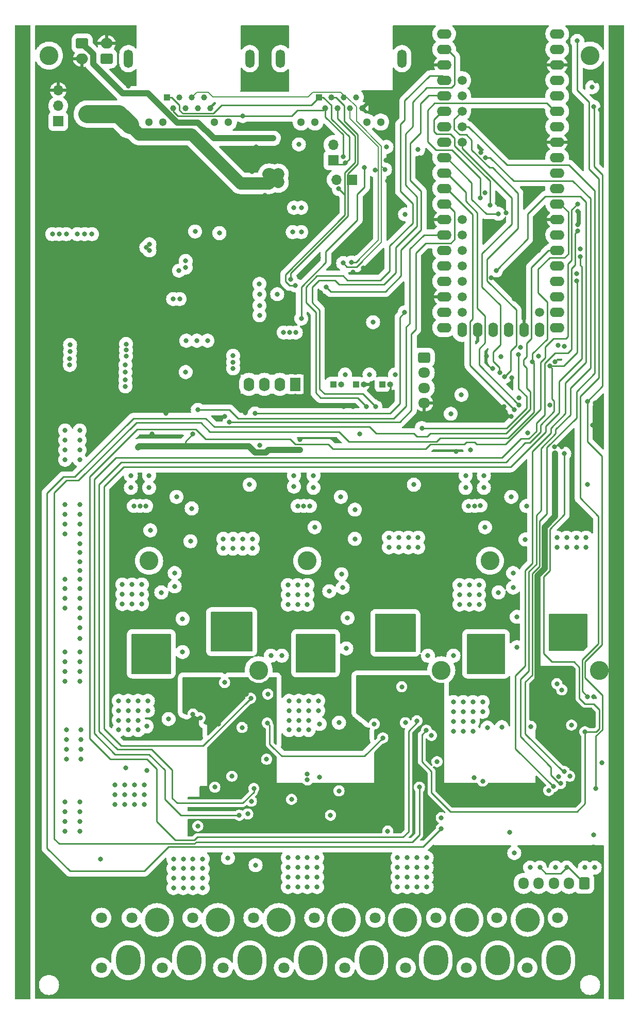
<source format=gbl>
G04 #@! TF.GenerationSoftware,KiCad,Pcbnew,7.0.2-6a45011f42~172~ubuntu20.04.1*
G04 #@! TF.CreationDate,2023-06-13T08:43:17+02:00*
G04 #@! TF.ProjectId,inverter,696e7665-7274-4657-922e-6b696361645f,rev?*
G04 #@! TF.SameCoordinates,Original*
G04 #@! TF.FileFunction,Copper,L6,Bot*
G04 #@! TF.FilePolarity,Positive*
%FSLAX46Y46*%
G04 Gerber Fmt 4.6, Leading zero omitted, Abs format (unit mm)*
G04 Created by KiCad (PCBNEW 7.0.2-6a45011f42~172~ubuntu20.04.1) date 2023-06-13 08:43:17*
%MOMM*%
%LPD*%
G01*
G04 APERTURE LIST*
G04 Aperture macros list*
%AMRoundRect*
0 Rectangle with rounded corners*
0 $1 Rounding radius*
0 $2 $3 $4 $5 $6 $7 $8 $9 X,Y pos of 4 corners*
0 Add a 4 corners polygon primitive as box body*
4,1,4,$2,$3,$4,$5,$6,$7,$8,$9,$2,$3,0*
0 Add four circle primitives for the rounded corners*
1,1,$1+$1,$2,$3*
1,1,$1+$1,$4,$5*
1,1,$1+$1,$6,$7*
1,1,$1+$1,$8,$9*
0 Add four rect primitives between the rounded corners*
20,1,$1+$1,$2,$3,$4,$5,0*
20,1,$1+$1,$4,$5,$6,$7,0*
20,1,$1+$1,$6,$7,$8,$9,0*
20,1,$1+$1,$8,$9,$2,$3,0*%
G04 Aperture macros list end*
G04 #@! TA.AperFunction,ComponentPad*
%ADD10RoundRect,0.250000X-0.750000X0.600000X-0.750000X-0.600000X0.750000X-0.600000X0.750000X0.600000X0*%
G04 #@! TD*
G04 #@! TA.AperFunction,ComponentPad*
%ADD11O,2.000000X1.700000*%
G04 #@! TD*
G04 #@! TA.AperFunction,ComponentPad*
%ADD12C,3.100000*%
G04 #@! TD*
G04 #@! TA.AperFunction,ComponentPad*
%ADD13C,1.803400*%
G04 #@! TD*
G04 #@! TA.AperFunction,ComponentPad*
%ADD14O,4.000000X5.000000*%
G04 #@! TD*
G04 #@! TA.AperFunction,ComponentPad*
%ADD15O,4.000000X4.000000*%
G04 #@! TD*
G04 #@! TA.AperFunction,ComponentPad*
%ADD16RoundRect,0.250000X0.600000X0.725000X-0.600000X0.725000X-0.600000X-0.725000X0.600000X-0.725000X0*%
G04 #@! TD*
G04 #@! TA.AperFunction,ComponentPad*
%ADD17O,1.700000X1.950000*%
G04 #@! TD*
G04 #@! TA.AperFunction,ComponentPad*
%ADD18R,1.000000X1.000000*%
G04 #@! TD*
G04 #@! TA.AperFunction,ComponentPad*
%ADD19C,1.000000*%
G04 #@! TD*
G04 #@! TA.AperFunction,ComponentPad*
%ADD20C,1.300000*%
G04 #@! TD*
G04 #@! TA.AperFunction,ComponentPad*
%ADD21O,1.500000X3.000000*%
G04 #@! TD*
G04 #@! TA.AperFunction,ComponentPad*
%ADD22O,2.400000X1.600000*%
G04 #@! TD*
G04 #@! TA.AperFunction,CastellatedPad*
%ADD23C,1.500000*%
G04 #@! TD*
G04 #@! TA.AperFunction,ComponentPad*
%ADD24O,1.600000X2.400000*%
G04 #@! TD*
G04 #@! TA.AperFunction,ComponentPad*
%ADD25R,1.700000X1.700000*%
G04 #@! TD*
G04 #@! TA.AperFunction,ComponentPad*
%ADD26O,1.700000X1.700000*%
G04 #@! TD*
G04 #@! TA.AperFunction,ComponentPad*
%ADD27RoundRect,0.250000X0.750000X-0.600000X0.750000X0.600000X-0.750000X0.600000X-0.750000X-0.600000X0*%
G04 #@! TD*
G04 #@! TA.AperFunction,ComponentPad*
%ADD28R,1.750000X2.250000*%
G04 #@! TD*
G04 #@! TA.AperFunction,ComponentPad*
%ADD29O,1.750000X2.250000*%
G04 #@! TD*
G04 #@! TA.AperFunction,ComponentPad*
%ADD30C,0.800000*%
G04 #@! TD*
G04 #@! TA.AperFunction,CastellatedPad*
%ADD31R,2.500000X160.000000*%
G04 #@! TD*
G04 #@! TA.AperFunction,ComponentPad*
%ADD32RoundRect,0.250000X-0.725000X0.600000X-0.725000X-0.600000X0.725000X-0.600000X0.725000X0.600000X0*%
G04 #@! TD*
G04 #@! TA.AperFunction,ComponentPad*
%ADD33O,1.950000X1.700000*%
G04 #@! TD*
G04 #@! TA.AperFunction,ComponentPad*
%ADD34O,1.000000X1.000000*%
G04 #@! TD*
G04 #@! TA.AperFunction,ViaPad*
%ADD35C,0.800000*%
G04 #@! TD*
G04 #@! TA.AperFunction,Conductor*
%ADD36C,0.250000*%
G04 #@! TD*
G04 #@! TA.AperFunction,Conductor*
%ADD37C,0.200000*%
G04 #@! TD*
G04 #@! TA.AperFunction,Conductor*
%ADD38C,2.000000*%
G04 #@! TD*
G04 #@! TA.AperFunction,Conductor*
%ADD39C,3.000000*%
G04 #@! TD*
G04 #@! TA.AperFunction,Conductor*
%ADD40C,1.000000*%
G04 #@! TD*
G04 APERTURE END LIST*
D10*
G04 #@! TO.P,J401,1,Pin_1*
G04 #@! TO.N,Net-(J401-Pin_1)*
X53000000Y-25000000D03*
D11*
G04 #@! TO.P,J401,2,Pin_2*
G04 #@! TO.N,DGND*
X53000000Y-27500000D03*
G04 #@! TD*
D12*
G04 #@! TO.P,H107,1,1*
G04 #@! TO.N,Earth_Protective*
X47550000Y-27000000D03*
G04 #@! TD*
D13*
G04 #@! TO.P,J101,1,Pin_1*
G04 #@! TO.N,/High_side/V_{IHighIN}*
X56150000Y-176850000D03*
X56150000Y-168650001D03*
G04 #@! TO.P,J101,2,Pin_2*
X61150000Y-168650001D03*
D14*
X60540000Y-175631001D03*
D13*
G04 #@! TO.P,J101,3,Pin_1*
G04 #@! TO.N,PGND*
X66150000Y-176850000D03*
D15*
X65290000Y-169000000D03*
D13*
G04 #@! TO.P,J101,4,Pin_2*
X71150000Y-168650001D03*
D14*
X70540000Y-175631001D03*
D13*
G04 #@! TO.P,J101,5,Pin_1*
G04 #@! TO.N,/Phase A*
X76150000Y-176850000D03*
D15*
X75290000Y-169000000D03*
D13*
G04 #@! TO.P,J101,6,Pin_2*
X81150000Y-168650001D03*
D14*
X80540000Y-175631001D03*
D13*
G04 #@! TO.P,J101,7,Pin_1*
G04 #@! TO.N,PGND*
X86150000Y-176850000D03*
D15*
X85290000Y-169000000D03*
D13*
G04 #@! TO.P,J101,8,Pin_2*
X91150000Y-168650001D03*
D14*
X90540000Y-175631001D03*
D13*
G04 #@! TO.P,J101,9,Pin_1*
G04 #@! TO.N,/Phase B*
X96150000Y-176850000D03*
D15*
X96010000Y-169000000D03*
D13*
G04 #@! TO.P,J101,10,Pin_2*
X101150000Y-168650001D03*
D14*
X100540000Y-175631001D03*
D13*
G04 #@! TO.P,J101,11,Pin_1*
G04 #@! TO.N,PGND*
X106150000Y-176850000D03*
D15*
X106010000Y-169000000D03*
D13*
G04 #@! TO.P,J101,12,Pin_2*
X111150000Y-168650001D03*
D14*
X111090000Y-175631001D03*
D15*
G04 #@! TO.P,J101,13,Pin_1*
G04 #@! TO.N,/Phase C*
X116170000Y-169000000D03*
D13*
X116150000Y-176850001D03*
D14*
G04 #@! TO.P,J101,14,Pin_2*
X121250000Y-175631001D03*
D13*
X121150000Y-168650001D03*
D15*
G04 #@! TO.P,J101,15,Pin_1*
G04 #@! TO.N,PGND*
X126170000Y-169000000D03*
D13*
X126150000Y-176850001D03*
D14*
G04 #@! TO.P,J101,16,Pin_2*
X131250000Y-175631001D03*
D13*
X131150000Y-168650001D03*
G04 #@! TD*
D16*
G04 #@! TO.P,J901,1,Pin_1*
G04 #@! TO.N,+5V_PGND*
X135500000Y-163000000D03*
D17*
G04 #@! TO.P,J901,2,Pin_2*
G04 #@! TO.N,/Hall_Sensor/HALL1_PGND*
X133000000Y-163000000D03*
G04 #@! TO.P,J901,3,Pin_3*
G04 #@! TO.N,/Hall_Sensor/HALL2_PGND*
X130500000Y-163000000D03*
G04 #@! TO.P,J901,4,Pin_4*
G04 #@! TO.N,/Hall_Sensor/HALL3_PGND*
X128000000Y-163000000D03*
G04 #@! TO.P,J901,5,Pin_5*
G04 #@! TO.N,PGND*
X125500000Y-163000000D03*
G04 #@! TD*
D18*
G04 #@! TO.P,J404,1*
G04 #@! TO.N,/MCU/CAN_H*
X91950000Y-33850000D03*
D19*
G04 #@! TO.P,J404,2*
G04 #@! TO.N,/MCU/CAN_L*
X92966000Y-35630000D03*
G04 #@! TO.P,J404,3*
G04 #@! TO.N,/MCU/A*
X93982000Y-33850000D03*
G04 #@! TO.P,J404,4*
G04 #@! TO.N,/MCU/B*
X94998000Y-35630000D03*
G04 #@! TO.P,J404,5*
G04 #@! TO.N,/MCU/SHARE+*
X96014000Y-33850000D03*
G04 #@! TO.P,J404,6*
G04 #@! TO.N,/MCU/SHARE-*
X97030000Y-35630000D03*
G04 #@! TO.P,J404,7*
G04 #@! TO.N,/MCU/HRTIM1_SCIN*
X98046000Y-33850000D03*
G04 #@! TO.P,J404,8*
G04 #@! TO.N,DGND*
X99062000Y-35630000D03*
D20*
G04 #@! TO.P,J404,9*
G04 #@! TO.N,Net-(J404-Pad9)*
X88965500Y-37914000D03*
G04 #@! TO.P,J404,10*
G04 #@! TO.N,+6V*
X91251500Y-37914000D03*
G04 #@! TO.P,J404,11*
G04 #@! TO.N,Net-(J404-Pad11)*
X99760500Y-37914000D03*
G04 #@! TO.P,J404,12*
G04 #@! TO.N,+3.3V_DGND*
X102046500Y-37914000D03*
D21*
G04 #@! TO.P,J404,SH*
G04 #@! TO.N,Earth_Protective*
X85600000Y-27500000D03*
X105539000Y-27500000D03*
G04 #@! TD*
D12*
G04 #@! TO.P,H104,1,1*
G04 #@! TO.N,Earth_Protective*
X82000000Y-128000000D03*
G04 #@! TD*
D22*
G04 #@! TO.P,U401,1,PB11*
G04 #@! TO.N,/I_{I3Low_sense}*
X112470000Y-23440000D03*
G04 #@! TO.P,U401,2,PB12*
G04 #@! TO.N,/HRTIM_CHC1*
X112470000Y-25980000D03*
G04 #@! TO.P,U401,3,GND*
G04 #@! TO.N,DGND*
X112470000Y-28520000D03*
G04 #@! TO.P,U401,4,PB13*
G04 #@! TO.N,/HRTIM_CHC2*
X112470000Y-31060000D03*
G04 #@! TO.P,U401,5,PB14*
G04 #@! TO.N,/MCU/USART3_DE*
X112470000Y-33600000D03*
G04 #@! TO.P,U401,6,PB15*
G04 #@! TO.N,/MCU/Temp_x*
X112470000Y-36140000D03*
G04 #@! TO.P,U401,7,PC6*
G04 #@! TO.N,/HALL2*
X112470000Y-38680000D03*
G04 #@! TO.P,U401,8,GND*
G04 #@! TO.N,DGND*
X112470000Y-41220000D03*
G04 #@! TO.P,U401,9,PC7*
G04 #@! TO.N,/MCU/Temp2_Mux*
X112470000Y-43760000D03*
G04 #@! TO.P,U401,10,PC8*
G04 #@! TO.N,/HRTIM_CHE1*
X112470000Y-46300000D03*
G04 #@! TO.P,U401,11,PC9*
G04 #@! TO.N,/HRTIM_CHE2*
X112470000Y-48840000D03*
G04 #@! TO.P,U401,12,PA8*
G04 #@! TO.N,/HRTIM_CHA1*
X112470000Y-51380000D03*
G04 #@! TO.P,U401,13,GND*
G04 #@! TO.N,DGND*
X112470000Y-53920000D03*
G04 #@! TO.P,U401,14,PA9*
G04 #@! TO.N,/HRTIM_CHA2*
X112470000Y-56460000D03*
G04 #@! TO.P,U401,15,PA10*
G04 #@! TO.N,/MCU/Temp3_Mux*
X112470000Y-59000000D03*
G04 #@! TO.P,U401,16,PC10*
G04 #@! TO.N,/MCU/USART3_TX*
X112470000Y-61540000D03*
G04 #@! TO.P,U401,17,PC11*
G04 #@! TO.N,/MCU/USART3_RX*
X112470000Y-64080000D03*
G04 #@! TO.P,U401,18,GND*
G04 #@! TO.N,DGND*
X112470000Y-66620000D03*
G04 #@! TO.P,U401,19,PC12*
G04 #@! TO.N,/MCU/PC12*
X112470000Y-69160000D03*
G04 #@! TO.P,U401,20,PB4*
G04 #@! TO.N,/MCU/CAN1_STB*
X112470000Y-71700000D03*
G04 #@! TO.P,U401,21,PB9*
G04 #@! TO.N,/MCU/FDCAN1_{TX}*
X131050000Y-71700000D03*
G04 #@! TO.P,U401,22,PC13*
G04 #@! TO.N,/MCU/PC13*
X131050000Y-69160000D03*
G04 #@! TO.P,U401,23,GND*
G04 #@! TO.N,DGND*
X131050000Y-66620000D03*
G04 #@! TO.P,U401,24,PC0*
G04 #@! TO.N,/V_{I1Low_sense}*
X131050000Y-64080000D03*
G04 #@! TO.P,U401,25,PC1*
G04 #@! TO.N,/I_{I1Low_sense}*
X131050000Y-61540000D03*
G04 #@! TO.P,U401,26,PC2*
G04 #@! TO.N,/V_{IHigh_sense}*
X131050000Y-59000000D03*
G04 #@! TO.P,U401,27,PC3*
G04 #@! TO.N,/I_{IHigh_sense}*
X131050000Y-56460000D03*
G04 #@! TO.P,U401,28,GND*
G04 #@! TO.N,DGND*
X131050000Y-53920000D03*
G04 #@! TO.P,U401,29,PA0*
G04 #@! TO.N,/V_{I2Low_sense}*
X131050000Y-51380000D03*
G04 #@! TO.P,U401,30,PA1*
G04 #@! TO.N,/I_{I2Low_sense}*
X131050000Y-48840000D03*
G04 #@! TO.P,U401,31,PB0*
G04 #@! TO.N,/MCU/Neutral_buff*
X131050000Y-46300000D03*
G04 #@! TO.P,U401,32,PA5*
G04 #@! TO.N,unconnected-(U401A-PA5-Pad32)*
X131050000Y-43760000D03*
G04 #@! TO.P,U401,33,GND*
G04 #@! TO.N,DGND*
X131050000Y-41220000D03*
G04 #@! TO.P,U401,34,PA6*
G04 #@! TO.N,/MCU/DAC2*
X131050000Y-38680000D03*
G04 #@! TO.P,U401,35,PC4*
G04 #@! TO.N,/MCU/ADC2_IN5*
X131050000Y-36140000D03*
G04 #@! TO.P,U401,36,+3.3V*
G04 #@! TO.N,+3.3V_DGND*
X131050000Y-33600000D03*
G04 #@! TO.P,U401,37,PB1*
G04 #@! TO.N,/MCU/PB1*
X131050000Y-31060000D03*
G04 #@! TO.P,U401,38,GND*
G04 #@! TO.N,DGND*
X131050000Y-28520000D03*
G04 #@! TO.P,U401,39,+VBAT*
G04 #@! TO.N,unconnected-(U401A-+VBAT-Pad39)*
X131050000Y-25980000D03*
G04 #@! TO.P,U401,40,+VIN*
G04 #@! TO.N,+5V_DGND*
X131050000Y-23440000D03*
D23*
G04 #@! TO.P,U401,41,PB10*
G04 #@! TO.N,unconnected-(U401B-PB10-Pad41)*
X115410000Y-31060000D03*
G04 #@! TO.P,U401,42,PB2*
G04 #@! TO.N,/V_{I3Low_sense}*
X115410000Y-33600000D03*
G04 #@! TO.P,U401,43,PC5*
G04 #@! TO.N,/MCU/ENCODER_SIN*
X115410000Y-36140000D03*
G04 #@! TO.P,U401,44,PA7*
G04 #@! TO.N,/HALL1*
X115410000Y-38680000D03*
G04 #@! TO.P,U401,45,PA4*
G04 #@! TO.N,/MCU/ENCODER_COS*
X115410000Y-41220000D03*
G04 #@! TO.P,U401,46,PA13*
G04 #@! TO.N,unconnected-(U401C-PA13-Pad46)*
X115410000Y-53920000D03*
G04 #@! TO.P,U401,47,PA14*
G04 #@! TO.N,unconnected-(U401C-PA14-Pad47)*
X115410000Y-56460000D03*
G04 #@! TO.P,U401,48,PA15*
G04 #@! TO.N,unconnected-(U401C-PA15-Pad48)*
X115410000Y-59000000D03*
G04 #@! TO.P,U401,49,PD2*
G04 #@! TO.N,/HALL3*
X115410000Y-61540000D03*
G04 #@! TO.P,U401,50,PB3*
G04 #@! TO.N,unconnected-(U401C-PB3-Pad50)*
X115410000Y-64080000D03*
G04 #@! TO.P,U401,51,PA2*
G04 #@! TO.N,unconnected-(U401C-PA2-Pad51)*
X115410000Y-66620000D03*
G04 #@! TO.P,U401,52,PA3*
G04 #@! TO.N,unconnected-(U401C-PA3-Pad52)*
X115410000Y-69160000D03*
D24*
G04 #@! TO.P,U401,53,PB5*
G04 #@! TO.N,unconnected-(U401A-PB5-Pad53)*
X115410000Y-72100000D03*
G04 #@! TO.P,U401,54,GND*
G04 #@! TO.N,DGND*
X117950000Y-72100000D03*
G04 #@! TO.P,U401,55,PB6*
G04 #@! TO.N,/MCU/PB6*
X120490000Y-72100000D03*
G04 #@! TO.P,U401,56,PB7*
G04 #@! TO.N,/MCU/PB7*
X123030000Y-72100000D03*
G04 #@! TO.P,U401,57,GND*
G04 #@! TO.N,DGND*
X125570000Y-72100000D03*
G04 #@! TO.P,U401,58,PB8*
G04 #@! TO.N,/MCU/FDCAN1_{RX}*
X128110000Y-72100000D03*
D23*
G04 #@! TO.P,U401,59,RST*
G04 #@! TO.N,unconnected-(U401D-RST-Pad59)*
X128110000Y-69160000D03*
G04 #@! TD*
D25*
G04 #@! TO.P,JP403,1,A*
G04 #@! TO.N,/MCU/A*
X97325000Y-47400000D03*
D26*
G04 #@! TO.P,JP403,2,B*
G04 #@! TO.N,Net-(JP403-B)*
X94785000Y-47400000D03*
G04 #@! TD*
D12*
G04 #@! TO.P,H108,1,1*
G04 #@! TO.N,Earth_Protective*
X136450000Y-27000000D03*
G04 #@! TD*
D27*
G04 #@! TO.P,J402,1,Pin_1*
G04 #@! TO.N,Net-(J402-Pin_1)*
X57000000Y-27500000D03*
D11*
G04 #@! TO.P,J402,2,Pin_2*
G04 #@! TO.N,DGND*
X57000000Y-25000000D03*
G04 #@! TD*
D28*
G04 #@! TO.P,PS501,1,-Vin*
G04 #@! TO.N,DGND*
X88020000Y-81000000D03*
D29*
G04 #@! TO.P,PS501,2,+Vin*
G04 #@! TO.N,Net-(#FLG0504-pwr)*
X85480000Y-81000000D03*
G04 #@! TO.P,PS501,3,-Vout*
G04 #@! TO.N,PGND*
X82940000Y-81000000D03*
G04 #@! TO.P,PS501,4,+Vout*
G04 #@! TO.N,+12V_PGND*
X80400000Y-81000000D03*
G04 #@! TD*
D12*
G04 #@! TO.P,H101,1,1*
G04 #@! TO.N,Earth_Protective*
X64000000Y-110000000D03*
G04 #@! TD*
G04 #@! TO.P,H102,1,1*
G04 #@! TO.N,Earth_Protective*
X90000000Y-110000000D03*
G04 #@! TD*
D25*
G04 #@! TO.P,JP401,1,A*
G04 #@! TO.N,/MCU/CAN_H*
X94260000Y-44200000D03*
D26*
G04 #@! TO.P,JP401,2,B*
G04 #@! TO.N,Net-(JP401-B)*
X94260000Y-41660000D03*
G04 #@! TD*
D12*
G04 #@! TO.P,H106,1,1*
G04 #@! TO.N,Earth_Protective*
X138000000Y-128000000D03*
G04 #@! TD*
G04 #@! TO.P,H103,1,1*
G04 #@! TO.N,Earth_Protective*
X120000000Y-110000000D03*
G04 #@! TD*
D18*
G04 #@! TO.P,J403,1*
G04 #@! TO.N,/MCU/CAN_H*
X66950000Y-33850000D03*
D19*
G04 #@! TO.P,J403,2*
G04 #@! TO.N,/MCU/CAN_L*
X67966000Y-35630000D03*
G04 #@! TO.P,J403,3*
G04 #@! TO.N,/MCU/A*
X68982000Y-33850000D03*
G04 #@! TO.P,J403,4*
G04 #@! TO.N,/MCU/B*
X69998000Y-35630000D03*
G04 #@! TO.P,J403,5*
G04 #@! TO.N,/MCU/SHARE+*
X71014000Y-33850000D03*
G04 #@! TO.P,J403,6*
G04 #@! TO.N,/MCU/SHARE-*
X72030000Y-35630000D03*
G04 #@! TO.P,J403,7*
G04 #@! TO.N,/MCU/HRTIM1_SCIN*
X73046000Y-33850000D03*
G04 #@! TO.P,J403,8*
G04 #@! TO.N,DGND*
X74062000Y-35630000D03*
D20*
G04 #@! TO.P,J403,9*
G04 #@! TO.N,Net-(J403-Pad9)*
X63965500Y-37914000D03*
G04 #@! TO.P,J403,10*
G04 #@! TO.N,+6V*
X66251500Y-37914000D03*
G04 #@! TO.P,J403,11*
G04 #@! TO.N,Net-(J403-Pad11)*
X74760500Y-37914000D03*
G04 #@! TO.P,J403,12*
G04 #@! TO.N,+3.3V_DGND*
X77046500Y-37914000D03*
D21*
G04 #@! TO.P,J403,SH*
G04 #@! TO.N,Earth_Protective*
X60600000Y-27500000D03*
X80539000Y-27500000D03*
G04 #@! TD*
D12*
G04 #@! TO.P,H105,1,1*
G04 #@! TO.N,Earth_Protective*
X112000000Y-128000000D03*
G04 #@! TD*
D30*
G04 #@! TO.P,N101,1,PAD*
G04 #@! TO.N,Earth_Protective*
X43250000Y-24500000D03*
X43250000Y-34500000D03*
X43250000Y-44500000D03*
X43250000Y-54500000D03*
X43250000Y-64500000D03*
X43250000Y-74500000D03*
X43250000Y-84500000D03*
X43250000Y-94500000D03*
D31*
X43250000Y-102000000D03*
D30*
X43250000Y-104500000D03*
X43250000Y-114500000D03*
X43250000Y-124500000D03*
X43250000Y-134500000D03*
X43250000Y-144500000D03*
X43250000Y-154500000D03*
X43250000Y-164500000D03*
X43250000Y-174500000D03*
X140750000Y-24250000D03*
X140750000Y-34250000D03*
X140750000Y-44250000D03*
X140750000Y-54250000D03*
X140750000Y-64250000D03*
X140750000Y-74250000D03*
X140750000Y-84250000D03*
X140750000Y-94250000D03*
D31*
X140750000Y-102000000D03*
D30*
X140750000Y-104250000D03*
X140750000Y-114250000D03*
X140750000Y-124250000D03*
X140750000Y-134250000D03*
X140750000Y-144250000D03*
X140750000Y-154250000D03*
X140750000Y-164250000D03*
X140750000Y-174250000D03*
G04 #@! TD*
D32*
G04 #@! TO.P,J301,1,Pin_1*
G04 #@! TO.N,+5V_DGND*
X109200000Y-76600000D03*
D33*
G04 #@! TO.P,J301,2,Pin_2*
G04 #@! TO.N,/MCU/ENCODER_SIN*
X109200000Y-79100000D03*
G04 #@! TO.P,J301,3,Pin_3*
G04 #@! TO.N,/MCU/ENCODER_COS*
X109200000Y-81600000D03*
G04 #@! TO.P,J301,4,Pin_4*
G04 #@! TO.N,DGND*
X109200000Y-84100000D03*
G04 #@! TD*
D25*
G04 #@! TO.P,J501,1,Pin_1*
G04 #@! TO.N,/Feeder/+6VJP*
X49050000Y-37800000D03*
D26*
G04 #@! TO.P,J501,2,Pin_2*
G04 #@! TO.N,+6V*
X49050000Y-35260000D03*
G04 #@! TO.P,J501,3,Pin_3*
G04 #@! TO.N,DGND*
X49050000Y-32720000D03*
G04 #@! TD*
D18*
G04 #@! TO.P,TH402,1*
G04 #@! TO.N,/MCU/Temp2*
X98000000Y-81000000D03*
D34*
G04 #@! TO.P,TH402,2*
G04 #@! TO.N,DGND*
X99270000Y-81000000D03*
G04 #@! TD*
D18*
G04 #@! TO.P,TH401,1*
G04 #@! TO.N,/MCU/Temp1*
X94300000Y-81000000D03*
D34*
G04 #@! TO.P,TH401,2*
G04 #@! TO.N,DGND*
X95570000Y-81000000D03*
G04 #@! TD*
D18*
G04 #@! TO.P,TH403,1*
G04 #@! TO.N,/MCU/Temp3*
X102330000Y-81000000D03*
D34*
G04 #@! TO.P,TH403,2*
G04 #@! TO.N,DGND*
X103600000Y-81000000D03*
G04 #@! TD*
D35*
G04 #@! TO.N,/V_{IHigh_sense}*
X112000000Y-154000000D03*
G04 #@! TO.N,/I_{IHigh_sense}*
X78800000Y-151800000D03*
X134400000Y-55800000D03*
G04 #@! TO.N,/MCU/ADC2_IN5*
X118400000Y-50400000D03*
G04 #@! TO.N,/MCU/SHARE+*
X102750000Y-45700000D03*
X95880480Y-61092980D03*
G04 #@! TO.N,/V_{I1Low_sense}*
X134200000Y-64000000D03*
X81200000Y-147400000D03*
X129800000Y-78000000D03*
G04 #@! TO.N,/I_{I1Low_sense}*
X80699998Y-132600000D03*
X134800000Y-60000000D03*
G04 #@! TO.N,DGND*
X114400000Y-92000000D03*
X135000000Y-42000000D03*
X53600000Y-33100000D03*
X137000000Y-132300000D03*
X103150000Y-47625000D03*
X77600000Y-145400000D03*
X130700000Y-77275500D03*
X56100000Y-32000000D03*
X125000000Y-28000000D03*
X54600000Y-49690000D03*
X129800000Y-84424001D03*
X120425698Y-78375500D03*
X83000000Y-24000000D03*
X130600000Y-91300000D03*
X131800000Y-131200000D03*
X98000000Y-74000000D03*
X105500000Y-130700000D03*
X79275500Y-137400000D03*
X110000000Y-86200000D03*
X70400000Y-44000000D03*
X106100000Y-136600000D03*
X88800000Y-90124500D03*
X89550000Y-46100000D03*
X101000000Y-136800000D03*
X89550000Y-44900000D03*
X121200000Y-51200000D03*
X120000000Y-56000000D03*
X123600000Y-79900000D03*
X128000000Y-59000000D03*
X134200000Y-62800000D03*
X52600000Y-49690000D03*
X83300000Y-142600000D03*
X60600000Y-32000000D03*
X80200000Y-151600000D03*
X91800000Y-60200000D03*
X136900000Y-87700000D03*
X103200000Y-154400000D03*
X131312299Y-145487701D03*
X67750000Y-42600000D03*
X63600000Y-42200000D03*
X70400000Y-47000000D03*
X83000000Y-31000000D03*
X71200000Y-135200000D03*
X128000000Y-54000000D03*
X85800000Y-70400000D03*
X83500000Y-131900000D03*
X103300000Y-75500000D03*
X85050000Y-62000000D03*
X123500000Y-86300000D03*
X90850000Y-46100000D03*
X101800000Y-83400000D03*
X72400000Y-135800000D03*
X72000000Y-153600000D03*
X69000000Y-42600000D03*
X131000000Y-130200000D03*
X60600000Y-30600000D03*
X110400000Y-138700000D03*
X102900000Y-44200000D03*
X123000000Y-40000000D03*
X70400000Y-45400000D03*
X133400000Y-137000000D03*
X126000000Y-50000000D03*
X137400000Y-31200000D03*
X79800000Y-85700000D03*
X82200000Y-91000000D03*
X126000000Y-40000000D03*
X66800000Y-85800000D03*
X96000000Y-84675500D03*
X137300000Y-84100000D03*
X120224500Y-63468413D03*
X67700000Y-47000000D03*
X133100000Y-145400000D03*
X80800000Y-149500000D03*
X106000000Y-31000000D03*
X92250000Y-46100000D03*
X76400000Y-130000000D03*
X138400000Y-143200000D03*
X126724500Y-137212299D03*
X122600000Y-52800000D03*
X53600000Y-32000000D03*
X124800000Y-83200000D03*
X69000000Y-47000000D03*
X134800000Y-58800000D03*
X62200000Y-42200000D03*
X119200000Y-49500000D03*
X53600000Y-49690000D03*
X112000000Y-152200000D03*
X97500000Y-84675500D03*
X131800000Y-91300000D03*
X81600000Y-42000000D03*
X99200000Y-61900000D03*
X64500000Y-89200000D03*
X108400000Y-43800000D03*
X83000000Y-50000000D03*
X70371380Y-42633415D03*
X74800000Y-147200000D03*
X128000000Y-76400000D03*
X107100000Y-87500000D03*
X119000000Y-28000000D03*
X97500000Y-62600000D03*
X117800000Y-82400000D03*
X56100000Y-33100000D03*
X134400000Y-54800000D03*
X129655557Y-147736730D03*
X76400000Y-86300000D03*
X80900000Y-46040000D03*
X119424500Y-76356918D03*
X99753125Y-50700000D03*
X70500000Y-85200000D03*
X92200000Y-66000000D03*
X111300000Y-143000000D03*
X122300000Y-84700000D03*
X132200000Y-74800000D03*
X106000000Y-24000000D03*
X125023810Y-74897249D03*
X134400000Y-52600000D03*
X124000000Y-67000000D03*
X118524500Y-42898761D03*
X138100000Y-35900000D03*
G04 #@! TO.N,/V_{I2Low_sense}*
X108400000Y-147200000D03*
X127000000Y-77300000D03*
G04 #@! TO.N,/Phase1/SW_Node*
X66799999Y-127790000D03*
X61999999Y-127790000D03*
X63599999Y-127790000D03*
X63599999Y-122990000D03*
X66799999Y-126190000D03*
X65199999Y-122990000D03*
X61999999Y-126190000D03*
X65199999Y-127790000D03*
X63599999Y-126190000D03*
X61999999Y-124590000D03*
X66799999Y-124590000D03*
X65199999Y-124590000D03*
X63599999Y-124590000D03*
X71000000Y-101400000D03*
X69499999Y-124990000D03*
X61999999Y-122990000D03*
X66799999Y-122990000D03*
X65199999Y-126190000D03*
G04 #@! TO.N,Net-(D601-A)*
X64200000Y-105000000D03*
X66000000Y-115200000D03*
G04 #@! TO.N,Net-(D602-A)*
X69499999Y-119525000D03*
X70800000Y-106800000D03*
G04 #@! TO.N,/I_{I2Low_sense}*
X134374001Y-51374001D03*
X108000000Y-136300000D03*
G04 #@! TO.N,/V_{I3Low_sense}*
X137400000Y-147400000D03*
X136000000Y-83800000D03*
X137000000Y-35400000D03*
G04 #@! TO.N,/VRef*
X135600000Y-138100000D03*
X132200000Y-92400000D03*
X83400000Y-136662500D03*
X109550000Y-137850000D03*
X102400000Y-139100000D03*
G04 #@! TO.N,/I_{I3Low_sense}*
X136000000Y-132300000D03*
X134345000Y-24600000D03*
G04 #@! TO.N,/HRTIM_CHA1*
X77200000Y-87200000D03*
G04 #@! TO.N,/HRTIM_CHA2*
X72000000Y-85200000D03*
G04 #@! TO.N,/HRTIM_CHC1*
X101200000Y-84675500D03*
G04 #@! TO.N,/HRTIM_CHC2*
X99725450Y-84675500D03*
G04 #@! TO.N,Net-(F601-Pad1)*
X69600000Y-163773774D03*
X60600000Y-136200000D03*
X68000000Y-162173774D03*
X72800000Y-162173774D03*
X60600000Y-134600000D03*
X59000000Y-137800000D03*
X62200000Y-133000000D03*
X59000000Y-133000000D03*
X69600000Y-158973774D03*
X72800000Y-158973774D03*
X68000000Y-160573774D03*
X68000000Y-158973774D03*
X62200000Y-136200000D03*
X69600000Y-162173774D03*
X71200000Y-160573774D03*
X62200000Y-134600000D03*
X60600000Y-133000000D03*
X63800000Y-133000000D03*
X63800000Y-134600000D03*
X60600000Y-137800000D03*
X68000000Y-163773774D03*
X71200000Y-163773774D03*
X71200000Y-158973774D03*
X59000000Y-136200000D03*
X62200000Y-137800000D03*
X71200000Y-162173774D03*
X72800000Y-160573774D03*
X69600000Y-160573774D03*
X72800000Y-163773774D03*
X59000000Y-134600000D03*
G04 #@! TO.N,Net-(F701-Pad1)*
X88400000Y-158800000D03*
X90200000Y-137800000D03*
X91600000Y-158800000D03*
X90200000Y-133000000D03*
X87000000Y-133000000D03*
X86800000Y-163600000D03*
X91800000Y-133000000D03*
X90000000Y-160400000D03*
X87000000Y-134600000D03*
X88600000Y-134600000D03*
X88600000Y-137800000D03*
X87000000Y-136200000D03*
X88600000Y-136200000D03*
X88400000Y-162000000D03*
X91800000Y-134600000D03*
X91600000Y-162000000D03*
X90000000Y-162000000D03*
X88600000Y-133000000D03*
X86800000Y-160400000D03*
X87000000Y-137800000D03*
X90200000Y-134600000D03*
X86800000Y-158800000D03*
X91600000Y-160400000D03*
X90000000Y-163600000D03*
X88400000Y-163600000D03*
X91600000Y-163600000D03*
X90000000Y-158800000D03*
X86800000Y-162000000D03*
X88400000Y-160400000D03*
X90200000Y-136200000D03*
G04 #@! TO.N,Net-(F801-Pad1)*
X118800000Y-133200000D03*
X114000000Y-134800000D03*
X109600000Y-158800000D03*
X104800000Y-158800000D03*
X109600000Y-160400000D03*
X108000000Y-160400000D03*
X115600000Y-136400000D03*
X109600000Y-162000000D03*
X109600000Y-163600000D03*
X114000000Y-138000000D03*
X117200000Y-134800000D03*
X115600000Y-134800000D03*
X117200000Y-138000000D03*
X108000000Y-163600000D03*
X106400000Y-162000000D03*
X117200000Y-133200000D03*
X114000000Y-136400000D03*
X104800000Y-163600000D03*
X106400000Y-160400000D03*
X106400000Y-158800000D03*
X106400000Y-163600000D03*
X108000000Y-158800000D03*
X114000000Y-133200000D03*
X104800000Y-160400000D03*
X115600000Y-138000000D03*
X115600000Y-133200000D03*
X117200000Y-136400000D03*
X118800000Y-134800000D03*
X108000000Y-162000000D03*
X104800000Y-162000000D03*
G04 #@! TO.N,/MCU/CAN_H*
X96250000Y-44600000D03*
G04 #@! TO.N,/MCU/CAN_L*
X95850000Y-43600000D03*
X79400000Y-36939489D03*
G04 #@! TO.N,/MCU/A*
X87227186Y-63724500D03*
G04 #@! TO.N,/MCU/B*
X88050000Y-64765000D03*
X95150000Y-48900000D03*
G04 #@! TO.N,/MCU/SHARE-*
X101141341Y-45849330D03*
X97271772Y-60976498D03*
G04 #@! TO.N,/MCU/HRTIM1_SCIN*
X121800000Y-76500500D03*
X136800000Y-32200000D03*
G04 #@! TO.N,+6V*
X53850000Y-36600000D03*
X83650000Y-46500000D03*
X56250000Y-36600000D03*
X83700000Y-47800000D03*
X85200000Y-47800000D03*
X85200000Y-46500000D03*
G04 #@! TO.N,/Feeder/input*
X50960574Y-77839220D03*
X51010574Y-74539220D03*
X51010574Y-75639220D03*
X50960574Y-76839220D03*
X63550000Y-58500000D03*
X64050000Y-58000000D03*
X64050000Y-59000000D03*
G04 #@! TO.N,/~{STBY1}*
X106000000Y-69200000D03*
X81400000Y-85799998D03*
G04 #@! TO.N,/~{STBY2}*
X108800000Y-88200000D03*
X124700000Y-76100000D03*
G04 #@! TO.N,/MCU/USART3_DE*
X93062299Y-65012299D03*
G04 #@! TO.N,/MCU/Temp2_Mux*
X121400000Y-53000000D03*
G04 #@! TO.N,/HRTIM_CHE1*
X124800000Y-84400000D03*
G04 #@! TO.N,/HRTIM_CHE2*
X124000000Y-85200000D03*
G04 #@! TO.N,/HALL1*
X132200000Y-144600000D03*
G04 #@! TO.N,/HALL2*
X131600000Y-146600000D03*
X119263130Y-43738532D03*
G04 #@! TO.N,/HALL3*
X121000000Y-62297942D03*
X130425999Y-147100000D03*
G04 #@! TO.N,/MCU/Temp_x*
X120000000Y-51600000D03*
G04 #@! TO.N,/MCU/CAN1_STB*
X89000000Y-70200000D03*
X99400000Y-45400000D03*
G04 #@! TO.N,/Phase2/SW_Node*
X89000000Y-127600000D03*
X89000000Y-126000000D03*
X92200000Y-126000000D03*
X92200000Y-127600000D03*
X90600000Y-122800000D03*
X93800000Y-126000000D03*
X93800000Y-127600000D03*
X93800000Y-122800000D03*
X89000000Y-122800000D03*
X90600000Y-127600000D03*
X96400000Y-124400000D03*
X92200000Y-122800000D03*
X90600000Y-126000000D03*
X97800000Y-101600000D03*
X93800000Y-124400000D03*
X89000000Y-124400000D03*
X90600000Y-124400000D03*
X92200000Y-124400000D03*
G04 #@! TO.N,+5V_PGND*
X128200000Y-160400000D03*
X67200000Y-136000000D03*
X95200002Y-147800000D03*
X123200000Y-154600000D03*
X137200000Y-160400000D03*
X132600000Y-160400000D03*
X70000000Y-79000000D03*
X119600000Y-137400000D03*
X95200000Y-136600000D03*
G04 #@! TO.N,PGND*
X54600000Y-56340000D03*
X60200000Y-144000000D03*
X81500000Y-160000000D03*
X131000000Y-106200000D03*
X90000000Y-115600000D03*
X88400000Y-117200000D03*
X50200000Y-114600000D03*
X50200000Y-93400000D03*
X69025000Y-67002500D03*
X82130272Y-69650000D03*
X95800000Y-114400000D03*
X105000000Y-107800000D03*
X50400000Y-56340000D03*
X123800000Y-112000000D03*
X118800000Y-146200000D03*
X60110574Y-79039220D03*
X88400000Y-115600000D03*
X50200000Y-151200000D03*
X61000000Y-96000000D03*
X50200000Y-128200000D03*
X60210574Y-76389220D03*
X59600000Y-113900000D03*
X61000000Y-98000000D03*
X70000000Y-61840000D03*
X50200000Y-154400000D03*
X137000000Y-155000000D03*
X50400000Y-137800000D03*
X103400000Y-107800000D03*
X95600000Y-112200000D03*
X118200000Y-115600000D03*
X134200000Y-106200000D03*
X91000000Y-96000000D03*
X50200000Y-104000000D03*
X92000000Y-145590000D03*
X82130272Y-66250000D03*
X67950000Y-67000000D03*
X62800000Y-115500000D03*
X87800000Y-96000000D03*
X88400000Y-114000000D03*
X64000000Y-98000000D03*
X70100000Y-73840000D03*
X87800000Y-97800000D03*
X77800000Y-108000000D03*
X86800000Y-114000000D03*
X134200000Y-107800000D03*
X135800000Y-106200000D03*
X114000000Y-125600000D03*
X76200000Y-108000000D03*
X68200000Y-114200000D03*
X105000000Y-106200000D03*
X62800000Y-117100000D03*
X115000000Y-117200000D03*
X116600000Y-117200000D03*
X64000000Y-96000000D03*
X90000000Y-114000000D03*
X135600000Y-160400000D03*
X119000000Y-96000000D03*
X116600000Y-115600000D03*
X75550000Y-56174500D03*
X70000000Y-60740000D03*
X79400000Y-106400000D03*
X77800000Y-106400000D03*
X61200000Y-117100000D03*
X82124022Y-64500000D03*
X116000000Y-98000000D03*
X108200000Y-107800000D03*
X50200000Y-105600000D03*
X117400000Y-145600000D03*
X60110574Y-81339220D03*
X50400000Y-142600000D03*
X50200000Y-125000000D03*
X79400000Y-108000000D03*
X135800000Y-107800000D03*
X116600000Y-114000000D03*
X61200000Y-115500000D03*
X131000000Y-107800000D03*
X50200000Y-117800000D03*
X121944128Y-137344259D03*
X124000000Y-158000000D03*
X86800000Y-115600000D03*
X50200000Y-116200000D03*
X50200000Y-100800000D03*
X106600000Y-106200000D03*
X71850000Y-73840000D03*
X50200000Y-113000000D03*
X91000000Y-98000000D03*
X68200000Y-112000000D03*
X106600000Y-107800000D03*
X87400000Y-149200000D03*
X93800000Y-151799998D03*
X85800000Y-125600000D03*
X132600000Y-106200000D03*
X132600000Y-107800000D03*
X119000000Y-98000000D03*
X62800000Y-113900000D03*
X82130272Y-68099511D03*
X50200000Y-90200000D03*
X123800000Y-114400000D03*
X63600000Y-137200000D03*
X50200000Y-88600000D03*
X71550000Y-55900000D03*
X59600000Y-115500000D03*
X116000000Y-96000000D03*
X76200000Y-106400000D03*
X63587230Y-144411829D03*
X61200000Y-113900000D03*
X50200000Y-91800000D03*
X60110574Y-80239220D03*
X81000000Y-106400000D03*
X50200000Y-129800000D03*
X50200000Y-126600000D03*
X118200000Y-114000000D03*
X115000000Y-114000000D03*
X115000000Y-115600000D03*
X108200000Y-106200000D03*
X90000000Y-145000000D03*
X50200000Y-149600000D03*
X81000000Y-108000000D03*
X48100000Y-56340000D03*
X92000000Y-136800000D03*
X73600000Y-73840000D03*
X50200000Y-152800000D03*
X90000000Y-146000500D03*
X68900000Y-62340000D03*
X50400000Y-139400000D03*
X52200000Y-56340000D03*
X86800000Y-117200000D03*
X130800000Y-160400000D03*
X50400000Y-141000000D03*
X84000000Y-125600000D03*
X126600000Y-160400000D03*
X60210574Y-75389220D03*
X118200000Y-117200000D03*
X60210574Y-74389220D03*
X50200000Y-102400000D03*
X49200000Y-56340000D03*
X103400000Y-106200000D03*
X109800000Y-125600000D03*
X90000000Y-117200000D03*
X53400000Y-56340000D03*
X59600000Y-117100000D03*
X60110574Y-77839220D03*
G04 #@! TO.N,+5V_DGND*
X79941120Y-131949531D03*
X136841536Y-136941036D03*
X89000000Y-52000000D03*
X87100000Y-72500000D03*
X87800000Y-52000000D03*
X82700500Y-138200000D03*
X106050000Y-53085000D03*
X110000000Y-140000000D03*
X78400000Y-147400000D03*
X127800000Y-129500000D03*
X87600000Y-56000000D03*
X88800000Y-91800000D03*
X88100000Y-72500000D03*
X104800000Y-147400000D03*
X70800000Y-154575500D03*
X85050000Y-66200000D03*
X115312500Y-82731250D03*
X126200000Y-89000000D03*
X125400002Y-149399500D03*
X89000000Y-56000000D03*
X100800000Y-70800000D03*
X101200000Y-131500000D03*
X113550000Y-85850000D03*
X133375500Y-131213108D03*
X86100000Y-72500000D03*
X73000000Y-129600000D03*
X130700000Y-92400000D03*
X107200000Y-130900000D03*
X75400000Y-136816723D03*
X131200000Y-74600000D03*
X71200000Y-89200000D03*
X116800000Y-91800000D03*
X72800000Y-147400000D03*
X103400000Y-137000000D03*
X130800000Y-137200000D03*
X112000000Y-148000000D03*
X98600000Y-89174001D03*
X62200001Y-91400001D03*
G04 #@! TO.N,+3.3V_DGND*
X100200000Y-79400000D03*
X104400000Y-79400000D03*
X103000000Y-42000000D03*
X96200000Y-79400000D03*
X108200000Y-42400000D03*
G04 #@! TO.N,+12V_PGND*
X88400000Y-101000000D03*
X61500000Y-101000000D03*
X77800000Y-77400000D03*
X68500000Y-99500000D03*
X80500000Y-97500000D03*
X90400000Y-101000000D03*
X116500000Y-101000000D03*
X123500000Y-99500000D03*
X107500000Y-97500000D03*
X117500000Y-101000000D03*
X136000000Y-97500000D03*
X95500000Y-99500000D03*
X62500000Y-101000000D03*
X63500000Y-101000000D03*
X77800000Y-78400000D03*
X118421380Y-100921380D03*
X77800000Y-76300000D03*
X89400000Y-101000000D03*
G04 #@! TO.N,/Phase3/SW_Node*
X117000000Y-127800000D03*
X117000000Y-124600000D03*
X121800000Y-124600000D03*
X124400000Y-124200000D03*
X126000000Y-101000000D03*
X118600000Y-124600000D03*
X117000000Y-123000000D03*
X120200000Y-127800000D03*
X118600000Y-123000000D03*
X121800000Y-126200000D03*
X121800000Y-127800000D03*
X118600000Y-127800000D03*
X118600000Y-126200000D03*
X117000000Y-126200000D03*
X120200000Y-124600000D03*
X120200000Y-123000000D03*
X120200000Y-126200000D03*
X121800000Y-123000000D03*
G04 #@! TO.N,Net-(D701-A)*
X93600000Y-115000000D03*
X91200000Y-104500000D03*
G04 #@! TO.N,Net-(D702-A)*
X97800000Y-106400000D03*
X96600000Y-119400000D03*
G04 #@! TO.N,Net-(D801-A)*
X121400000Y-115200000D03*
X119200000Y-104500000D03*
G04 #@! TO.N,Net-(D802-A)*
X125800000Y-106500000D03*
X124400000Y-119200000D03*
G04 #@! TO.N,/V_{IHigh}*
X52600000Y-104000000D03*
X63200000Y-150000000D03*
X52600000Y-110200000D03*
X80000000Y-122400000D03*
X80000000Y-120800000D03*
X63200000Y-148400000D03*
X135200000Y-119400000D03*
X52600000Y-107200000D03*
X107000000Y-122560000D03*
X52600000Y-154400000D03*
X52600000Y-121000000D03*
X102200000Y-124160000D03*
X133600000Y-124200000D03*
X103800000Y-120960000D03*
X52600000Y-117800000D03*
X52800000Y-142600000D03*
X52600000Y-151200000D03*
X75200000Y-122400000D03*
X105400000Y-122560000D03*
X103800000Y-119360000D03*
X130400000Y-119400000D03*
X135200000Y-124200000D03*
X52600000Y-129800000D03*
X78400000Y-120800000D03*
X105400000Y-124160000D03*
X78400000Y-124000000D03*
X130400000Y-122600000D03*
X52600000Y-111600000D03*
X133600000Y-122600000D03*
X78400000Y-119200000D03*
X52600000Y-128200000D03*
X52800000Y-141000000D03*
X52600000Y-125000000D03*
X107000000Y-124160000D03*
X61600000Y-150000000D03*
X135200000Y-121000000D03*
X60000000Y-146800000D03*
X52800000Y-137800000D03*
X52600000Y-93400000D03*
X52600000Y-116200000D03*
X76800000Y-120800000D03*
X132000000Y-119400000D03*
X52600000Y-122800000D03*
X76800000Y-124000000D03*
X56000000Y-159000000D03*
X52600000Y-113000000D03*
X52600000Y-105600000D03*
X132000000Y-124200000D03*
X103800000Y-122560000D03*
X52600000Y-88600000D03*
X133600000Y-119400000D03*
X75200000Y-124000000D03*
X52600000Y-90200000D03*
X63200000Y-146800000D03*
X60000000Y-148400000D03*
X52600000Y-100800000D03*
X58400000Y-150000000D03*
X58400000Y-148400000D03*
X105400000Y-120960000D03*
X132000000Y-121000000D03*
X61600000Y-148400000D03*
X130400000Y-124200000D03*
X61600000Y-146800000D03*
X102200000Y-120960000D03*
X58400000Y-146800000D03*
X103800000Y-124160000D03*
X105400000Y-119360000D03*
X107000000Y-119360000D03*
X52600000Y-126600000D03*
X52600000Y-108600000D03*
X52600000Y-149600000D03*
X76800000Y-119200000D03*
X52600000Y-114600000D03*
X107000000Y-120960000D03*
X80000000Y-124000000D03*
X52600000Y-152800000D03*
X52600000Y-102400000D03*
X80000000Y-119200000D03*
X52600000Y-119400000D03*
X130400000Y-121000000D03*
X135200000Y-122600000D03*
X60000000Y-150000000D03*
X102200000Y-122560000D03*
X133600000Y-121000000D03*
X52600000Y-91800000D03*
X75200000Y-120800000D03*
X78400000Y-122400000D03*
X52800000Y-139400000D03*
X132000000Y-122600000D03*
X75200000Y-119200000D03*
X76800000Y-122400000D03*
X102200000Y-119360000D03*
X76939357Y-158823502D03*
G04 #@! TO.N,Net-(J401-Pin_1)*
X84487500Y-40512500D03*
G04 #@! TO.N,Net-(J402-Pin_1)*
X88600000Y-41600000D03*
G04 #@! TO.N,/MCU/ENCODER_SIN*
X122395169Y-79763527D03*
G04 #@! TO.N,/MCU/ENCODER_COS*
X121600000Y-79100000D03*
G04 #@! TD*
D36*
G04 #@! TO.N,/V_{IHigh_sense}*
X126000000Y-81600000D02*
X126000000Y-78300000D01*
X126000000Y-74300000D02*
X126800000Y-73500000D01*
X126800000Y-61800000D02*
X129600000Y-59000000D01*
X126800000Y-73500000D02*
X126800000Y-61800000D01*
X126600000Y-85100000D02*
X126600000Y-82200000D01*
X51800000Y-96200000D02*
X61400000Y-86600000D01*
X67200000Y-157000000D02*
X63200000Y-161000000D01*
X47200000Y-157200000D02*
X47200000Y-98900000D01*
X125500000Y-77000000D02*
X126000000Y-76500000D01*
X126000000Y-78300000D02*
X125500000Y-77800000D01*
X122600000Y-89100000D02*
X126600000Y-85100000D01*
X112000000Y-154000000D02*
X109000000Y-157000000D01*
X49900000Y-96200000D02*
X51800000Y-96200000D01*
X108000000Y-89600000D02*
X109700000Y-89600000D01*
X125500000Y-77800000D02*
X125500000Y-77000000D01*
X126000000Y-76500000D02*
X126000000Y-74300000D01*
X51000000Y-161000000D02*
X47200000Y-157200000D01*
X100200000Y-88000000D02*
X101300000Y-89100000D01*
X129600000Y-59000000D02*
X130650000Y-59000000D01*
X107500000Y-89100000D02*
X108000000Y-89600000D01*
X109000000Y-157000000D02*
X67200000Y-157000000D01*
X63200000Y-161000000D02*
X51000000Y-161000000D01*
X73300000Y-86600000D02*
X74700000Y-88000000D01*
X101300000Y-89100000D02*
X107500000Y-89100000D01*
X126600000Y-82200000D02*
X126000000Y-81600000D01*
X110200000Y-89100000D02*
X122600000Y-89100000D01*
X109700000Y-89600000D02*
X110200000Y-89100000D01*
X74700000Y-88000000D02*
X100200000Y-88000000D01*
X47200000Y-98900000D02*
X49900000Y-96200000D01*
X61400000Y-86600000D02*
X73300000Y-86600000D01*
G04 #@! TO.N,/I_{IHigh_sense}*
X78800000Y-151800000D02*
X69200000Y-151800000D01*
X66600000Y-144400000D02*
X64000000Y-141800000D01*
X134000000Y-56200000D02*
X134400000Y-55800000D01*
X125100000Y-89900000D02*
X126400000Y-89900000D01*
X54964310Y-96635690D02*
X58575500Y-93024500D01*
X129000000Y-86000000D02*
X129000000Y-77600000D01*
X129000000Y-77600000D02*
X130700000Y-75900000D01*
X132800000Y-75900000D02*
X133400000Y-75300000D01*
X127600000Y-88700000D02*
X127600000Y-87400000D01*
X54964310Y-138364310D02*
X54964310Y-96635690D01*
X126400000Y-89900000D02*
X127600000Y-88700000D01*
X58575500Y-93024500D02*
X121975500Y-93024500D01*
X66600000Y-149200000D02*
X66600000Y-144400000D01*
X130700000Y-75900000D02*
X132800000Y-75900000D01*
X133400000Y-62000000D02*
X134000000Y-61400000D01*
X69200000Y-151800000D02*
X66600000Y-149200000D01*
X127600000Y-87400000D02*
X129000000Y-86000000D01*
X58400000Y-141800000D02*
X54964310Y-138364310D01*
X64000000Y-141800000D02*
X58400000Y-141800000D01*
X133400000Y-75300000D02*
X133400000Y-62000000D01*
X134000000Y-61400000D02*
X134000000Y-56200000D01*
X121975500Y-93024500D02*
X125100000Y-89900000D01*
G04 #@! TO.N,/MCU/ADC2_IN5*
X111090000Y-42500000D02*
X113735690Y-42500000D01*
X118400000Y-47164310D02*
X118400000Y-50400000D01*
X109750000Y-41160000D02*
X111090000Y-42500000D01*
X109750000Y-35950000D02*
X109750000Y-41160000D01*
X130650000Y-36140000D02*
X129310000Y-34800000D01*
X113735690Y-42500000D02*
X118400000Y-47164310D01*
X110900000Y-34800000D02*
X109750000Y-35950000D01*
X129310000Y-34800000D02*
X110900000Y-34800000D01*
D37*
G04 #@! TO.N,/MCU/SHARE+*
X96014000Y-33564000D02*
X95500489Y-33050489D01*
X90150000Y-33800000D02*
X74450000Y-33800000D01*
X98050000Y-35400000D02*
X96500000Y-33850000D01*
X102150000Y-41900000D02*
X98050000Y-37800000D01*
X73700489Y-33050489D02*
X71813511Y-33050489D01*
D36*
X95880480Y-61092980D02*
X96488498Y-61700998D01*
D37*
X102150000Y-46000000D02*
X102150000Y-45300000D01*
X96500000Y-33850000D02*
X96014000Y-33850000D01*
X71813511Y-33050489D02*
X71014000Y-33850000D01*
X102150000Y-57650000D02*
X99000000Y-60800000D01*
X90899511Y-33050489D02*
X90150000Y-33800000D01*
D36*
X98099002Y-61700998D02*
X99000000Y-60800000D01*
D37*
X95500489Y-33050489D02*
X90899511Y-33050489D01*
D36*
X96488498Y-61700998D02*
X98099002Y-61700998D01*
D37*
X98050000Y-37800000D02*
X98050000Y-35400000D01*
X102150000Y-46000000D02*
X102150000Y-41900000D01*
X74450000Y-33800000D02*
X73700489Y-33050489D01*
X102350000Y-45300000D02*
X102750000Y-45700000D01*
X96014000Y-33850000D02*
X96014000Y-33564000D01*
X102150000Y-45300000D02*
X102350000Y-45300000D01*
X102150000Y-46000000D02*
X102150000Y-57650000D01*
D36*
G04 #@! TO.N,/V_{I1Low_sense}*
X130525000Y-83725000D02*
X130200000Y-83400000D01*
X134300000Y-75800000D02*
X132100000Y-78000000D01*
X130200000Y-83400000D02*
X130200000Y-78400000D01*
X64400000Y-141000000D02*
X58800000Y-141000000D01*
X67800000Y-149000000D02*
X67800000Y-144400000D01*
X128300000Y-88800000D02*
X128300000Y-87700000D01*
X125800000Y-90600000D02*
X126500000Y-90600000D01*
X122600000Y-93800000D02*
X125800000Y-90600000D01*
X55782155Y-97417845D02*
X59400000Y-93800000D01*
X134200000Y-64000000D02*
X134300000Y-64100000D01*
X126500000Y-90600000D02*
X128300000Y-88800000D01*
X67800000Y-144400000D02*
X64400000Y-141000000D01*
X68600000Y-149800000D02*
X67800000Y-149000000D01*
X130200000Y-78400000D02*
X129800000Y-78000000D01*
X79400000Y-149800000D02*
X68600000Y-149800000D01*
X128300000Y-87700000D02*
X130525000Y-85475000D01*
X130525000Y-85475000D02*
X130525000Y-83725000D01*
X59400000Y-93800000D02*
X122600000Y-93800000D01*
X58800000Y-141000000D02*
X55782155Y-137982155D01*
X132100000Y-78000000D02*
X129800000Y-78000000D01*
X81200000Y-148000000D02*
X79400000Y-149800000D01*
X81200000Y-147400000D02*
X81200000Y-148000000D01*
X134300000Y-64100000D02*
X134300000Y-75800000D01*
X55782155Y-137982155D02*
X55782155Y-97417845D01*
G04 #@! TO.N,/I_{I1Low_sense}*
X72900000Y-140400000D02*
X59400000Y-140400000D01*
X56600000Y-137600000D02*
X56600000Y-97800000D01*
X59400000Y-140400000D02*
X56600000Y-137600000D01*
X134800000Y-61400000D02*
X134800000Y-60000000D01*
X129200000Y-87900000D02*
X131400000Y-85700000D01*
X135100000Y-61700000D02*
X134800000Y-61400000D01*
X131400000Y-85700000D02*
X131400000Y-80500000D01*
X59800000Y-94600000D02*
X123400000Y-94600000D01*
X80700000Y-132600000D02*
X72900000Y-140400000D01*
X135100000Y-76800000D02*
X135100000Y-61700000D01*
X129200000Y-88800000D02*
X129200000Y-87900000D01*
X56600000Y-97800000D02*
X59800000Y-94600000D01*
X131400000Y-80500000D02*
X135100000Y-76800000D01*
X123400000Y-94600000D02*
X129200000Y-88800000D01*
G04 #@! TO.N,/V_{I2Low_sense}*
X127900000Y-62100000D02*
X129800000Y-60200000D01*
X95200000Y-88800000D02*
X96800000Y-90400000D01*
X129800000Y-60200000D02*
X132225000Y-60200000D01*
X71435690Y-156500000D02*
X49200000Y-156500000D01*
X127000000Y-77300000D02*
X127000000Y-75964310D01*
X129400000Y-73564310D02*
X129400000Y-67500000D01*
X107200000Y-156200000D02*
X71735690Y-156200000D01*
X127000000Y-75964310D02*
X129400000Y-73564310D01*
X127200000Y-77500000D02*
X127000000Y-77300000D01*
X131570000Y-51380000D02*
X130650000Y-51380000D01*
X123000000Y-89800000D02*
X127200000Y-85600000D01*
X108400000Y-147200000D02*
X108400000Y-155000000D01*
X108400000Y-155000000D02*
X107200000Y-156200000D01*
X50400000Y-96800000D02*
X52400000Y-96800000D01*
X48400000Y-98800000D02*
X50400000Y-96800000D01*
X132225000Y-60200000D02*
X132850000Y-59575000D01*
X132850000Y-59575000D02*
X132850000Y-52660000D01*
X127200000Y-85600000D02*
X127200000Y-77500000D01*
X127900000Y-66000000D02*
X127900000Y-62100000D01*
X48400000Y-155700000D02*
X48400000Y-98800000D01*
X72500000Y-87300000D02*
X74000000Y-88800000D01*
X132850000Y-52660000D02*
X131570000Y-51380000D01*
X96800000Y-90400000D02*
X111200000Y-90400000D01*
X129400000Y-67500000D02*
X127900000Y-66000000D01*
X74000000Y-88800000D02*
X95200000Y-88800000D01*
X111800000Y-89800000D02*
X123000000Y-89800000D01*
X61900000Y-87300000D02*
X72500000Y-87300000D01*
X71735690Y-156200000D02*
X71435690Y-156500000D01*
X52400000Y-96800000D02*
X61900000Y-87300000D01*
X49200000Y-156500000D02*
X48400000Y-155700000D01*
X111200000Y-90400000D02*
X111800000Y-89800000D01*
G04 #@! TO.N,/I_{I2Low_sense}*
X128300000Y-85135690D02*
X128300000Y-77400000D01*
X132800000Y-61200000D02*
X133400000Y-60600000D01*
X62000000Y-88400000D02*
X71700000Y-88400000D01*
X71400000Y-155900000D02*
X68300000Y-155900000D01*
X71900000Y-155400000D02*
X71400000Y-155900000D01*
X110200000Y-90849501D02*
X115750499Y-90849501D01*
X128300000Y-77400000D02*
X129050000Y-76650000D01*
X109449501Y-91600000D02*
X110200000Y-90849501D01*
X54200000Y-139200000D02*
X54200000Y-96200000D01*
X130400000Y-73500000D02*
X132500000Y-73500000D01*
X73300000Y-90000000D02*
X87200000Y-90000000D01*
X88049501Y-90849501D02*
X93449501Y-90849501D01*
X133400000Y-52348002D02*
X134374001Y-51374001D01*
X106600000Y-138000000D02*
X106600000Y-154500000D01*
X108000000Y-136600000D02*
X106600000Y-138000000D01*
X132500000Y-73500000D02*
X132800000Y-73200000D01*
X68300000Y-155900000D02*
X65200000Y-152800000D01*
X57600000Y-142600000D02*
X54200000Y-139200000D01*
X65200000Y-152800000D02*
X65200000Y-144200000D01*
X108000000Y-136300000D02*
X108000000Y-136600000D01*
X63600000Y-142600000D02*
X57600000Y-142600000D01*
X117475249Y-90500000D02*
X117824750Y-90849501D01*
X87200000Y-90000000D02*
X88049501Y-90849501D01*
X117824750Y-90849501D02*
X122586189Y-90849501D01*
X65200000Y-144200000D02*
X63600000Y-142600000D01*
X93449501Y-90849501D02*
X94200000Y-91600000D01*
X116100000Y-90500000D02*
X117475249Y-90500000D01*
X133400000Y-60600000D02*
X133400000Y-52348002D01*
X105700000Y-155400000D02*
X71900000Y-155400000D01*
X115750499Y-90849501D02*
X116100000Y-90500000D01*
X132800000Y-73200000D02*
X132800000Y-61200000D01*
X106600000Y-154500000D02*
X105700000Y-155400000D01*
X54200000Y-96200000D02*
X62000000Y-88400000D01*
X129050000Y-76650000D02*
X129050000Y-74850000D01*
X122586189Y-90849501D02*
X128300000Y-85135690D01*
X94200000Y-91600000D02*
X109449501Y-91600000D01*
X71700000Y-88400000D02*
X73300000Y-90000000D01*
X129050000Y-74850000D02*
X130400000Y-73500000D01*
G04 #@! TO.N,/V_{I3Low_sense}*
X138400000Y-92800000D02*
X136000000Y-90400000D01*
X138500000Y-46600000D02*
X137100000Y-45200000D01*
X136000000Y-90400000D02*
X136000000Y-83800000D01*
X137400000Y-147400000D02*
X137400000Y-138785690D01*
X137400000Y-138785690D02*
X138449501Y-137736189D01*
X135600000Y-129200000D02*
X135600000Y-126600000D01*
X137100000Y-45200000D02*
X137100000Y-35500000D01*
X136000000Y-83800000D02*
X138500000Y-81300000D01*
X135600000Y-126600000D02*
X138400000Y-123800000D01*
X138449501Y-137736189D02*
X138449501Y-132049501D01*
X138500000Y-81300000D02*
X138500000Y-46600000D01*
X137100000Y-35500000D02*
X137000000Y-35400000D01*
X138449501Y-132049501D02*
X135600000Y-129200000D01*
X138400000Y-123800000D02*
X138400000Y-92800000D01*
G04 #@! TO.N,/VRef*
X134700998Y-127500998D02*
X133800000Y-126600000D01*
X85800000Y-142100000D02*
X99400000Y-142100000D01*
X128800000Y-125200000D02*
X128800000Y-112600000D01*
X135600000Y-138100000D02*
X137450000Y-138100000D01*
X135600000Y-133500000D02*
X134700998Y-132600998D01*
X108800000Y-143000000D02*
X108800000Y-138600000D01*
X135600000Y-149900000D02*
X134300000Y-151200000D01*
X134300000Y-151200000D02*
X113500000Y-151200000D01*
X110400000Y-144600000D02*
X108800000Y-143000000D01*
X130200000Y-126600000D02*
X128800000Y-125200000D01*
X138000000Y-137550000D02*
X138000000Y-134500000D01*
X129800000Y-104800000D02*
X132200000Y-102400000D01*
X108800000Y-138600000D02*
X109550000Y-137850000D01*
X133800000Y-126600000D02*
X130200000Y-126600000D01*
X138000000Y-134500000D02*
X137000000Y-133500000D01*
X83400000Y-136662500D02*
X83800000Y-137062500D01*
X83800000Y-137062500D02*
X83800000Y-140100000D01*
X110400000Y-148100000D02*
X110400000Y-144600000D01*
X137450000Y-138100000D02*
X138000000Y-137550000D01*
X129800000Y-111600000D02*
X129800000Y-104800000D01*
X137000000Y-133500000D02*
X135600000Y-133500000D01*
X84400000Y-140700000D02*
X85800000Y-142100000D01*
X99400000Y-142100000D02*
X102400000Y-139100000D01*
X135600000Y-138100000D02*
X135600000Y-149900000D01*
X83800000Y-140100000D02*
X84400000Y-140700000D01*
X134700998Y-132600998D02*
X134700998Y-127500998D01*
X132200000Y-102400000D02*
X132200000Y-92400000D01*
X128800000Y-112600000D02*
X129800000Y-111600000D01*
X113500000Y-151200000D02*
X110400000Y-148100000D01*
G04 #@! TO.N,/I_{I3Low_sense}*
X136275500Y-34624500D02*
X134345000Y-32694000D01*
X135150499Y-126249501D02*
X137800000Y-123600000D01*
X134800000Y-83000000D02*
X137900000Y-79900000D01*
X134800000Y-99700000D02*
X134800000Y-83000000D01*
X137900000Y-47264310D02*
X136275500Y-45639810D01*
X135150499Y-131450499D02*
X135150499Y-126249501D01*
X136000000Y-132300000D02*
X135150499Y-131450499D01*
X137800000Y-102700000D02*
X134800000Y-99700000D01*
X134345000Y-32694000D02*
X134345000Y-24600000D01*
X137800000Y-123600000D02*
X137800000Y-102700000D01*
X137900000Y-79900000D02*
X137900000Y-47264310D01*
X136275500Y-45639810D02*
X136275500Y-34624500D01*
G04 #@! TO.N,/HRTIM_CHA1*
X107100000Y-85300000D02*
X107100000Y-72700000D01*
X114200000Y-57200000D02*
X114200000Y-52710000D01*
X105200000Y-87200000D02*
X107100000Y-85300000D01*
X109460000Y-57800000D02*
X113600000Y-57800000D01*
X107100000Y-72700000D02*
X107800000Y-72000000D01*
X113600000Y-57800000D02*
X114200000Y-57200000D01*
X114200000Y-52710000D02*
X112870000Y-51380000D01*
X107800000Y-72000000D02*
X107800000Y-59460000D01*
X107800000Y-59460000D02*
X109460000Y-57800000D01*
X77200000Y-87200000D02*
X105200000Y-87200000D01*
G04 #@! TO.N,/HRTIM_CHA2*
X106200000Y-71600000D02*
X106200000Y-84600000D01*
X109140000Y-56460000D02*
X106800000Y-58800000D01*
X77200000Y-85200000D02*
X72000000Y-85200000D01*
X106200000Y-84600000D02*
X104200000Y-86600000D01*
X106800000Y-71000000D02*
X106200000Y-71600000D01*
X112870000Y-56460000D02*
X109140000Y-56460000D01*
X104200000Y-86600000D02*
X78600000Y-86600000D01*
X106800000Y-58800000D02*
X106800000Y-71000000D01*
X78600000Y-86600000D02*
X77200000Y-85200000D01*
G04 #@! TO.N,/HRTIM_CHC1*
X109600000Y-32300000D02*
X113700000Y-32300000D01*
X94500000Y-63900000D02*
X95200000Y-64600000D01*
X104500000Y-62700000D02*
X104500000Y-58500000D01*
X106100000Y-48300000D02*
X106100000Y-39850000D01*
X108000000Y-50200000D02*
X106100000Y-48300000D01*
X107300000Y-38650000D02*
X107300000Y-34600000D01*
X90800000Y-65000000D02*
X91900000Y-63900000D01*
X108000000Y-55000000D02*
X108000000Y-50200000D01*
X114200000Y-31800000D02*
X114200000Y-27200000D01*
X106100000Y-39850000D02*
X107300000Y-38650000D01*
X102600000Y-64600000D02*
X104500000Y-62700000D01*
X104500000Y-58500000D02*
X108000000Y-55000000D01*
X95200000Y-64600000D02*
X102600000Y-64600000D01*
X90800000Y-67600000D02*
X90800000Y-65000000D01*
X92000000Y-68800000D02*
X90800000Y-67600000D01*
X114200000Y-27200000D02*
X112980000Y-25980000D01*
X91900000Y-63900000D02*
X94500000Y-63900000D01*
X113700000Y-32300000D02*
X114200000Y-31800000D01*
X99124500Y-82600000D02*
X92800000Y-82600000D01*
X92000000Y-81800000D02*
X92000000Y-68800000D01*
X107300000Y-34600000D02*
X109600000Y-32300000D01*
X101200000Y-84675500D02*
X99124500Y-82600000D01*
X92800000Y-82600000D02*
X92000000Y-81800000D01*
G04 #@! TO.N,/HRTIM_CHC2*
X103500000Y-62400000D02*
X103500000Y-58300000D01*
X95900000Y-63200000D02*
X96600000Y-63900000D01*
X110100000Y-30300000D02*
X112110000Y-30300000D01*
X103500000Y-58300000D02*
X107300000Y-54500000D01*
X105300000Y-49300000D02*
X105300000Y-38300000D01*
X107300000Y-51300000D02*
X105300000Y-49300000D01*
X91400000Y-82400000D02*
X91400000Y-69200000D01*
X106000000Y-37600000D02*
X106000000Y-34400000D01*
X99725450Y-84675500D02*
X98249950Y-83200000D01*
X89800000Y-67600000D02*
X89800000Y-65000000D01*
X106000000Y-34400000D02*
X110100000Y-30300000D01*
X89800000Y-65000000D02*
X91600000Y-63200000D01*
X92200000Y-83200000D02*
X91400000Y-82400000D01*
X96600000Y-63900000D02*
X102000000Y-63900000D01*
X91400000Y-69200000D02*
X89800000Y-67600000D01*
X98249950Y-83200000D02*
X92200000Y-83200000D01*
X105300000Y-38300000D02*
X106000000Y-37600000D01*
X107300000Y-54500000D02*
X107300000Y-51300000D01*
X91600000Y-63200000D02*
X95900000Y-63200000D01*
X102000000Y-63900000D02*
X103500000Y-62400000D01*
X112110000Y-30300000D02*
X112870000Y-31060000D01*
G04 #@! TO.N,/MCU/CAN_H*
X92626018Y-33850000D02*
X91950000Y-33850000D01*
X93940511Y-37390511D02*
X93940511Y-35164493D01*
X91950000Y-33850000D02*
X90619501Y-35180499D01*
X96900000Y-40350000D02*
X93940511Y-37390511D01*
X75869501Y-35180499D02*
X74560022Y-36489978D01*
X69000000Y-35975000D02*
X69000000Y-35150000D01*
X69000000Y-35150000D02*
X67700000Y-33850000D01*
X90619501Y-35180499D02*
X75869501Y-35180499D01*
X67700000Y-33850000D02*
X66850000Y-33850000D01*
X69514978Y-36489978D02*
X69000000Y-35975000D01*
X96000000Y-44900000D02*
X96900000Y-44000000D01*
X93940511Y-35164493D02*
X92626018Y-33850000D01*
X96900000Y-44000000D02*
X96900000Y-40350000D01*
X74560022Y-36489978D02*
X69514978Y-36489978D01*
X94260000Y-44900000D02*
X96000000Y-44900000D01*
G04 #@! TO.N,/MCU/CAN_L*
X95850000Y-39954000D02*
X95850000Y-43600000D01*
X92966000Y-35630000D02*
X92966000Y-37070000D01*
X92966000Y-35630000D02*
X92596000Y-36000000D01*
X88339489Y-36000000D02*
X87400000Y-36939489D01*
X87400000Y-36939489D02*
X68705509Y-36939489D01*
X68705509Y-36939489D02*
X67966000Y-36199980D01*
X92966000Y-37070000D02*
X95850000Y-39954000D01*
X67966000Y-36199980D02*
X67966000Y-35630000D01*
X92596000Y-36000000D02*
X88339489Y-36000000D01*
G04 #@! TO.N,/MCU/A*
X97325000Y-47425000D02*
X96650000Y-48100000D01*
X96650000Y-48100000D02*
X96650000Y-46400000D01*
X96050000Y-35200000D02*
X94700000Y-33850000D01*
X98250000Y-40000000D02*
X96050000Y-37800000D01*
X96050000Y-37800000D02*
X96050000Y-35200000D01*
X96650000Y-53350000D02*
X96650000Y-48100000D01*
X87227186Y-62772814D02*
X96650000Y-53350000D01*
X97325000Y-47400000D02*
X97325000Y-47425000D01*
X87227186Y-63724500D02*
X87227186Y-62772814D01*
X96650000Y-46400000D02*
X98250000Y-44800000D01*
X94700000Y-33850000D02*
X93982000Y-33850000D01*
X98250000Y-44800000D02*
X98250000Y-40000000D01*
G04 #@! TO.N,/MCU/B*
X96150489Y-46199511D02*
X96150489Y-49900000D01*
X94998000Y-35630000D02*
X94998000Y-37383704D01*
X86400000Y-62964310D02*
X86400000Y-64100000D01*
X96150000Y-49900000D02*
X96150000Y-53214310D01*
X87065000Y-64765000D02*
X88050000Y-64765000D01*
X95150000Y-48900000D02*
X96150000Y-49900000D01*
X97800489Y-44549511D02*
X96150489Y-46199511D01*
X94998000Y-37383704D02*
X97800489Y-40186193D01*
X96150000Y-53214310D02*
X86400000Y-62964310D01*
X97800489Y-40186193D02*
X97800489Y-44549511D01*
X86400000Y-64100000D02*
X87065000Y-64765000D01*
D37*
G04 #@! TO.N,/MCU/SHARE-*
X101650000Y-46000000D02*
X101650000Y-57350000D01*
X101499330Y-45849330D02*
X101141341Y-45849330D01*
D36*
X98500000Y-60500000D02*
X98023502Y-60976498D01*
D37*
X97030000Y-37344994D02*
X101650000Y-41964994D01*
X101650000Y-46000000D02*
X101499330Y-45849330D01*
X101650000Y-41964994D02*
X101650000Y-46000000D01*
X101650000Y-57350000D02*
X98500000Y-60500000D01*
X97030000Y-35630000D02*
X97030000Y-37344994D01*
D36*
X98023502Y-60976498D02*
X97271772Y-60976498D01*
D38*
G04 #@! TO.N,+6V*
X83900000Y-46500000D02*
X85200000Y-47800000D01*
X60800000Y-38400000D02*
X62400000Y-40000000D01*
D39*
X59000000Y-36600000D02*
X60800000Y-38400000D01*
D38*
X79000000Y-48000000D02*
X83700000Y-48000000D01*
X83650000Y-46500000D02*
X83900000Y-46500000D01*
X62400000Y-40000000D02*
X71000000Y-40000000D01*
X83700000Y-48000000D02*
X85200000Y-46500000D01*
D39*
X56250000Y-36600000D02*
X59000000Y-36600000D01*
X53850000Y-36600000D02*
X56250000Y-36600000D01*
D38*
X71000000Y-40000000D02*
X79000000Y-48000000D01*
D36*
G04 #@! TO.N,/~{STBY1}*
X81400000Y-85800000D02*
X103600000Y-85800000D01*
X105200000Y-70000000D02*
X106000000Y-69200000D01*
X103600000Y-85800000D02*
X105200000Y-84200000D01*
X105200000Y-84200000D02*
X105200000Y-70000000D01*
G04 #@! TO.N,/~{STBY2}*
X126000000Y-84900000D02*
X126000000Y-83000000D01*
X108800000Y-88200000D02*
X122700000Y-88200000D01*
X126000000Y-83000000D02*
X124700000Y-81700000D01*
X122700000Y-88200000D02*
X126000000Y-84900000D01*
X124700000Y-81700000D02*
X124700000Y-76100000D01*
G04 #@! TO.N,/MCU/USART3_DE*
X106900000Y-41400000D02*
X108550000Y-39750000D01*
X108550000Y-39750000D02*
X108550000Y-34850000D01*
X93850000Y-65800000D02*
X102800000Y-65800000D01*
X102800000Y-65800000D02*
X105400000Y-63200000D01*
X109900000Y-33500000D02*
X112770000Y-33500000D01*
X105400000Y-58950000D02*
X108700000Y-55650000D01*
X108700000Y-49300000D02*
X106900000Y-47500000D01*
X93062299Y-65012299D02*
X93850000Y-65800000D01*
X105400000Y-63200000D02*
X105400000Y-58950000D01*
X106900000Y-47500000D02*
X106900000Y-41400000D01*
X112770000Y-33500000D02*
X112870000Y-33600000D01*
X108550000Y-34850000D02*
X109900000Y-33500000D01*
X108700000Y-55650000D02*
X108700000Y-49300000D01*
G04 #@! TO.N,/MCU/Temp2_Mux*
X117000000Y-50600000D02*
X119400000Y-53000000D01*
X119400000Y-53000000D02*
X121400000Y-53000000D01*
X112870000Y-43760000D02*
X117000000Y-47890000D01*
X117000000Y-47890000D02*
X117000000Y-50600000D01*
G04 #@! TO.N,/HRTIM_CHE1*
X119200000Y-69800000D02*
X117900000Y-68500000D01*
X119200000Y-74200000D02*
X119200000Y-69800000D01*
X118200000Y-77800000D02*
X118200000Y-75200000D01*
X117900000Y-68500000D02*
X117900000Y-52800000D01*
X118200000Y-75200000D02*
X119200000Y-74200000D01*
X116000000Y-50900000D02*
X116000000Y-49430000D01*
X116000000Y-49430000D02*
X112870000Y-46300000D01*
X117900000Y-52800000D02*
X116000000Y-50900000D01*
X124800000Y-84400000D02*
X118200000Y-77800000D01*
G04 #@! TO.N,/HRTIM_CHE2*
X116700000Y-70700000D02*
X117100000Y-70300000D01*
X117100000Y-53070000D02*
X112870000Y-48840000D01*
X116700000Y-77900000D02*
X116700000Y-70700000D01*
X117100000Y-70300000D02*
X117100000Y-53070000D01*
X124000000Y-85200000D02*
X116700000Y-77900000D01*
G04 #@! TO.N,/HALL1*
X134200000Y-82200000D02*
X137200000Y-79200000D01*
X134200000Y-86500000D02*
X134200000Y-82200000D01*
X129300000Y-91400000D02*
X134200000Y-86500000D01*
X137200000Y-79200000D02*
X137200000Y-49200000D01*
X125800000Y-129900000D02*
X126950998Y-128749002D01*
X128150998Y-103449002D02*
X129300000Y-102300000D01*
X126950998Y-128749002D02*
X126950999Y-112116961D01*
X129300000Y-102300000D02*
X129300000Y-91400000D01*
X133000000Y-45000000D02*
X122790660Y-45000000D01*
X132200000Y-144600000D02*
X132000000Y-144600000D01*
X125800000Y-138400000D02*
X125800000Y-129900000D01*
X128150998Y-110916962D02*
X128150998Y-103449002D01*
X137200000Y-49200000D02*
X133000000Y-45000000D01*
X132000000Y-144600000D02*
X125800000Y-138400000D01*
X116470660Y-38680000D02*
X115410000Y-38680000D01*
X126950999Y-112116961D02*
X128150998Y-110916962D01*
X122790660Y-45000000D02*
X116470660Y-38680000D01*
G04 #@! TO.N,/HALL2*
X128400000Y-101700000D02*
X128400000Y-91500000D01*
X136500000Y-50500000D02*
X133600000Y-47600000D01*
X133200000Y-81600000D02*
X136500000Y-78300000D01*
X130800000Y-88400000D02*
X133200000Y-86000000D01*
X126400000Y-111800000D02*
X127600000Y-110600000D01*
X130000000Y-145200000D02*
X130000000Y-143900000D01*
X133600000Y-47600000D02*
X123900000Y-47600000D01*
X125000000Y-138900000D02*
X125000000Y-129500000D01*
X128400000Y-91500000D02*
X130800000Y-89100000D01*
X130800000Y-89100000D02*
X130800000Y-88400000D01*
X130000000Y-143900000D02*
X125000000Y-138900000D01*
X131600000Y-146600000D02*
X131400000Y-146600000D01*
X127600000Y-102500000D02*
X128400000Y-101700000D01*
X133200000Y-86000000D02*
X133200000Y-81600000D01*
X127600000Y-110600000D02*
X127600000Y-102500000D01*
X123900000Y-47600000D02*
X120038532Y-43738532D01*
X120038532Y-43738532D02*
X119263130Y-43738532D01*
X131400000Y-146600000D02*
X130000000Y-145200000D01*
X136500000Y-78300000D02*
X136500000Y-50500000D01*
X126400000Y-128100000D02*
X126400000Y-111800000D01*
X125000000Y-129500000D02*
X126400000Y-128100000D01*
G04 #@! TO.N,/HALL3*
X129100000Y-50100000D02*
X126200000Y-53000000D01*
X130000000Y-88200000D02*
X132401524Y-85798476D01*
X135800000Y-77400000D02*
X135800000Y-51100000D01*
X125800000Y-127300000D02*
X125800000Y-111600000D01*
X127000000Y-92000000D02*
X130000000Y-89000000D01*
X124200000Y-140874001D02*
X124200000Y-128900000D01*
X127000000Y-110400000D02*
X127000000Y-92000000D01*
X132401524Y-85798476D02*
X132401524Y-80798476D01*
X126200000Y-53000000D02*
X126200000Y-57097942D01*
X124200000Y-128900000D02*
X125800000Y-127300000D01*
X135800000Y-51100000D02*
X134800000Y-50100000D01*
X125800000Y-111600000D02*
X127000000Y-110400000D01*
X134800000Y-50100000D02*
X129100000Y-50100000D01*
X130000000Y-89000000D02*
X130000000Y-88200000D01*
X130425999Y-147100000D02*
X124200000Y-140874001D01*
X126200000Y-57097942D02*
X121000000Y-62297942D01*
X132401524Y-80798476D02*
X135800000Y-77400000D01*
G04 #@! TO.N,/MCU/Temp_x*
X110750000Y-39450000D02*
X111200000Y-39900000D01*
X120000000Y-47600000D02*
X120000000Y-51600000D01*
X112110000Y-36140000D02*
X110750000Y-37500000D01*
X111200000Y-39900000D02*
X113500000Y-39900000D01*
X110750000Y-37500000D02*
X110750000Y-39450000D01*
X114200000Y-40600000D02*
X114200000Y-41800000D01*
X113500000Y-39900000D02*
X114200000Y-40600000D01*
X114200000Y-41800000D02*
X120000000Y-47600000D01*
X112870000Y-36140000D02*
X112110000Y-36140000D01*
G04 #@! TO.N,/MCU/CAN1_STB*
X93050000Y-59150000D02*
X93050000Y-60950000D01*
X98200000Y-54000000D02*
X93050000Y-59150000D01*
X99400000Y-48600000D02*
X98200000Y-49800000D01*
X89000000Y-65000000D02*
X89000000Y-70200000D01*
X98200000Y-49800000D02*
X98200000Y-54000000D01*
X93050000Y-60950000D02*
X89000000Y-65000000D01*
X99400000Y-45400000D02*
X99400000Y-48600000D01*
G04 #@! TO.N,+5V_PGND*
X131600000Y-161400000D02*
X132600000Y-160400000D01*
X132900000Y-160400000D02*
X135500000Y-163000000D01*
X129200000Y-161400000D02*
X131600000Y-161400000D01*
X128200000Y-160400000D02*
X129200000Y-161400000D01*
X132600000Y-160400000D02*
X132900000Y-160400000D01*
G04 #@! TO.N,+5V_DGND*
X70000000Y-90400000D02*
X71200000Y-89200000D01*
D40*
X62400002Y-91200000D02*
X62200001Y-91400001D01*
D36*
X70000000Y-91200000D02*
X70000000Y-90400000D01*
D40*
X88800000Y-91800000D02*
X83600000Y-91800000D01*
X81400000Y-92200000D02*
X80400000Y-91200000D01*
X70000000Y-91200000D02*
X62400002Y-91200000D01*
X128975499Y-104458481D02*
X128975499Y-111258481D01*
X83200000Y-92200000D02*
X81400000Y-92200000D01*
X127800000Y-112433980D02*
X127800000Y-129500000D01*
X130700000Y-102733980D02*
X128975499Y-104458481D01*
X130700000Y-92400000D02*
X130700000Y-102733980D01*
X128975499Y-111258481D02*
X127800000Y-112433980D01*
X83600000Y-91800000D02*
X83200000Y-92200000D01*
X80400000Y-91200000D02*
X70000000Y-91200000D01*
G04 #@! TO.N,Net-(J401-Pin_1)*
X63824294Y-33225000D02*
X59625000Y-33225000D01*
X84400000Y-40600000D02*
X74600000Y-40600000D01*
X72000000Y-38000000D02*
X68599294Y-38000000D01*
X59625000Y-33225000D02*
X54800000Y-28400000D01*
X74600000Y-40600000D02*
X72000000Y-38000000D01*
X68599294Y-38000000D02*
X63824294Y-33225000D01*
X54800000Y-26800000D02*
X53000000Y-25000000D01*
X54800000Y-28400000D02*
X54800000Y-26800000D01*
D36*
G04 #@! TO.N,/MCU/ENCODER_SIN*
X114100000Y-37450000D02*
X114100000Y-39100000D01*
X123400000Y-78758696D02*
X122395169Y-79763527D01*
X119500000Y-64000000D02*
X124299310Y-68799310D01*
X116100000Y-40000000D02*
X117000000Y-40900000D01*
X117000000Y-40900000D02*
X117000000Y-42500000D01*
X119900000Y-45400000D02*
X120400000Y-45400000D01*
X120400000Y-45400000D02*
X124600000Y-49600000D01*
X115410000Y-36140000D02*
X114100000Y-37450000D01*
X124299310Y-68799310D02*
X124299310Y-74600690D01*
X119500000Y-60500000D02*
X119500000Y-64000000D01*
X115000000Y-40000000D02*
X116100000Y-40000000D01*
X124600000Y-55400000D02*
X119500000Y-60500000D01*
X123400000Y-75500000D02*
X123400000Y-78758696D01*
X124299310Y-74600690D02*
X123400000Y-75500000D01*
X117000000Y-42500000D02*
X119900000Y-45400000D01*
X114100000Y-39100000D02*
X115000000Y-40000000D01*
X124600000Y-49600000D02*
X124600000Y-55400000D01*
G04 #@! TO.N,/MCU/ENCODER_COS*
X115410000Y-42280660D02*
X115410000Y-41220000D01*
X123550499Y-50421159D02*
X115410000Y-42280660D01*
X121500000Y-79000000D02*
X121500000Y-78200000D01*
X121600000Y-79100000D02*
X121500000Y-79000000D01*
X123550499Y-54713811D02*
X123550499Y-50421159D01*
X121700000Y-74500000D02*
X121700000Y-68035690D01*
X118700000Y-59564310D02*
X123550499Y-54713811D01*
X121500000Y-78200000D02*
X120500000Y-77200000D01*
X120500000Y-77200000D02*
X120500000Y-75700000D01*
X118700000Y-65035690D02*
X118700000Y-59564310D01*
X120500000Y-75700000D02*
X121700000Y-74500000D01*
X121700000Y-68035690D02*
X118700000Y-65035690D01*
G04 #@! TD*
G04 #@! TA.AperFunction,Conductor*
G04 #@! TO.N,/V_{IHigh}*
G36*
X80942121Y-118420002D02*
G01*
X80988614Y-118473658D01*
X81000000Y-118526000D01*
X81000000Y-124774000D01*
X80979998Y-124842121D01*
X80926342Y-124888614D01*
X80874000Y-124900000D01*
X74226000Y-124900000D01*
X74157879Y-124879998D01*
X74111386Y-124826342D01*
X74100000Y-124774000D01*
X74100000Y-118526000D01*
X74120002Y-118457879D01*
X74173658Y-118411386D01*
X74226000Y-118400000D01*
X80874000Y-118400000D01*
X80942121Y-118420002D01*
G37*
G04 #@! TD.AperFunction*
G04 #@! TD*
G04 #@! TA.AperFunction,Conductor*
G04 #@! TO.N,DGND*
G36*
X61916621Y-22045502D02*
G01*
X61963114Y-22099158D01*
X61974500Y-22151500D01*
X61974500Y-25704719D01*
X61954498Y-25772840D01*
X61900842Y-25819333D01*
X61830568Y-25829437D01*
X61765988Y-25799943D01*
X61755799Y-25790057D01*
X61619744Y-25642262D01*
X61560999Y-25596539D01*
X61423509Y-25489526D01*
X61204810Y-25371172D01*
X61204809Y-25371171D01*
X61204806Y-25371170D01*
X61035795Y-25313149D01*
X60969614Y-25290429D01*
X60724335Y-25249500D01*
X60475665Y-25249500D01*
X60230386Y-25290429D01*
X60230383Y-25290429D01*
X60230383Y-25290430D01*
X59995193Y-25371170D01*
X59776489Y-25489527D01*
X59580255Y-25642262D01*
X59411833Y-25825217D01*
X59275828Y-26033389D01*
X59175935Y-26261123D01*
X59114893Y-26502173D01*
X59114892Y-26502176D01*
X59114892Y-26502179D01*
X59112687Y-26528789D01*
X59101231Y-26667046D01*
X59099500Y-26687933D01*
X59099500Y-28312067D01*
X59114892Y-28497821D01*
X59114892Y-28497824D01*
X59114893Y-28497826D01*
X59175935Y-28738876D01*
X59275828Y-28966610D01*
X59411833Y-29174782D01*
X59521722Y-29294153D01*
X59580256Y-29357738D01*
X59776491Y-29510474D01*
X59995190Y-29628828D01*
X60230386Y-29709571D01*
X60475665Y-29750500D01*
X60475668Y-29750500D01*
X60724332Y-29750500D01*
X60724335Y-29750500D01*
X60969614Y-29709571D01*
X61204810Y-29628828D01*
X61423509Y-29510474D01*
X61619744Y-29357738D01*
X61740207Y-29226880D01*
X61755799Y-29209943D01*
X61816651Y-29173372D01*
X61887616Y-29175505D01*
X61946161Y-29215667D01*
X61973700Y-29281105D01*
X61974500Y-29295280D01*
X61974500Y-31848500D01*
X61954498Y-31916621D01*
X61900842Y-31963114D01*
X61848500Y-31974500D01*
X60195164Y-31974500D01*
X60127043Y-31954498D01*
X60106069Y-31937595D01*
X57484068Y-29315594D01*
X57450042Y-29253282D01*
X57455107Y-29182467D01*
X57497654Y-29125631D01*
X57564174Y-29100820D01*
X57573163Y-29100499D01*
X57805246Y-29100499D01*
X57808036Y-29100499D01*
X57927418Y-29089886D01*
X58123049Y-29033909D01*
X58303407Y-28939698D01*
X58461109Y-28811109D01*
X58589698Y-28653407D01*
X58683909Y-28473049D01*
X58739886Y-28277418D01*
X58750500Y-28158037D01*
X58750499Y-26841964D01*
X58739886Y-26722582D01*
X58683909Y-26526951D01*
X58683908Y-26526950D01*
X58683908Y-26526948D01*
X58617279Y-26399395D01*
X58589698Y-26346593D01*
X58461109Y-26188891D01*
X58303407Y-26060302D01*
X58303405Y-26060301D01*
X58303404Y-26060300D01*
X58254671Y-26034844D01*
X58203552Y-25985575D01*
X58187186Y-25916491D01*
X58210767Y-25849525D01*
X58211706Y-25848238D01*
X58310559Y-25714582D01*
X58414629Y-25508169D01*
X58482318Y-25287140D01*
X58486562Y-25254000D01*
X57431116Y-25254000D01*
X57459493Y-25209844D01*
X57500000Y-25071889D01*
X57500000Y-24928111D01*
X57459493Y-24790156D01*
X57431116Y-24746000D01*
X58484439Y-24746000D01*
X58453169Y-24600908D01*
X58366979Y-24386414D01*
X58245775Y-24189566D01*
X58093048Y-24016038D01*
X57913195Y-23870815D01*
X57711387Y-23758079D01*
X57493421Y-23681067D01*
X57265581Y-23642000D01*
X57254000Y-23642000D01*
X57254000Y-24566325D01*
X57142315Y-24515320D01*
X57035763Y-24500000D01*
X56964237Y-24500000D01*
X56857685Y-24515320D01*
X56746000Y-24566325D01*
X56746000Y-23645941D01*
X56619667Y-23656693D01*
X56395963Y-23714942D01*
X56185313Y-23810161D01*
X55993794Y-23939606D01*
X55826898Y-24099562D01*
X55689442Y-24285413D01*
X55585370Y-24491830D01*
X55517681Y-24712859D01*
X55513438Y-24746000D01*
X56568884Y-24746000D01*
X56540507Y-24790156D01*
X56500000Y-24928111D01*
X56500000Y-25071889D01*
X56540507Y-25209844D01*
X56568884Y-25254000D01*
X55515561Y-25254000D01*
X55546831Y-25399094D01*
X55571807Y-25461250D01*
X55578646Y-25531917D01*
X55546194Y-25595062D01*
X55484755Y-25630639D01*
X55413835Y-25627352D01*
X55365798Y-25597324D01*
X54787404Y-25018930D01*
X54753378Y-24956618D01*
X54750499Y-24929835D01*
X54750499Y-24344754D01*
X54750499Y-24344751D01*
X54750499Y-24341964D01*
X54739886Y-24222582D01*
X54683909Y-24026951D01*
X54683908Y-24026950D01*
X54683908Y-24026948D01*
X54602350Y-23870815D01*
X54589698Y-23846593D01*
X54461109Y-23688891D01*
X54303407Y-23560302D01*
X54296003Y-23556434D01*
X54123051Y-23466091D01*
X53927415Y-23410113D01*
X53810814Y-23399746D01*
X53810793Y-23399745D01*
X53808037Y-23399500D01*
X53805248Y-23399500D01*
X52194754Y-23399500D01*
X52194731Y-23399500D01*
X52191964Y-23399501D01*
X52189187Y-23399747D01*
X52189184Y-23399748D01*
X52072584Y-23410113D01*
X51876948Y-23466091D01*
X51696594Y-23560301D01*
X51538891Y-23688891D01*
X51410301Y-23846594D01*
X51316091Y-24026948D01*
X51260113Y-24222584D01*
X51249746Y-24339185D01*
X51249745Y-24339207D01*
X51249500Y-24341963D01*
X51249500Y-24344750D01*
X51249500Y-24344751D01*
X51249500Y-25655245D01*
X51249500Y-25655267D01*
X51249501Y-25658036D01*
X51249747Y-25660813D01*
X51249748Y-25660815D01*
X51260113Y-25777415D01*
X51316091Y-25973051D01*
X51406434Y-26146003D01*
X51410302Y-26153407D01*
X51538891Y-26311109D01*
X51696593Y-26439698D01*
X51745328Y-26465155D01*
X51796445Y-26514421D01*
X51812813Y-26583505D01*
X51789233Y-26650471D01*
X51788294Y-26651759D01*
X51689440Y-26785417D01*
X51585370Y-26991830D01*
X51517681Y-27212859D01*
X51513438Y-27246000D01*
X52568884Y-27246000D01*
X52540507Y-27290156D01*
X52500000Y-27428111D01*
X52500000Y-27571889D01*
X52540507Y-27709844D01*
X52568884Y-27754000D01*
X51515561Y-27754000D01*
X51546830Y-27899091D01*
X51633020Y-28113585D01*
X51754224Y-28310433D01*
X51906951Y-28483961D01*
X52086804Y-28629184D01*
X52288612Y-28741920D01*
X52506578Y-28818932D01*
X52734419Y-28858000D01*
X52746000Y-28858000D01*
X52746000Y-27933674D01*
X52857685Y-27984680D01*
X52964237Y-28000000D01*
X53035763Y-28000000D01*
X53142315Y-27984680D01*
X53254000Y-27933674D01*
X53254000Y-28854058D01*
X53380332Y-28843306D01*
X53497912Y-28812690D01*
X53568874Y-28814881D01*
X53627388Y-28855090D01*
X53643185Y-28879957D01*
X53666642Y-28928669D01*
X53667838Y-28931226D01*
X53707992Y-29019625D01*
X53710392Y-29023089D01*
X53720338Y-29040169D01*
X53722169Y-29043971D01*
X53779256Y-29122545D01*
X53780892Y-29124851D01*
X53815486Y-29174785D01*
X53836180Y-29204654D01*
X53839160Y-29207634D01*
X53851997Y-29222663D01*
X53854095Y-29225551D01*
X53854479Y-29226079D01*
X53924676Y-29293194D01*
X53926697Y-29295171D01*
X58686104Y-34054578D01*
X58695520Y-34065114D01*
X58717489Y-34092663D01*
X58717491Y-34092664D01*
X58717492Y-34092666D01*
X58758637Y-34128614D01*
X58796776Y-34188496D01*
X58796486Y-34259492D01*
X58757859Y-34319061D01*
X58693158Y-34348290D01*
X58675736Y-34349500D01*
X56400653Y-34349500D01*
X53774756Y-34349500D01*
X53772672Y-34349639D01*
X53772657Y-34349640D01*
X53553564Y-34364306D01*
X53553549Y-34364307D01*
X53549366Y-34364588D01*
X53545253Y-34365423D01*
X53545238Y-34365426D01*
X53258229Y-34423764D01*
X53258227Y-34423764D01*
X53254097Y-34424604D01*
X53250118Y-34425985D01*
X53250113Y-34425987D01*
X53010999Y-34509017D01*
X52969463Y-34523440D01*
X52965691Y-34525345D01*
X52965691Y-34525346D01*
X52704307Y-34657428D01*
X52704295Y-34657434D01*
X52700541Y-34659332D01*
X52697077Y-34661709D01*
X52697065Y-34661717D01*
X52455600Y-34827474D01*
X52455593Y-34827479D01*
X52452131Y-34829856D01*
X52449015Y-34832674D01*
X52449009Y-34832679D01*
X52231792Y-35029141D01*
X52231787Y-35029145D01*
X52228667Y-35031968D01*
X52225955Y-35035174D01*
X52225945Y-35035186D01*
X52036851Y-35258847D01*
X52036842Y-35258858D01*
X52034135Y-35262061D01*
X52031876Y-35265598D01*
X52031869Y-35265609D01*
X51874279Y-35512470D01*
X51874275Y-35512476D01*
X51872007Y-35516030D01*
X51870234Y-35519850D01*
X51870230Y-35519858D01*
X51746949Y-35785522D01*
X51746945Y-35785530D01*
X51745177Y-35789342D01*
X51743933Y-35793351D01*
X51743930Y-35793360D01*
X51657154Y-36073097D01*
X51657149Y-36073114D01*
X51655907Y-36077121D01*
X51655207Y-36081270D01*
X51655206Y-36081275D01*
X51608649Y-36357288D01*
X51605791Y-36374230D01*
X51605650Y-36378430D01*
X51605650Y-36378436D01*
X51597218Y-36630666D01*
X51595723Y-36675369D01*
X51596143Y-36679553D01*
X51596144Y-36679554D01*
X51625459Y-36970963D01*
X51625460Y-36970971D01*
X51625882Y-36975162D01*
X51626858Y-36979260D01*
X51626859Y-36979262D01*
X51694753Y-37264160D01*
X51694755Y-37264169D01*
X51695731Y-37268261D01*
X51697243Y-37272188D01*
X51697246Y-37272196D01*
X51788616Y-37509432D01*
X51804023Y-37549434D01*
X51806045Y-37553123D01*
X51806047Y-37553128D01*
X51942276Y-37801716D01*
X51948825Y-37813665D01*
X51951318Y-37817049D01*
X51951319Y-37817050D01*
X52123554Y-38050810D01*
X52127554Y-38056238D01*
X52130471Y-38059254D01*
X52130476Y-38059260D01*
X52203887Y-38135166D01*
X52337020Y-38272824D01*
X52573485Y-38459558D01*
X52832730Y-38613109D01*
X53110128Y-38730736D01*
X53400729Y-38810340D01*
X53699347Y-38850500D01*
X56099347Y-38850500D01*
X58015622Y-38850500D01*
X58083743Y-38870502D01*
X58104717Y-38887405D01*
X59261861Y-40044549D01*
X59431905Y-40193255D01*
X59683129Y-40359604D01*
X59954284Y-40490983D01*
X60240530Y-40585049D01*
X60532460Y-40639323D01*
X60595777Y-40671439D01*
X60598524Y-40674105D01*
X61137382Y-41212963D01*
X61140651Y-41216356D01*
X61206014Y-41286801D01*
X61206018Y-41286804D01*
X61206019Y-41286805D01*
X61281161Y-41346728D01*
X61284756Y-41349708D01*
X61357602Y-41412398D01*
X61379447Y-41426123D01*
X61390974Y-41434302D01*
X61411139Y-41450384D01*
X61494353Y-41498427D01*
X61498382Y-41500855D01*
X61517011Y-41512560D01*
X61579754Y-41551984D01*
X61603406Y-41562304D01*
X61616018Y-41568671D01*
X61638353Y-41581566D01*
X61638354Y-41581566D01*
X61638357Y-41581568D01*
X61727836Y-41616686D01*
X61732108Y-41618455D01*
X61820226Y-41656901D01*
X61845143Y-41663577D01*
X61858567Y-41667994D01*
X61882586Y-41677421D01*
X61949044Y-41692588D01*
X61976265Y-41698801D01*
X61980830Y-41699934D01*
X62035835Y-41714672D01*
X62073650Y-41724805D01*
X62099280Y-41727692D01*
X62113203Y-41730057D01*
X62138370Y-41735802D01*
X62234222Y-41742984D01*
X62238838Y-41743417D01*
X62334364Y-41754181D01*
X62430379Y-41750587D01*
X62435091Y-41750500D01*
X70222729Y-41750500D01*
X70290850Y-41770502D01*
X70311824Y-41787405D01*
X77737382Y-49212963D01*
X77740651Y-49216356D01*
X77806014Y-49286801D01*
X77806018Y-49286804D01*
X77806019Y-49286805D01*
X77881171Y-49346736D01*
X77884762Y-49349712D01*
X77928626Y-49387460D01*
X77957603Y-49412397D01*
X77979448Y-49426123D01*
X77990973Y-49434301D01*
X78011143Y-49450386D01*
X78094388Y-49498447D01*
X78098393Y-49500860D01*
X78179753Y-49551983D01*
X78203401Y-49562300D01*
X78216009Y-49568665D01*
X78238357Y-49581568D01*
X78327803Y-49616673D01*
X78332121Y-49618460D01*
X78420225Y-49656900D01*
X78445134Y-49663574D01*
X78445138Y-49663575D01*
X78458561Y-49667991D01*
X78482584Y-49677420D01*
X78576267Y-49698802D01*
X78580832Y-49699935D01*
X78673645Y-49724804D01*
X78673649Y-49724805D01*
X78699280Y-49727692D01*
X78713203Y-49730057D01*
X78738370Y-49735802D01*
X78834236Y-49742985D01*
X78838852Y-49743418D01*
X78934363Y-49754180D01*
X79030362Y-49750587D01*
X79035073Y-49750500D01*
X83664909Y-49750500D01*
X83669620Y-49750587D01*
X83765636Y-49754181D01*
X83861150Y-49743418D01*
X83865786Y-49742983D01*
X83961630Y-49735802D01*
X83986788Y-49730059D01*
X84000715Y-49727693D01*
X84000724Y-49727692D01*
X84026350Y-49724805D01*
X84119165Y-49699935D01*
X84119169Y-49699934D01*
X84123743Y-49698800D01*
X84217413Y-49677421D01*
X84217416Y-49677420D01*
X84241438Y-49667991D01*
X84254848Y-49663578D01*
X84279775Y-49656900D01*
X84367882Y-49618458D01*
X84372136Y-49616696D01*
X84461643Y-49581568D01*
X84484005Y-49568656D01*
X84496596Y-49562300D01*
X84520247Y-49551983D01*
X84520251Y-49551981D01*
X84601608Y-49500860D01*
X84605617Y-49498443D01*
X84614194Y-49493491D01*
X84683187Y-49476753D01*
X84709806Y-49480904D01*
X84873645Y-49524805D01*
X84873647Y-49524805D01*
X84873650Y-49524806D01*
X85134364Y-49554181D01*
X85396543Y-49544370D01*
X85654333Y-49495594D01*
X85901973Y-49408941D01*
X86133933Y-49286346D01*
X86345031Y-49130550D01*
X86530550Y-48945031D01*
X86686346Y-48733933D01*
X86808941Y-48501973D01*
X86895594Y-48254333D01*
X86944370Y-47996543D01*
X86954181Y-47734364D01*
X86924806Y-47473650D01*
X86856901Y-47220226D01*
X86856899Y-47220221D01*
X86848245Y-47200385D01*
X86839336Y-47129950D01*
X86848242Y-47099617D01*
X86856900Y-47079775D01*
X86924805Y-46826351D01*
X86954180Y-46565637D01*
X86944370Y-46303457D01*
X86906095Y-46101165D01*
X86895594Y-46045666D01*
X86808941Y-45798026D01*
X86686348Y-45566071D01*
X86686346Y-45566067D01*
X86530550Y-45354970D01*
X86530547Y-45354967D01*
X86530545Y-45354964D01*
X86345035Y-45169454D01*
X86345030Y-45169450D01*
X86133933Y-45013654D01*
X86133929Y-45013652D01*
X86133928Y-45013651D01*
X85901973Y-44891058D01*
X85654333Y-44804405D01*
X85396546Y-44755630D01*
X85134364Y-44745820D01*
X85134363Y-44745820D01*
X85115521Y-44747943D01*
X84873650Y-44775194D01*
X84620221Y-44843101D01*
X84600384Y-44851756D01*
X84529948Y-44860662D01*
X84499615Y-44851755D01*
X84479777Y-44843100D01*
X84458335Y-44837355D01*
X84454852Y-44836421D01*
X84441435Y-44832006D01*
X84434339Y-44829221D01*
X84417413Y-44822578D01*
X84323715Y-44801191D01*
X84319146Y-44800058D01*
X84226349Y-44775194D01*
X84200704Y-44772304D01*
X84186787Y-44769939D01*
X84161630Y-44764198D01*
X84151893Y-44763468D01*
X84065804Y-44757016D01*
X84061116Y-44756576D01*
X83965636Y-44745819D01*
X83869621Y-44749412D01*
X83864909Y-44749500D01*
X83584506Y-44749500D01*
X83582178Y-44749674D01*
X83582163Y-44749675D01*
X83388369Y-44764198D01*
X83132582Y-44822580D01*
X82888356Y-44918432D01*
X82696170Y-45029391D01*
X82661143Y-45049614D01*
X82456019Y-45213195D01*
X82391611Y-45282611D01*
X82277563Y-45405525D01*
X82129772Y-45622295D01*
X82015936Y-45858676D01*
X81938603Y-46109387D01*
X81933645Y-46142281D01*
X81903713Y-46206660D01*
X81843726Y-46244635D01*
X81809053Y-46249500D01*
X79777271Y-46249500D01*
X79709150Y-46229498D01*
X79688176Y-46212595D01*
X75541176Y-42065595D01*
X75507150Y-42003283D01*
X75512215Y-41932468D01*
X75554762Y-41875632D01*
X75621282Y-41850821D01*
X75630271Y-41850500D01*
X84453333Y-41850500D01*
X84456155Y-41850500D01*
X84624188Y-41835377D01*
X84841170Y-41775493D01*
X85043973Y-41677829D01*
X85151095Y-41600000D01*
X87444571Y-41600000D01*
X87464244Y-41812312D01*
X87522594Y-42017387D01*
X87617635Y-42208257D01*
X87675220Y-42284510D01*
X87746128Y-42378407D01*
X87903698Y-42522052D01*
X88084978Y-42634297D01*
X88084981Y-42634298D01*
X88283802Y-42711321D01*
X88493390Y-42750500D01*
X88493392Y-42750500D01*
X88706608Y-42750500D01*
X88706610Y-42750500D01*
X88916198Y-42711321D01*
X89115019Y-42634298D01*
X89145481Y-42615437D01*
X89185679Y-42590547D01*
X89296302Y-42522052D01*
X89453872Y-42378407D01*
X89582366Y-42208255D01*
X89677405Y-42017389D01*
X89735756Y-41812310D01*
X89755429Y-41600000D01*
X89735756Y-41387690D01*
X89677405Y-41182611D01*
X89582366Y-40991745D01*
X89581899Y-40991127D01*
X89548932Y-40947472D01*
X89453872Y-40821593D01*
X89296302Y-40677948D01*
X89296301Y-40677947D01*
X89115021Y-40565702D01*
X88916198Y-40488679D01*
X88706610Y-40449500D01*
X88493390Y-40449500D01*
X88353664Y-40475619D01*
X88283801Y-40488679D01*
X88084978Y-40565702D01*
X87903698Y-40677947D01*
X87746127Y-40821594D01*
X87617635Y-40991742D01*
X87522594Y-41182612D01*
X87464244Y-41387687D01*
X87444571Y-41600000D01*
X85151095Y-41600000D01*
X85226078Y-41545522D01*
X85381632Y-41382825D01*
X85505635Y-41194968D01*
X85594103Y-40987988D01*
X85644191Y-40768537D01*
X85654290Y-40543670D01*
X85629568Y-40361164D01*
X85627829Y-40348328D01*
X85627227Y-40343041D01*
X85623256Y-40300193D01*
X85623256Y-40300190D01*
X85564905Y-40095111D01*
X85469866Y-39904245D01*
X85341372Y-39734093D01*
X85183802Y-39590448D01*
X85183801Y-39590447D01*
X85002521Y-39478202D01*
X84803698Y-39401179D01*
X84798316Y-39400173D01*
X84594110Y-39362000D01*
X84594108Y-39362000D01*
X84592767Y-39362000D01*
X84570269Y-39359975D01*
X84512548Y-39349500D01*
X84512547Y-39349500D01*
X77834044Y-39349500D01*
X77765923Y-39329498D01*
X77719430Y-39275842D01*
X77709326Y-39205568D01*
X77738820Y-39140988D01*
X77774075Y-39112686D01*
X77815125Y-39090471D01*
X77836645Y-39073721D01*
X77998284Y-38947913D01*
X78155479Y-38777153D01*
X78282424Y-38582849D01*
X78375657Y-38370300D01*
X78432634Y-38145305D01*
X78450425Y-37930584D01*
X78475986Y-37864347D01*
X78533297Y-37822444D01*
X78575996Y-37814989D01*
X78603820Y-37814989D01*
X78671941Y-37834991D01*
X78688705Y-37847873D01*
X78703698Y-37861541D01*
X78827134Y-37937970D01*
X78884981Y-37973787D01*
X79083802Y-38050810D01*
X79293390Y-38089989D01*
X79293392Y-38089989D01*
X79506608Y-38089989D01*
X79506610Y-38089989D01*
X79716198Y-38050810D01*
X79915019Y-37973787D01*
X80096302Y-37861541D01*
X80111295Y-37847872D01*
X80175113Y-37816763D01*
X80196180Y-37814989D01*
X87359302Y-37814989D01*
X87369529Y-37815405D01*
X87437508Y-37820941D01*
X87437327Y-37823162D01*
X87489535Y-37831057D01*
X87542851Y-37877939D01*
X87561930Y-37934882D01*
X87579366Y-38145305D01*
X87579366Y-38145308D01*
X87579367Y-38145309D01*
X87636342Y-38370299D01*
X87729576Y-38582849D01*
X87856521Y-38777154D01*
X88013712Y-38947909D01*
X88013716Y-38947913D01*
X88147509Y-39052048D01*
X88196875Y-39090471D01*
X88330341Y-39162699D01*
X88400997Y-39200936D01*
X88620519Y-39276298D01*
X88849451Y-39314500D01*
X88849454Y-39314500D01*
X89081546Y-39314500D01*
X89081549Y-39314500D01*
X89310481Y-39276298D01*
X89530003Y-39200936D01*
X89734126Y-39090470D01*
X89917284Y-38947913D01*
X90015799Y-38840895D01*
X90076651Y-38804326D01*
X90147616Y-38806459D01*
X90201200Y-38840895D01*
X90244015Y-38887405D01*
X90299715Y-38947912D01*
X90482875Y-39090471D01*
X90616341Y-39162699D01*
X90686997Y-39200936D01*
X90906519Y-39276298D01*
X91135451Y-39314500D01*
X91135454Y-39314500D01*
X91367546Y-39314500D01*
X91367549Y-39314500D01*
X91596481Y-39276298D01*
X91816003Y-39200936D01*
X92020126Y-39090470D01*
X92203284Y-38947913D01*
X92360479Y-38777153D01*
X92487424Y-38582849D01*
X92580657Y-38370300D01*
X92616644Y-38228190D01*
X92652756Y-38167065D01*
X92716183Y-38135166D01*
X92786787Y-38142623D01*
X92827883Y-38170027D01*
X94509550Y-39851694D01*
X94543576Y-39914006D01*
X94538511Y-39984821D01*
X94495964Y-40041657D01*
X94429444Y-40066468D01*
X94410569Y-40066401D01*
X94260000Y-40054551D01*
X94008851Y-40074317D01*
X93763888Y-40133127D01*
X93531137Y-40229535D01*
X93316341Y-40361163D01*
X93124775Y-40524775D01*
X92961163Y-40716341D01*
X92829535Y-40931137D01*
X92733127Y-41163888D01*
X92674317Y-41408851D01*
X92654551Y-41660000D01*
X92674317Y-41911148D01*
X92733127Y-42156111D01*
X92827375Y-42383648D01*
X92829534Y-42388859D01*
X92933552Y-42558601D01*
X92960106Y-42601932D01*
X92978644Y-42670466D01*
X92957188Y-42738142D01*
X92941769Y-42756862D01*
X92817289Y-42881343D01*
X92725184Y-43030668D01*
X92670001Y-43197199D01*
X92659825Y-43296806D01*
X92659500Y-43299991D01*
X92659500Y-43303195D01*
X92659500Y-43303196D01*
X92659500Y-45096800D01*
X92659500Y-45096819D01*
X92659501Y-45100008D01*
X92659825Y-45103186D01*
X92659826Y-45103193D01*
X92670001Y-45202800D01*
X92725184Y-45369331D01*
X92740226Y-45393718D01*
X92817288Y-45518656D01*
X92941344Y-45642712D01*
X93090666Y-45734814D01*
X93090668Y-45734815D01*
X93257199Y-45789998D01*
X93257200Y-45789998D01*
X93257203Y-45789999D01*
X93359991Y-45800500D01*
X93885220Y-45800499D01*
X93953339Y-45820501D01*
X93999832Y-45874156D01*
X94009936Y-45944430D01*
X93980443Y-46009011D01*
X93951054Y-46033931D01*
X93841338Y-46101165D01*
X93649775Y-46264775D01*
X93486163Y-46456341D01*
X93354535Y-46671137D01*
X93258127Y-46903888D01*
X93199317Y-47148851D01*
X93179551Y-47400000D01*
X93199317Y-47651148D01*
X93258127Y-47896111D01*
X93354535Y-48128862D01*
X93486163Y-48343658D01*
X93649775Y-48535224D01*
X93837107Y-48695220D01*
X93841341Y-48698836D01*
X93937113Y-48757525D01*
X93984743Y-48810172D01*
X93996740Y-48876579D01*
X93994570Y-48899995D01*
X94014244Y-49112312D01*
X94072594Y-49317387D01*
X94167635Y-49508257D01*
X94200655Y-49551982D01*
X94296128Y-49678407D01*
X94379248Y-49754181D01*
X94453698Y-49822052D01*
X94634978Y-49934297D01*
X94634981Y-49934298D01*
X94833802Y-50011321D01*
X95028365Y-50047691D01*
X95091649Y-50079869D01*
X95094306Y-50082450D01*
X95237595Y-50225739D01*
X95271621Y-50288051D01*
X95274500Y-50314834D01*
X95274500Y-52799475D01*
X95254498Y-52867596D01*
X95237595Y-52888570D01*
X85809713Y-62316451D01*
X85802190Y-62323387D01*
X85760641Y-62358679D01*
X85711230Y-62423679D01*
X85709130Y-62426366D01*
X85657969Y-62490013D01*
X85657967Y-62490019D01*
X85645407Y-62510268D01*
X85645399Y-62510278D01*
X85611110Y-62584389D01*
X85609639Y-62587460D01*
X85573358Y-62660619D01*
X85573357Y-62660624D01*
X85565443Y-62683101D01*
X85565438Y-62683110D01*
X85559143Y-62711708D01*
X85548062Y-62762052D01*
X85547883Y-62762863D01*
X85547105Y-62766183D01*
X85527398Y-62845428D01*
X85527398Y-62845436D01*
X85524503Y-62869076D01*
X85524500Y-62869089D01*
X85524500Y-62950755D01*
X85524454Y-62954167D01*
X85522242Y-63035786D01*
X85524500Y-63059524D01*
X85524500Y-64059302D01*
X85524084Y-64069528D01*
X85519661Y-64123846D01*
X85530687Y-64204781D01*
X85531101Y-64208166D01*
X85539926Y-64289314D01*
X85539930Y-64289325D01*
X85545367Y-64312524D01*
X85545368Y-64312535D01*
X85573535Y-64389203D01*
X85574668Y-64392422D01*
X85600732Y-64469778D01*
X85600733Y-64469779D01*
X85611034Y-64491276D01*
X85611037Y-64491286D01*
X85655024Y-64560103D01*
X85656822Y-64563002D01*
X85698910Y-64632953D01*
X85713597Y-64651740D01*
X85713600Y-64651744D01*
X85771375Y-64709519D01*
X85773683Y-64711890D01*
X85829871Y-64771207D01*
X85829874Y-64771210D01*
X85848257Y-64786401D01*
X86417139Y-65355283D01*
X86424067Y-65362797D01*
X86459369Y-65404357D01*
X86473150Y-65414833D01*
X86524378Y-65453775D01*
X86527068Y-65455878D01*
X86590706Y-65507033D01*
X86610966Y-65519599D01*
X86610968Y-65519600D01*
X86610971Y-65519602D01*
X86685152Y-65553921D01*
X86688139Y-65555353D01*
X86761307Y-65591641D01*
X86761310Y-65591641D01*
X86761315Y-65591644D01*
X86783796Y-65599559D01*
X86783803Y-65599562D01*
X86783806Y-65599562D01*
X86783807Y-65599563D01*
X86786265Y-65600104D01*
X86863595Y-65617125D01*
X86866819Y-65617880D01*
X86946111Y-65637600D01*
X86946113Y-65637600D01*
X86946117Y-65637601D01*
X86969778Y-65640498D01*
X86969784Y-65640500D01*
X87051446Y-65640500D01*
X87054858Y-65640546D01*
X87136473Y-65642757D01*
X87136480Y-65642755D01*
X87160214Y-65640500D01*
X87253820Y-65640500D01*
X87321941Y-65660502D01*
X87338705Y-65673384D01*
X87353698Y-65687052D01*
X87508030Y-65782611D01*
X87534981Y-65799298D01*
X87733802Y-65876321D01*
X87943390Y-65915500D01*
X87998500Y-65915500D01*
X88066621Y-65935502D01*
X88113114Y-65989158D01*
X88124500Y-66041500D01*
X88124500Y-69408001D01*
X88104498Y-69476122D01*
X88099050Y-69483933D01*
X88017635Y-69591743D01*
X87922594Y-69782612D01*
X87864244Y-69987687D01*
X87844571Y-70200000D01*
X87864244Y-70412312D01*
X87922594Y-70617387D01*
X88017635Y-70808257D01*
X88081880Y-70893330D01*
X88146128Y-70978407D01*
X88206177Y-71033149D01*
X88312326Y-71129918D01*
X88310433Y-71131993D01*
X88346197Y-71171892D01*
X88357480Y-71241987D01*
X88329076Y-71307054D01*
X88270004Y-71346436D01*
X88218286Y-71349480D01*
X88218286Y-71349500D01*
X88217957Y-71349500D01*
X88209328Y-71350008D01*
X88206610Y-71349500D01*
X87993390Y-71349500D01*
X87783802Y-71388679D01*
X87783800Y-71388679D01*
X87783798Y-71388680D01*
X87645514Y-71442250D01*
X87574768Y-71448206D01*
X87554484Y-71442250D01*
X87427197Y-71392940D01*
X87416198Y-71388679D01*
X87206610Y-71349500D01*
X86993390Y-71349500D01*
X86783802Y-71388679D01*
X86783800Y-71388679D01*
X86783798Y-71388680D01*
X86645515Y-71442250D01*
X86574769Y-71448206D01*
X86554485Y-71442250D01*
X86416201Y-71388680D01*
X86416200Y-71388679D01*
X86416198Y-71388679D01*
X86206610Y-71349500D01*
X85993390Y-71349500D01*
X85853664Y-71375619D01*
X85783801Y-71388679D01*
X85584978Y-71465702D01*
X85403698Y-71577947D01*
X85246127Y-71721594D01*
X85117635Y-71891742D01*
X85022594Y-72082612D01*
X84964244Y-72287687D01*
X84944571Y-72500000D01*
X84964244Y-72712312D01*
X85022594Y-72917387D01*
X85117635Y-73108257D01*
X85122602Y-73114834D01*
X85246128Y-73278407D01*
X85367135Y-73388720D01*
X85403698Y-73422052D01*
X85584978Y-73534297D01*
X85584981Y-73534298D01*
X85783802Y-73611321D01*
X85993390Y-73650500D01*
X85993392Y-73650500D01*
X86206608Y-73650500D01*
X86206610Y-73650500D01*
X86416198Y-73611321D01*
X86554483Y-73557749D01*
X86625230Y-73551792D01*
X86645516Y-73557749D01*
X86783796Y-73611319D01*
X86783797Y-73611319D01*
X86783802Y-73611321D01*
X86993390Y-73650500D01*
X86993392Y-73650500D01*
X87206608Y-73650500D01*
X87206610Y-73650500D01*
X87416198Y-73611321D01*
X87554483Y-73557748D01*
X87625227Y-73551792D01*
X87645509Y-73557746D01*
X87783802Y-73611321D01*
X87993390Y-73650500D01*
X87993392Y-73650500D01*
X88206608Y-73650500D01*
X88206610Y-73650500D01*
X88416198Y-73611321D01*
X88615019Y-73534298D01*
X88796302Y-73422052D01*
X88953872Y-73278407D01*
X89082366Y-73108255D01*
X89177405Y-72917389D01*
X89235756Y-72712310D01*
X89255429Y-72500000D01*
X89235756Y-72287690D01*
X89177405Y-72082611D01*
X89082366Y-71891745D01*
X88953872Y-71721593D01*
X88842020Y-71619626D01*
X88787674Y-71570082D01*
X88789565Y-71568006D01*
X88753799Y-71528100D01*
X88742520Y-71458005D01*
X88770927Y-71392940D01*
X88830002Y-71353561D01*
X88881714Y-71350519D01*
X88881714Y-71350500D01*
X88882042Y-71350500D01*
X88890673Y-71349992D01*
X88893390Y-71350500D01*
X88893395Y-71350500D01*
X89106608Y-71350500D01*
X89106610Y-71350500D01*
X89316198Y-71311321D01*
X89515019Y-71234298D01*
X89545670Y-71215320D01*
X89570412Y-71200000D01*
X89696302Y-71122052D01*
X89853872Y-70978407D01*
X89982366Y-70808255D01*
X90077405Y-70617389D01*
X90135756Y-70412310D01*
X90155429Y-70200000D01*
X90135756Y-69987690D01*
X90077405Y-69782611D01*
X89982366Y-69591745D01*
X89900950Y-69483933D01*
X89875860Y-69417517D01*
X89875500Y-69408001D01*
X89875500Y-69217834D01*
X89895502Y-69149713D01*
X89949158Y-69103220D01*
X90019432Y-69093116D01*
X90084012Y-69122610D01*
X90090595Y-69128739D01*
X90487595Y-69525739D01*
X90521621Y-69588051D01*
X90524500Y-69614834D01*
X90524500Y-82359302D01*
X90524084Y-82369528D01*
X90519661Y-82423846D01*
X90530687Y-82504781D01*
X90531101Y-82508166D01*
X90539926Y-82589314D01*
X90539930Y-82589325D01*
X90545367Y-82612524D01*
X90545368Y-82612535D01*
X90573535Y-82689203D01*
X90574668Y-82692422D01*
X90600732Y-82769778D01*
X90600733Y-82769779D01*
X90611034Y-82791276D01*
X90611037Y-82791286D01*
X90655024Y-82860103D01*
X90656822Y-82863002D01*
X90698910Y-82932953D01*
X90713597Y-82951740D01*
X90713600Y-82951744D01*
X90771375Y-83009519D01*
X90773683Y-83011890D01*
X90829871Y-83071207D01*
X90829874Y-83071210D01*
X90848257Y-83086401D01*
X91552139Y-83790283D01*
X91559067Y-83797797D01*
X91594369Y-83839357D01*
X91635306Y-83870476D01*
X91659378Y-83888775D01*
X91662068Y-83890878D01*
X91725706Y-83942033D01*
X91745966Y-83954599D01*
X91745968Y-83954600D01*
X91745971Y-83954602D01*
X91820152Y-83988921D01*
X91823139Y-83990353D01*
X91896307Y-84026641D01*
X91896310Y-84026641D01*
X91896315Y-84026644D01*
X91918796Y-84034559D01*
X91918803Y-84034562D01*
X91918806Y-84034562D01*
X91918807Y-84034563D01*
X91937494Y-84038676D01*
X91998595Y-84052125D01*
X92001819Y-84052880D01*
X92081111Y-84072600D01*
X92081113Y-84072600D01*
X92081117Y-84072601D01*
X92104778Y-84075498D01*
X92104784Y-84075500D01*
X92186446Y-84075500D01*
X92189858Y-84075546D01*
X92271473Y-84077757D01*
X92271480Y-84077755D01*
X92295214Y-84075500D01*
X97835116Y-84075500D01*
X97903237Y-84095502D01*
X97924211Y-84112405D01*
X98521211Y-84709405D01*
X98555237Y-84771717D01*
X98550172Y-84842532D01*
X98507625Y-84899368D01*
X98441105Y-84924179D01*
X98432116Y-84924500D01*
X82196182Y-84924500D01*
X82128061Y-84904498D01*
X82111297Y-84891616D01*
X82106886Y-84887595D01*
X82096302Y-84877946D01*
X81995775Y-84815702D01*
X81915020Y-84765700D01*
X81716198Y-84688677D01*
X81645734Y-84675505D01*
X81506610Y-84649498D01*
X81293390Y-84649498D01*
X81154292Y-84675500D01*
X81083801Y-84688677D01*
X80884978Y-84765700D01*
X80703698Y-84877945D01*
X80546127Y-85021592D01*
X80417635Y-85191740D01*
X80322594Y-85382610D01*
X80264243Y-85587690D01*
X80262164Y-85610128D01*
X80235961Y-85676112D01*
X80178244Y-85717455D01*
X80136702Y-85724500D01*
X79014834Y-85724500D01*
X78946713Y-85704498D01*
X78925739Y-85687595D01*
X77847859Y-84609715D01*
X77840921Y-84602190D01*
X77832046Y-84591742D01*
X77805631Y-84560643D01*
X77757266Y-84523877D01*
X77740624Y-84511226D01*
X77737936Y-84509124D01*
X77680787Y-84463187D01*
X77674297Y-84457970D01*
X77674295Y-84457969D01*
X77674294Y-84457968D01*
X77654029Y-84445398D01*
X77654028Y-84445397D01*
X77579905Y-84411104D01*
X77576831Y-84409631D01*
X77555508Y-84399056D01*
X77503693Y-84373359D01*
X77503691Y-84373358D01*
X77503690Y-84373358D01*
X77503689Y-84373358D01*
X77481208Y-84365442D01*
X77481200Y-84365438D01*
X77401445Y-84347882D01*
X77398126Y-84347104D01*
X77318883Y-84327398D01*
X77318872Y-84327398D01*
X77295226Y-84324502D01*
X77295217Y-84324500D01*
X77295216Y-84324500D01*
X77213554Y-84324500D01*
X77210142Y-84324454D01*
X77210033Y-84324451D01*
X77128527Y-84322243D01*
X77128526Y-84322243D01*
X77128523Y-84322243D01*
X77104786Y-84324500D01*
X72796180Y-84324500D01*
X72728059Y-84304498D01*
X72711295Y-84291616D01*
X72696301Y-84277947D01*
X72515020Y-84165702D01*
X72316198Y-84088679D01*
X72316197Y-84088679D01*
X72106610Y-84049500D01*
X71893390Y-84049500D01*
X71754303Y-84075500D01*
X71683801Y-84088679D01*
X71484978Y-84165702D01*
X71303698Y-84277947D01*
X71146127Y-84421594D01*
X71017635Y-84591742D01*
X70922594Y-84782612D01*
X70864244Y-84987687D01*
X70844571Y-85200000D01*
X70864244Y-85412312D01*
X70907409Y-85564018D01*
X70906813Y-85635012D01*
X70867929Y-85694414D01*
X70803103Y-85723364D01*
X70786219Y-85724500D01*
X61440695Y-85724500D01*
X61430467Y-85724084D01*
X61376152Y-85719660D01*
X61295217Y-85730687D01*
X61291832Y-85731101D01*
X61210681Y-85739927D01*
X61210670Y-85739931D01*
X61187476Y-85745367D01*
X61187463Y-85745368D01*
X61110817Y-85773527D01*
X61107600Y-85774660D01*
X61030216Y-85800734D01*
X61030207Y-85800740D01*
X61008723Y-85811034D01*
X61008713Y-85811037D01*
X60939899Y-85855021D01*
X60937004Y-85856817D01*
X60867043Y-85898912D01*
X60867037Y-85898919D01*
X60848268Y-85913591D01*
X60848258Y-85913598D01*
X60848254Y-85913601D01*
X60790513Y-85971341D01*
X60788071Y-85973718D01*
X60728792Y-86029872D01*
X60728786Y-86029881D01*
X60713600Y-86048254D01*
X53835086Y-92926768D01*
X53772774Y-92960794D01*
X53701959Y-92955729D01*
X53645123Y-92913182D01*
X53633200Y-92893835D01*
X53582367Y-92791747D01*
X53582366Y-92791746D01*
X53582366Y-92791745D01*
X53494905Y-92675930D01*
X53469817Y-92609517D01*
X53484616Y-92540080D01*
X53494901Y-92524076D01*
X53582366Y-92408255D01*
X53677405Y-92217389D01*
X53735756Y-92012310D01*
X53755429Y-91800000D01*
X53735756Y-91587690D01*
X53677405Y-91382611D01*
X53582366Y-91191745D01*
X53494905Y-91075930D01*
X53469817Y-91009517D01*
X53484616Y-90940080D01*
X53494901Y-90924076D01*
X53582366Y-90808255D01*
X53677405Y-90617389D01*
X53735756Y-90412310D01*
X53755429Y-90200000D01*
X53735756Y-89987690D01*
X53677405Y-89782611D01*
X53582366Y-89591745D01*
X53494905Y-89475930D01*
X53469817Y-89409517D01*
X53484616Y-89340080D01*
X53494901Y-89324076D01*
X53582366Y-89208255D01*
X53677405Y-89017389D01*
X53735756Y-88812310D01*
X53755429Y-88600000D01*
X53735756Y-88387690D01*
X53677405Y-88182611D01*
X53582366Y-87991745D01*
X53453872Y-87821593D01*
X53296302Y-87677948D01*
X53296301Y-87677947D01*
X53115021Y-87565702D01*
X52916198Y-87488679D01*
X52706610Y-87449500D01*
X52493390Y-87449500D01*
X52353664Y-87475619D01*
X52283801Y-87488679D01*
X52084978Y-87565702D01*
X51903698Y-87677947D01*
X51746127Y-87821594D01*
X51617635Y-87991742D01*
X51522594Y-88182612D01*
X51521190Y-88187549D01*
X51483309Y-88247595D01*
X51418978Y-88277630D01*
X51348622Y-88268116D01*
X51294578Y-88222075D01*
X51278810Y-88187549D01*
X51277405Y-88182612D01*
X51226480Y-88080339D01*
X51182366Y-87991745D01*
X51053872Y-87821593D01*
X50896302Y-87677948D01*
X50896301Y-87677947D01*
X50715021Y-87565702D01*
X50516198Y-87488679D01*
X50306610Y-87449500D01*
X50093390Y-87449500D01*
X49953664Y-87475619D01*
X49883801Y-87488679D01*
X49684978Y-87565702D01*
X49503698Y-87677947D01*
X49346127Y-87821594D01*
X49217635Y-87991742D01*
X49122594Y-88182612D01*
X49064244Y-88387687D01*
X49044571Y-88600000D01*
X49064244Y-88812312D01*
X49122594Y-89017387D01*
X49217635Y-89208257D01*
X49305092Y-89324067D01*
X49330182Y-89390482D01*
X49315382Y-89459919D01*
X49305092Y-89475931D01*
X49217635Y-89591742D01*
X49122594Y-89782612D01*
X49064244Y-89987687D01*
X49044571Y-90200000D01*
X49064244Y-90412312D01*
X49122594Y-90617387D01*
X49217635Y-90808257D01*
X49305092Y-90924067D01*
X49330182Y-90990482D01*
X49315382Y-91059919D01*
X49305092Y-91075931D01*
X49217635Y-91191742D01*
X49122594Y-91382612D01*
X49064244Y-91587687D01*
X49044571Y-91800000D01*
X49064244Y-92012312D01*
X49122594Y-92217387D01*
X49217635Y-92408257D01*
X49305092Y-92524067D01*
X49330182Y-92590482D01*
X49315382Y-92659919D01*
X49305092Y-92675931D01*
X49217635Y-92791742D01*
X49122594Y-92982612D01*
X49064244Y-93187687D01*
X49044571Y-93400000D01*
X49064244Y-93612312D01*
X49122594Y-93817387D01*
X49217635Y-94008257D01*
X49281881Y-94093330D01*
X49346128Y-94178407D01*
X49503698Y-94322051D01*
X49503698Y-94322052D01*
X49684978Y-94434297D01*
X49684981Y-94434298D01*
X49883802Y-94511321D01*
X50093390Y-94550500D01*
X50093392Y-94550500D01*
X50306608Y-94550500D01*
X50306610Y-94550500D01*
X50516198Y-94511321D01*
X50715019Y-94434298D01*
X50896302Y-94322052D01*
X51053872Y-94178407D01*
X51182366Y-94008255D01*
X51277405Y-93817389D01*
X51278809Y-93812452D01*
X51316690Y-93752405D01*
X51381020Y-93722370D01*
X51451376Y-93731882D01*
X51505421Y-93777922D01*
X51521190Y-93812452D01*
X51522593Y-93817385D01*
X51617635Y-94008257D01*
X51681881Y-94093331D01*
X51746128Y-94178407D01*
X51881685Y-94301985D01*
X51903700Y-94322054D01*
X52094908Y-94440445D01*
X52093411Y-94442861D01*
X52135804Y-94475435D01*
X52159776Y-94542262D01*
X52143814Y-94611441D01*
X52123090Y-94638765D01*
X51474261Y-95287595D01*
X51411948Y-95321620D01*
X51385165Y-95324500D01*
X49940707Y-95324500D01*
X49930481Y-95324084D01*
X49925043Y-95323641D01*
X49876152Y-95319659D01*
X49795196Y-95330689D01*
X49791811Y-95331103D01*
X49710681Y-95339927D01*
X49710670Y-95339931D01*
X49687476Y-95345367D01*
X49687463Y-95345368D01*
X49610817Y-95373527D01*
X49607600Y-95374660D01*
X49530216Y-95400734D01*
X49530207Y-95400740D01*
X49508723Y-95411034D01*
X49508713Y-95411037D01*
X49439899Y-95455021D01*
X49437004Y-95456817D01*
X49367043Y-95498912D01*
X49367037Y-95498919D01*
X49348268Y-95513591D01*
X49348258Y-95513598D01*
X49348254Y-95513601D01*
X49290513Y-95571341D01*
X49288071Y-95573718D01*
X49228792Y-95629872D01*
X49228786Y-95629881D01*
X49213600Y-95648254D01*
X46609713Y-98252141D01*
X46602190Y-98259077D01*
X46560641Y-98294369D01*
X46511230Y-98359369D01*
X46509130Y-98362056D01*
X46457969Y-98425703D01*
X46457967Y-98425709D01*
X46445407Y-98445958D01*
X46445399Y-98445968D01*
X46411110Y-98520079D01*
X46409639Y-98523150D01*
X46373358Y-98596309D01*
X46373357Y-98596314D01*
X46365443Y-98618791D01*
X46365438Y-98618800D01*
X46347883Y-98698553D01*
X46347105Y-98701873D01*
X46327398Y-98781118D01*
X46327398Y-98781126D01*
X46324503Y-98804766D01*
X46324500Y-98804779D01*
X46324500Y-98886445D01*
X46324454Y-98889857D01*
X46322243Y-98971475D01*
X46324499Y-98995214D01*
X46324499Y-157159293D01*
X46324084Y-157169515D01*
X46319661Y-157223848D01*
X46330687Y-157304781D01*
X46331101Y-157308166D01*
X46339926Y-157389314D01*
X46339930Y-157389325D01*
X46345367Y-157412524D01*
X46345368Y-157412535D01*
X46373535Y-157489203D01*
X46374668Y-157492422D01*
X46400732Y-157569778D01*
X46400733Y-157569779D01*
X46411034Y-157591276D01*
X46411037Y-157591286D01*
X46455024Y-157660103D01*
X46456822Y-157663002D01*
X46498910Y-157732953D01*
X46513597Y-157751740D01*
X46513600Y-157751744D01*
X46571375Y-157809519D01*
X46573683Y-157811890D01*
X46629871Y-157871207D01*
X46629874Y-157871210D01*
X46648257Y-157886401D01*
X50352139Y-161590283D01*
X50359067Y-161597797D01*
X50394369Y-161639357D01*
X50459424Y-161688811D01*
X50462027Y-161690845D01*
X50525704Y-161742030D01*
X50525706Y-161742031D01*
X50525711Y-161742035D01*
X50545965Y-161754597D01*
X50545971Y-161754602D01*
X50620148Y-161788919D01*
X50623159Y-161790363D01*
X50693692Y-161825344D01*
X50696307Y-161826641D01*
X50718796Y-161834559D01*
X50718803Y-161834562D01*
X50798582Y-161852123D01*
X50801807Y-161852878D01*
X50881111Y-161872601D01*
X50881116Y-161872601D01*
X50904782Y-161875499D01*
X50904784Y-161875500D01*
X50986430Y-161875500D01*
X50989841Y-161875546D01*
X51071473Y-161877757D01*
X51071473Y-161877756D01*
X51071475Y-161877757D01*
X51095214Y-161875500D01*
X63159302Y-161875500D01*
X63169529Y-161875916D01*
X63223847Y-161880339D01*
X63223847Y-161880338D01*
X63223848Y-161880339D01*
X63304774Y-161869312D01*
X63308073Y-161868907D01*
X63389316Y-161860073D01*
X63389317Y-161860072D01*
X63389321Y-161860072D01*
X63412522Y-161854633D01*
X63412537Y-161854631D01*
X63489268Y-161826440D01*
X63492340Y-161825358D01*
X63569780Y-161799267D01*
X63569784Y-161799264D01*
X63591286Y-161788962D01*
X63591288Y-161788961D01*
X63660102Y-161744975D01*
X63662982Y-161743189D01*
X63664908Y-161742030D01*
X63732954Y-161701089D01*
X63732957Y-161701085D01*
X63751738Y-161686403D01*
X63751744Y-161686400D01*
X63809535Y-161628607D01*
X63811907Y-161626299D01*
X63871207Y-161570129D01*
X63871211Y-161570122D01*
X63886398Y-161551744D01*
X66636645Y-158801497D01*
X66698955Y-158767473D01*
X66769770Y-158772538D01*
X66826606Y-158815085D01*
X66851417Y-158881605D01*
X66851201Y-158902219D01*
X66844571Y-158973772D01*
X66864244Y-159186086D01*
X66922594Y-159391161D01*
X67017635Y-159582031D01*
X67105092Y-159697842D01*
X67130182Y-159764257D01*
X67115382Y-159833694D01*
X67105092Y-159849706D01*
X67017635Y-159965516D01*
X66922594Y-160156386D01*
X66864244Y-160361461D01*
X66844571Y-160573774D01*
X66864244Y-160786086D01*
X66922594Y-160991161D01*
X67017635Y-161182031D01*
X67105092Y-161297842D01*
X67130182Y-161364257D01*
X67115382Y-161433694D01*
X67105092Y-161449706D01*
X67017635Y-161565516D01*
X66922594Y-161756386D01*
X66864244Y-161961461D01*
X66844571Y-162173774D01*
X66864244Y-162386086D01*
X66922594Y-162591161D01*
X67017635Y-162782031D01*
X67105092Y-162897842D01*
X67130182Y-162964257D01*
X67115382Y-163033694D01*
X67105092Y-163049706D01*
X67017635Y-163165516D01*
X66922594Y-163356386D01*
X66864244Y-163561461D01*
X66844571Y-163773774D01*
X66864244Y-163986086D01*
X66922594Y-164191161D01*
X67017635Y-164382031D01*
X67022994Y-164389127D01*
X67146128Y-164552181D01*
X67284888Y-164678678D01*
X67303698Y-164695826D01*
X67484978Y-164808071D01*
X67484981Y-164808072D01*
X67683802Y-164885095D01*
X67893390Y-164924274D01*
X67893392Y-164924274D01*
X68106608Y-164924274D01*
X68106610Y-164924274D01*
X68316198Y-164885095D01*
X68515019Y-164808072D01*
X68696302Y-164695826D01*
X68715112Y-164678677D01*
X68778929Y-164647565D01*
X68849435Y-164655894D01*
X68884888Y-164678678D01*
X68903698Y-164695826D01*
X69084978Y-164808071D01*
X69084981Y-164808072D01*
X69283802Y-164885095D01*
X69493390Y-164924274D01*
X69493392Y-164924274D01*
X69706608Y-164924274D01*
X69706610Y-164924274D01*
X69916198Y-164885095D01*
X70115019Y-164808072D01*
X70296302Y-164695826D01*
X70315112Y-164678677D01*
X70378929Y-164647565D01*
X70449435Y-164655894D01*
X70484888Y-164678678D01*
X70503698Y-164695826D01*
X70684978Y-164808071D01*
X70684981Y-164808072D01*
X70883802Y-164885095D01*
X71093390Y-164924274D01*
X71093392Y-164924274D01*
X71306608Y-164924274D01*
X71306610Y-164924274D01*
X71516198Y-164885095D01*
X71715019Y-164808072D01*
X71896302Y-164695826D01*
X71915112Y-164678677D01*
X71978929Y-164647565D01*
X72049435Y-164655894D01*
X72084888Y-164678678D01*
X72103698Y-164695826D01*
X72284978Y-164808071D01*
X72284981Y-164808072D01*
X72483802Y-164885095D01*
X72693390Y-164924274D01*
X72693392Y-164924274D01*
X72906608Y-164924274D01*
X72906610Y-164924274D01*
X73116198Y-164885095D01*
X73315019Y-164808072D01*
X73496302Y-164695826D01*
X73653872Y-164552181D01*
X73782366Y-164382029D01*
X73877405Y-164191163D01*
X73935756Y-163986084D01*
X73955429Y-163773774D01*
X73935756Y-163561464D01*
X73877405Y-163356385D01*
X73782366Y-163165519D01*
X73694905Y-163049704D01*
X73669817Y-162983291D01*
X73684616Y-162913854D01*
X73694901Y-162897850D01*
X73782366Y-162782029D01*
X73877405Y-162591163D01*
X73935756Y-162386084D01*
X73955429Y-162173774D01*
X73935756Y-161961464D01*
X73877405Y-161756385D01*
X73782366Y-161565519D01*
X73694905Y-161449704D01*
X73669817Y-161383291D01*
X73684616Y-161313854D01*
X73694901Y-161297850D01*
X73782366Y-161182029D01*
X73877405Y-160991163D01*
X73935756Y-160786084D01*
X73955429Y-160573774D01*
X73935756Y-160361464D01*
X73877405Y-160156385D01*
X73799535Y-160000000D01*
X80344571Y-160000000D01*
X80364244Y-160212312D01*
X80422594Y-160417387D01*
X80517635Y-160608257D01*
X80581880Y-160693331D01*
X80646128Y-160778407D01*
X80803698Y-160922052D01*
X80984978Y-161034297D01*
X80984981Y-161034298D01*
X81183802Y-161111321D01*
X81393390Y-161150500D01*
X81393392Y-161150500D01*
X81606608Y-161150500D01*
X81606610Y-161150500D01*
X81816198Y-161111321D01*
X82015019Y-161034298D01*
X82196302Y-160922052D01*
X82353872Y-160778407D01*
X82482366Y-160608255D01*
X82577405Y-160417389D01*
X82635756Y-160212310D01*
X82655429Y-160000000D01*
X82635756Y-159787690D01*
X82577405Y-159582611D01*
X82482366Y-159391745D01*
X82481926Y-159391163D01*
X82404533Y-159288679D01*
X82353872Y-159221593D01*
X82196302Y-159077948D01*
X82196301Y-159077947D01*
X82015021Y-158965702D01*
X81816198Y-158888679D01*
X81606610Y-158849500D01*
X81393390Y-158849500D01*
X81253664Y-158875619D01*
X81183801Y-158888679D01*
X80984978Y-158965702D01*
X80803698Y-159077947D01*
X80646127Y-159221594D01*
X80517635Y-159391742D01*
X80422594Y-159582612D01*
X80364244Y-159787687D01*
X80344571Y-160000000D01*
X73799535Y-160000000D01*
X73782366Y-159965519D01*
X73694905Y-159849704D01*
X73669817Y-159783291D01*
X73684616Y-159713854D01*
X73694901Y-159697850D01*
X73782366Y-159582029D01*
X73877405Y-159391163D01*
X73935756Y-159186084D01*
X73955429Y-158973774D01*
X73935756Y-158761464D01*
X73877405Y-158556385D01*
X73782366Y-158365519D01*
X73653872Y-158195367D01*
X73543352Y-158094614D01*
X73506487Y-158033940D01*
X73508276Y-157962966D01*
X73548153Y-157904226D01*
X73613456Y-157876370D01*
X73628239Y-157875500D01*
X75960515Y-157875500D01*
X76028636Y-157895502D01*
X76075129Y-157949158D01*
X76085233Y-158019432D01*
X76061065Y-158077432D01*
X75956992Y-158215244D01*
X75861951Y-158406114D01*
X75803601Y-158611189D01*
X75783928Y-158823502D01*
X75803601Y-159035814D01*
X75861951Y-159240889D01*
X75956992Y-159431759D01*
X75991872Y-159477947D01*
X76085485Y-159601909D01*
X76190717Y-159697841D01*
X76243055Y-159745554D01*
X76424335Y-159857799D01*
X76424338Y-159857800D01*
X76623159Y-159934823D01*
X76832747Y-159974002D01*
X76832749Y-159974002D01*
X77045965Y-159974002D01*
X77045967Y-159974002D01*
X77255555Y-159934823D01*
X77454376Y-159857800D01*
X77467449Y-159849706D01*
X77561058Y-159791745D01*
X77635659Y-159745554D01*
X77793229Y-159601909D01*
X77921723Y-159431757D01*
X78016762Y-159240891D01*
X78075113Y-159035812D01*
X78094786Y-158823502D01*
X78075113Y-158611192D01*
X78016762Y-158406113D01*
X77921723Y-158215247D01*
X77817649Y-158077432D01*
X77792559Y-158011017D01*
X77807359Y-157941580D01*
X77857349Y-157891167D01*
X77918199Y-157875500D01*
X85803410Y-157875500D01*
X85871531Y-157895502D01*
X85918024Y-157949158D01*
X85928128Y-158019432D01*
X85903960Y-158077432D01*
X85817635Y-158191742D01*
X85722594Y-158382612D01*
X85664244Y-158587687D01*
X85644571Y-158800000D01*
X85664244Y-159012312D01*
X85722594Y-159217387D01*
X85817635Y-159408257D01*
X85905092Y-159524068D01*
X85930182Y-159590483D01*
X85915382Y-159659920D01*
X85905092Y-159675932D01*
X85817635Y-159791742D01*
X85722594Y-159982612D01*
X85664244Y-160187687D01*
X85644571Y-160400000D01*
X85664244Y-160612312D01*
X85722594Y-160817387D01*
X85817635Y-161008257D01*
X85905092Y-161124068D01*
X85930182Y-161190483D01*
X85915382Y-161259920D01*
X85905092Y-161275932D01*
X85817635Y-161391742D01*
X85722594Y-161582612D01*
X85664244Y-161787687D01*
X85644571Y-162000000D01*
X85664244Y-162212312D01*
X85722594Y-162417387D01*
X85817635Y-162608257D01*
X85905092Y-162724068D01*
X85930182Y-162790483D01*
X85915382Y-162859920D01*
X85905092Y-162875932D01*
X85817635Y-162991742D01*
X85722594Y-163182612D01*
X85664244Y-163387687D01*
X85644571Y-163600000D01*
X85664244Y-163812312D01*
X85722594Y-164017387D01*
X85817635Y-164208257D01*
X85856882Y-164260227D01*
X85946128Y-164378407D01*
X86009423Y-164436108D01*
X86103698Y-164522052D01*
X86284978Y-164634297D01*
X86284981Y-164634298D01*
X86483802Y-164711321D01*
X86693390Y-164750500D01*
X86693392Y-164750500D01*
X86906608Y-164750500D01*
X86906610Y-164750500D01*
X87116198Y-164711321D01*
X87315019Y-164634298D01*
X87496302Y-164522052D01*
X87515112Y-164504903D01*
X87578929Y-164473791D01*
X87649435Y-164482120D01*
X87684888Y-164504904D01*
X87703698Y-164522052D01*
X87884978Y-164634297D01*
X87884981Y-164634298D01*
X88083802Y-164711321D01*
X88293390Y-164750500D01*
X88293392Y-164750500D01*
X88506608Y-164750500D01*
X88506610Y-164750500D01*
X88716198Y-164711321D01*
X88915019Y-164634298D01*
X89096302Y-164522052D01*
X89115112Y-164504903D01*
X89178929Y-164473791D01*
X89249435Y-164482120D01*
X89284888Y-164504904D01*
X89303698Y-164522052D01*
X89484978Y-164634297D01*
X89484981Y-164634298D01*
X89683802Y-164711321D01*
X89893390Y-164750500D01*
X89893392Y-164750500D01*
X90106608Y-164750500D01*
X90106610Y-164750500D01*
X90316198Y-164711321D01*
X90515019Y-164634298D01*
X90696302Y-164522052D01*
X90715112Y-164504903D01*
X90778929Y-164473791D01*
X90849435Y-164482120D01*
X90884888Y-164504904D01*
X90903698Y-164522052D01*
X91084978Y-164634297D01*
X91084981Y-164634298D01*
X91283802Y-164711321D01*
X91493390Y-164750500D01*
X91493392Y-164750500D01*
X91706608Y-164750500D01*
X91706610Y-164750500D01*
X91916198Y-164711321D01*
X92115019Y-164634298D01*
X92296302Y-164522052D01*
X92453872Y-164378407D01*
X92582366Y-164208255D01*
X92677405Y-164017389D01*
X92735756Y-163812310D01*
X92755429Y-163600000D01*
X92735756Y-163387690D01*
X92677405Y-163182611D01*
X92582366Y-162991745D01*
X92494905Y-162875930D01*
X92469817Y-162809517D01*
X92484616Y-162740080D01*
X92494901Y-162724076D01*
X92582366Y-162608255D01*
X92677405Y-162417389D01*
X92735756Y-162212310D01*
X92755429Y-162000000D01*
X92735756Y-161787690D01*
X92677405Y-161582611D01*
X92582366Y-161391745D01*
X92494905Y-161275930D01*
X92469817Y-161209517D01*
X92484616Y-161140080D01*
X92494901Y-161124076D01*
X92582366Y-161008255D01*
X92677405Y-160817389D01*
X92735756Y-160612310D01*
X92755429Y-160400000D01*
X92735756Y-160187690D01*
X92677405Y-159982611D01*
X92582366Y-159791745D01*
X92494905Y-159675930D01*
X92469817Y-159609517D01*
X92484616Y-159540080D01*
X92494901Y-159524076D01*
X92582366Y-159408255D01*
X92677405Y-159217389D01*
X92735756Y-159012310D01*
X92755429Y-158800000D01*
X92735756Y-158587690D01*
X92677405Y-158382611D01*
X92582366Y-158191745D01*
X92496039Y-158077431D01*
X92470950Y-158011017D01*
X92485750Y-157941580D01*
X92535740Y-157891167D01*
X92596590Y-157875500D01*
X103803410Y-157875500D01*
X103871531Y-157895502D01*
X103918024Y-157949158D01*
X103928128Y-158019432D01*
X103903960Y-158077432D01*
X103817635Y-158191742D01*
X103722594Y-158382612D01*
X103664244Y-158587687D01*
X103644571Y-158800000D01*
X103664244Y-159012312D01*
X103722594Y-159217387D01*
X103817635Y-159408257D01*
X103905092Y-159524068D01*
X103930182Y-159590483D01*
X103915382Y-159659920D01*
X103905092Y-159675932D01*
X103817635Y-159791742D01*
X103722594Y-159982612D01*
X103664244Y-160187687D01*
X103644571Y-160400000D01*
X103664244Y-160612312D01*
X103722594Y-160817387D01*
X103817635Y-161008257D01*
X103905092Y-161124068D01*
X103930182Y-161190483D01*
X103915382Y-161259920D01*
X103905092Y-161275932D01*
X103817635Y-161391742D01*
X103722594Y-161582612D01*
X103664244Y-161787687D01*
X103644571Y-162000000D01*
X103664244Y-162212312D01*
X103722594Y-162417387D01*
X103817635Y-162608257D01*
X103905092Y-162724068D01*
X103930182Y-162790483D01*
X103915382Y-162859920D01*
X103905092Y-162875932D01*
X103817635Y-162991742D01*
X103722594Y-163182612D01*
X103664244Y-163387687D01*
X103644571Y-163600000D01*
X103664244Y-163812312D01*
X103722594Y-164017387D01*
X103817635Y-164208257D01*
X103856882Y-164260227D01*
X103946128Y-164378407D01*
X104009423Y-164436108D01*
X104103698Y-164522052D01*
X104284978Y-164634297D01*
X104284981Y-164634298D01*
X104483802Y-164711321D01*
X104693390Y-164750500D01*
X104693392Y-164750500D01*
X104906608Y-164750500D01*
X104906610Y-164750500D01*
X105116198Y-164711321D01*
X105315019Y-164634298D01*
X105496302Y-164522052D01*
X105515112Y-164504903D01*
X105578929Y-164473791D01*
X105649435Y-164482120D01*
X105684888Y-164504904D01*
X105703698Y-164522052D01*
X105884978Y-164634297D01*
X105884981Y-164634298D01*
X106083802Y-164711321D01*
X106293390Y-164750500D01*
X106293392Y-164750500D01*
X106506608Y-164750500D01*
X106506610Y-164750500D01*
X106716198Y-164711321D01*
X106915019Y-164634298D01*
X107096302Y-164522052D01*
X107115112Y-164504903D01*
X107178929Y-164473791D01*
X107249435Y-164482120D01*
X107284888Y-164504904D01*
X107303698Y-164522052D01*
X107484978Y-164634297D01*
X107484981Y-164634298D01*
X107683802Y-164711321D01*
X107893390Y-164750500D01*
X107893392Y-164750500D01*
X108106608Y-164750500D01*
X108106610Y-164750500D01*
X108316198Y-164711321D01*
X108515019Y-164634298D01*
X108696302Y-164522052D01*
X108715112Y-164504903D01*
X108778929Y-164473791D01*
X108849435Y-164482120D01*
X108884888Y-164504904D01*
X108903698Y-164522052D01*
X109084978Y-164634297D01*
X109084981Y-164634298D01*
X109283802Y-164711321D01*
X109493390Y-164750500D01*
X109493392Y-164750500D01*
X109706608Y-164750500D01*
X109706610Y-164750500D01*
X109916198Y-164711321D01*
X110115019Y-164634298D01*
X110296302Y-164522052D01*
X110453872Y-164378407D01*
X110582366Y-164208255D01*
X110677405Y-164017389D01*
X110735756Y-163812310D01*
X110755429Y-163600000D01*
X110735756Y-163387690D01*
X110678905Y-163187882D01*
X123899500Y-163187882D01*
X123899692Y-163190330D01*
X123899693Y-163190338D01*
X123914317Y-163376148D01*
X123973127Y-163621111D01*
X124069535Y-163853862D01*
X124201163Y-164068658D01*
X124364775Y-164260224D01*
X124556341Y-164423836D01*
X124771137Y-164555464D01*
X124771139Y-164555464D01*
X124771141Y-164555466D01*
X125003889Y-164651873D01*
X125248852Y-164710683D01*
X125500000Y-164730449D01*
X125751148Y-164710683D01*
X125996111Y-164651873D01*
X126228859Y-164555466D01*
X126443659Y-164423836D01*
X126635224Y-164260224D01*
X126654189Y-164238017D01*
X126713638Y-164199210D01*
X126784633Y-164198702D01*
X126844632Y-164236658D01*
X126845759Y-164237958D01*
X126864776Y-164260224D01*
X126864779Y-164260227D01*
X127056341Y-164423836D01*
X127271137Y-164555464D01*
X127271139Y-164555464D01*
X127271141Y-164555466D01*
X127503889Y-164651873D01*
X127748852Y-164710683D01*
X128000000Y-164730449D01*
X128251148Y-164710683D01*
X128496111Y-164651873D01*
X128728859Y-164555466D01*
X128943659Y-164423836D01*
X129135224Y-164260224D01*
X129154189Y-164238017D01*
X129213638Y-164199210D01*
X129284633Y-164198702D01*
X129344632Y-164236658D01*
X129345759Y-164237958D01*
X129364776Y-164260224D01*
X129364779Y-164260227D01*
X129556341Y-164423836D01*
X129771137Y-164555464D01*
X129771139Y-164555464D01*
X129771141Y-164555466D01*
X130003889Y-164651873D01*
X130248852Y-164710683D01*
X130500000Y-164730449D01*
X130751148Y-164710683D01*
X130996111Y-164651873D01*
X131228859Y-164555466D01*
X131443659Y-164423836D01*
X131635224Y-164260224D01*
X131654189Y-164238017D01*
X131713638Y-164199210D01*
X131784633Y-164198702D01*
X131844632Y-164236658D01*
X131845759Y-164237958D01*
X131864776Y-164260224D01*
X131864779Y-164260227D01*
X132056341Y-164423836D01*
X132271137Y-164555464D01*
X132271139Y-164555464D01*
X132271141Y-164555466D01*
X132503889Y-164651873D01*
X132748852Y-164710683D01*
X133000000Y-164730449D01*
X133251148Y-164710683D01*
X133496111Y-164651873D01*
X133728859Y-164555466D01*
X133943659Y-164423836D01*
X133984299Y-164389125D01*
X134049085Y-164360095D01*
X134119286Y-164370699D01*
X134163779Y-164405311D01*
X134188891Y-164436109D01*
X134346593Y-164564698D01*
X134416649Y-164601292D01*
X134526948Y-164658908D01*
X134526950Y-164658908D01*
X134526951Y-164658909D01*
X134722582Y-164714886D01*
X134841963Y-164725500D01*
X136158036Y-164725499D01*
X136277418Y-164714886D01*
X136473049Y-164658909D01*
X136653407Y-164564698D01*
X136811109Y-164436109D01*
X136939698Y-164278407D01*
X137033909Y-164098049D01*
X137089886Y-163902418D01*
X137100500Y-163783037D01*
X137100499Y-162216964D01*
X137089886Y-162097582D01*
X137033909Y-161901951D01*
X137033908Y-161901950D01*
X137033908Y-161901948D01*
X136953152Y-161747350D01*
X136944081Y-161729985D01*
X136930271Y-161660345D01*
X136956303Y-161594294D01*
X137013913Y-161552801D01*
X137078915Y-161547794D01*
X137093390Y-161550500D01*
X137093393Y-161550500D01*
X137306608Y-161550500D01*
X137306610Y-161550500D01*
X137516198Y-161511321D01*
X137715019Y-161434298D01*
X137715995Y-161433694D01*
X137765408Y-161403098D01*
X137896302Y-161322052D01*
X138053872Y-161178407D01*
X138182366Y-161008255D01*
X138277405Y-160817389D01*
X138335756Y-160612310D01*
X138355429Y-160400000D01*
X138335756Y-160187690D01*
X138277405Y-159982611D01*
X138182366Y-159791745D01*
X138053872Y-159621593D01*
X137896302Y-159477948D01*
X137896301Y-159477947D01*
X137715021Y-159365702D01*
X137516198Y-159288679D01*
X137516197Y-159288679D01*
X137306610Y-159249500D01*
X137093390Y-159249500D01*
X136953664Y-159275619D01*
X136883801Y-159288679D01*
X136684979Y-159365702D01*
X136503695Y-159477949D01*
X136484884Y-159495098D01*
X136421067Y-159526208D01*
X136350560Y-159517877D01*
X136315116Y-159495098D01*
X136296304Y-159477949D01*
X136115020Y-159365702D01*
X135916198Y-159288679D01*
X135916197Y-159288679D01*
X135706610Y-159249500D01*
X135493390Y-159249500D01*
X135353664Y-159275619D01*
X135283801Y-159288679D01*
X135084978Y-159365702D01*
X134903698Y-159477947D01*
X134746127Y-159621594D01*
X134617635Y-159791742D01*
X134522594Y-159982612D01*
X134464244Y-160187687D01*
X134443494Y-160411626D01*
X134439556Y-160411261D01*
X134430027Y-160459937D01*
X134380882Y-160511175D01*
X134311838Y-160527709D01*
X134244814Y-160504291D01*
X134229109Y-160490965D01*
X133648946Y-159910802D01*
X133625250Y-159877869D01*
X133603254Y-159833694D01*
X133582366Y-159791745D01*
X133453872Y-159621593D01*
X133296302Y-159477948D01*
X133296301Y-159477947D01*
X133115021Y-159365702D01*
X132916198Y-159288679D01*
X132916197Y-159288679D01*
X132706610Y-159249500D01*
X132493390Y-159249500D01*
X132353664Y-159275619D01*
X132283801Y-159288679D01*
X132084978Y-159365702D01*
X131903698Y-159477947D01*
X131784886Y-159586259D01*
X131721069Y-159617370D01*
X131650562Y-159609040D01*
X131615114Y-159586259D01*
X131496301Y-159477947D01*
X131315021Y-159365702D01*
X131116198Y-159288679D01*
X131116197Y-159288679D01*
X130906610Y-159249500D01*
X130693390Y-159249500D01*
X130553664Y-159275619D01*
X130483801Y-159288679D01*
X130284978Y-159365702D01*
X130103698Y-159477947D01*
X129946127Y-159621594D01*
X129817635Y-159791742D01*
X129722594Y-159982612D01*
X129664243Y-160187693D01*
X129651829Y-160321659D01*
X129625627Y-160387644D01*
X129567910Y-160428987D01*
X129497004Y-160432564D01*
X129437272Y-160399128D01*
X129379151Y-160341007D01*
X129345125Y-160278695D01*
X129342784Y-160263548D01*
X129335756Y-160187690D01*
X129277405Y-159982611D01*
X129182366Y-159791745D01*
X129053872Y-159621593D01*
X128896302Y-159477948D01*
X128896301Y-159477947D01*
X128715021Y-159365702D01*
X128516198Y-159288679D01*
X128516197Y-159288679D01*
X128306610Y-159249500D01*
X128093390Y-159249500D01*
X127953664Y-159275619D01*
X127883801Y-159288679D01*
X127684979Y-159365702D01*
X127503695Y-159477949D01*
X127484884Y-159495098D01*
X127421067Y-159526208D01*
X127350560Y-159517877D01*
X127315116Y-159495098D01*
X127296304Y-159477949D01*
X127115020Y-159365702D01*
X126916198Y-159288679D01*
X126916197Y-159288679D01*
X126706610Y-159249500D01*
X126493390Y-159249500D01*
X126353664Y-159275619D01*
X126283801Y-159288679D01*
X126084978Y-159365702D01*
X125903698Y-159477947D01*
X125746127Y-159621594D01*
X125617635Y-159791742D01*
X125522594Y-159982612D01*
X125464244Y-160187687D01*
X125444571Y-160400000D01*
X125464244Y-160612312D01*
X125522594Y-160817387D01*
X125617635Y-161008257D01*
X125666063Y-161072385D01*
X125691153Y-161138800D01*
X125676353Y-161208237D01*
X125626363Y-161258650D01*
X125557053Y-161274033D01*
X125555627Y-161273929D01*
X125500000Y-161269551D01*
X125248851Y-161289317D01*
X125003888Y-161348127D01*
X124771137Y-161444535D01*
X124556341Y-161576163D01*
X124364775Y-161739775D01*
X124201163Y-161931341D01*
X124069535Y-162146137D01*
X123973127Y-162378888D01*
X123914317Y-162623851D01*
X123899705Y-162809517D01*
X123899500Y-162812118D01*
X123899500Y-163187882D01*
X110678905Y-163187882D01*
X110677405Y-163182611D01*
X110582366Y-162991745D01*
X110494905Y-162875930D01*
X110469817Y-162809517D01*
X110484616Y-162740080D01*
X110494901Y-162724076D01*
X110582366Y-162608255D01*
X110677405Y-162417389D01*
X110735756Y-162212310D01*
X110755429Y-162000000D01*
X110735756Y-161787690D01*
X110677405Y-161582611D01*
X110582366Y-161391745D01*
X110494905Y-161275930D01*
X110469817Y-161209517D01*
X110484616Y-161140080D01*
X110494901Y-161124076D01*
X110582366Y-161008255D01*
X110677405Y-160817389D01*
X110735756Y-160612310D01*
X110755429Y-160400000D01*
X110735756Y-160187690D01*
X110677405Y-159982611D01*
X110582366Y-159791745D01*
X110494905Y-159675930D01*
X110469817Y-159609517D01*
X110484616Y-159540080D01*
X110494901Y-159524076D01*
X110582366Y-159408255D01*
X110677405Y-159217389D01*
X110735756Y-159012310D01*
X110755429Y-158800000D01*
X110735756Y-158587690D01*
X110677405Y-158382611D01*
X110582366Y-158191745D01*
X110453872Y-158021593D01*
X110296302Y-157877948D01*
X110296301Y-157877947D01*
X110115021Y-157765702D01*
X109916198Y-157688679D01*
X109916197Y-157688678D01*
X109842186Y-157674843D01*
X109778904Y-157642666D01*
X109743062Y-157581381D01*
X109746043Y-157510447D01*
X109776245Y-157461897D01*
X110589594Y-156648548D01*
X110651904Y-156614524D01*
X110722719Y-156619589D01*
X110753390Y-156636180D01*
X110753938Y-156636583D01*
X110915372Y-156705210D01*
X110974493Y-156722570D01*
X110982411Y-156724895D01*
X110984032Y-156725337D01*
X111021021Y-156735133D01*
X111021034Y-156735134D01*
X111021036Y-156735135D01*
X111195266Y-156755500D01*
X111198935Y-156755500D01*
X123381624Y-156755500D01*
X123449745Y-156775502D01*
X123496238Y-156829158D01*
X123506342Y-156899432D01*
X123476848Y-156964012D01*
X123447955Y-156988627D01*
X123303698Y-157077947D01*
X123146127Y-157221594D01*
X123017635Y-157391742D01*
X122922594Y-157582612D01*
X122864244Y-157787687D01*
X122844571Y-158000000D01*
X122864244Y-158212312D01*
X122922594Y-158417387D01*
X123017635Y-158608257D01*
X123081881Y-158693331D01*
X123146128Y-158778407D01*
X123303697Y-158922052D01*
X123303698Y-158922052D01*
X123484978Y-159034297D01*
X123484981Y-159034298D01*
X123683802Y-159111321D01*
X123893390Y-159150500D01*
X123893392Y-159150500D01*
X124106608Y-159150500D01*
X124106610Y-159150500D01*
X124316198Y-159111321D01*
X124515019Y-159034298D01*
X124696302Y-158922052D01*
X124853872Y-158778407D01*
X124982366Y-158608255D01*
X125077405Y-158417389D01*
X125135756Y-158212310D01*
X125155429Y-158000000D01*
X125135756Y-157787690D01*
X125077405Y-157582611D01*
X124982366Y-157391745D01*
X124980538Y-157389325D01*
X124916693Y-157304781D01*
X124853872Y-157221593D01*
X124696302Y-157077948D01*
X124696301Y-157077947D01*
X124552045Y-156988627D01*
X124504658Y-156935760D01*
X124493375Y-156865666D01*
X124521779Y-156800599D01*
X124580852Y-156761217D01*
X124618376Y-156755500D01*
X136447315Y-156755500D01*
X136449116Y-156755500D01*
X136535225Y-156750577D01*
X136563310Y-156747355D01*
X136686978Y-156722570D01*
X136848702Y-156654628D01*
X136909541Y-156620271D01*
X136932082Y-156605919D01*
X137000280Y-156586205D01*
X137068317Y-156606493D01*
X137074442Y-156610729D01*
X137109556Y-156636583D01*
X137270990Y-156705210D01*
X137330111Y-156722570D01*
X137338029Y-156724895D01*
X137339650Y-156725337D01*
X137376639Y-156735133D01*
X137376652Y-156735134D01*
X137376654Y-156735135D01*
X137550884Y-156755500D01*
X138623501Y-156755500D01*
X138691622Y-156775502D01*
X138738115Y-156829158D01*
X138749501Y-156881500D01*
X138749501Y-181848500D01*
X138729499Y-181916621D01*
X138675843Y-181963114D01*
X138623501Y-181974500D01*
X45376500Y-181974500D01*
X45308379Y-181954498D01*
X45261886Y-181900842D01*
X45250500Y-181848500D01*
X45250500Y-179680000D01*
X45894396Y-179680000D01*
X45914779Y-179938994D01*
X45975427Y-180191610D01*
X46074846Y-180431628D01*
X46210588Y-180653140D01*
X46210589Y-180653142D01*
X46210591Y-180653144D01*
X46379310Y-180850689D01*
X46576855Y-181019408D01*
X46576860Y-181019412D01*
X46798372Y-181155154D01*
X47038390Y-181254573D01*
X47291006Y-181315221D01*
X47485147Y-181330500D01*
X47487616Y-181330500D01*
X47612384Y-181330500D01*
X47614853Y-181330500D01*
X47808994Y-181315221D01*
X48061610Y-181254573D01*
X48301628Y-181155154D01*
X48523140Y-181019412D01*
X48720689Y-180850689D01*
X48889412Y-180653140D01*
X49025154Y-180431628D01*
X49124573Y-180191610D01*
X49185221Y-179938994D01*
X49205604Y-179680000D01*
X134794396Y-179680000D01*
X134814779Y-179938994D01*
X134875427Y-180191610D01*
X134974846Y-180431628D01*
X135110588Y-180653140D01*
X135110589Y-180653142D01*
X135110591Y-180653144D01*
X135279310Y-180850689D01*
X135476855Y-181019408D01*
X135476860Y-181019412D01*
X135698372Y-181155154D01*
X135938390Y-181254573D01*
X136191006Y-181315221D01*
X136385147Y-181330500D01*
X136387616Y-181330500D01*
X136512384Y-181330500D01*
X136514853Y-181330500D01*
X136708994Y-181315221D01*
X136961610Y-181254573D01*
X137201628Y-181155154D01*
X137423140Y-181019412D01*
X137620689Y-180850689D01*
X137789412Y-180653140D01*
X137925154Y-180431628D01*
X138024573Y-180191610D01*
X138085221Y-179938994D01*
X138105604Y-179680000D01*
X138085221Y-179421006D01*
X138024573Y-179168390D01*
X137925154Y-178928372D01*
X137789412Y-178706860D01*
X137789408Y-178706855D01*
X137620689Y-178509310D01*
X137423144Y-178340591D01*
X137423142Y-178340589D01*
X137423140Y-178340588D01*
X137201628Y-178204846D01*
X137201626Y-178204845D01*
X136961611Y-178105427D01*
X136708994Y-178044779D01*
X136517309Y-178029693D01*
X136517301Y-178029692D01*
X136514853Y-178029500D01*
X136385147Y-178029500D01*
X136382699Y-178029692D01*
X136382690Y-178029693D01*
X136191005Y-178044779D01*
X135938388Y-178105427D01*
X135698373Y-178204845D01*
X135476855Y-178340591D01*
X135279310Y-178509310D01*
X135110591Y-178706855D01*
X134974845Y-178928373D01*
X134875427Y-179168388D01*
X134875427Y-179168390D01*
X134814779Y-179421006D01*
X134794396Y-179680000D01*
X49205604Y-179680000D01*
X49185221Y-179421006D01*
X49124573Y-179168390D01*
X49025154Y-178928372D01*
X48889412Y-178706860D01*
X48889408Y-178706855D01*
X48720689Y-178509310D01*
X48523144Y-178340591D01*
X48523142Y-178340589D01*
X48523140Y-178340588D01*
X48301628Y-178204846D01*
X48301626Y-178204845D01*
X48061611Y-178105427D01*
X47808994Y-178044779D01*
X47617309Y-178029693D01*
X47617301Y-178029692D01*
X47614853Y-178029500D01*
X47485147Y-178029500D01*
X47482699Y-178029692D01*
X47482690Y-178029693D01*
X47291005Y-178044779D01*
X47038388Y-178105427D01*
X46798373Y-178204845D01*
X46576855Y-178340591D01*
X46379310Y-178509310D01*
X46210591Y-178706855D01*
X46074845Y-178928373D01*
X45975427Y-179168388D01*
X45975427Y-179168390D01*
X45914779Y-179421006D01*
X45894396Y-179680000D01*
X45250500Y-179680000D01*
X45250500Y-176850000D01*
X54492691Y-176850000D01*
X54513095Y-177109260D01*
X54573805Y-177362138D01*
X54592836Y-177408082D01*
X54673327Y-177602403D01*
X54809209Y-177824142D01*
X54978106Y-178021894D01*
X55175858Y-178190791D01*
X55397597Y-178326673D01*
X55637863Y-178426195D01*
X55890740Y-178486905D01*
X56150000Y-178507309D01*
X56409260Y-178486905D01*
X56662137Y-178426195D01*
X56902403Y-178326673D01*
X57124142Y-178190791D01*
X57321894Y-178021894D01*
X57490791Y-177824142D01*
X57626673Y-177602403D01*
X57726195Y-177362137D01*
X57762446Y-177211136D01*
X57797798Y-177149569D01*
X57860824Y-177116886D01*
X57931515Y-177123466D01*
X57987427Y-177167220D01*
X57999864Y-177188840D01*
X58100102Y-177411558D01*
X58272246Y-177696319D01*
X58274586Y-177699306D01*
X58274589Y-177699310D01*
X58372389Y-177824143D01*
X58477458Y-177958253D01*
X58712748Y-178193543D01*
X58974682Y-178398755D01*
X59259443Y-178570899D01*
X59562877Y-178707464D01*
X59880559Y-178806457D01*
X60207858Y-178866437D01*
X60540000Y-178886528D01*
X60872142Y-178866437D01*
X61199441Y-178806457D01*
X61517123Y-178707464D01*
X61820557Y-178570899D01*
X62105318Y-178398755D01*
X62367252Y-178193543D01*
X62602542Y-177958253D01*
X62807754Y-177696319D01*
X62979898Y-177411558D01*
X63116463Y-177108124D01*
X63196897Y-176850000D01*
X64492691Y-176850000D01*
X64513095Y-177109260D01*
X64573805Y-177362138D01*
X64592836Y-177408082D01*
X64673327Y-177602403D01*
X64809209Y-177824142D01*
X64978106Y-178021894D01*
X65175858Y-178190791D01*
X65397597Y-178326673D01*
X65637863Y-178426195D01*
X65890740Y-178486905D01*
X66150000Y-178507309D01*
X66409260Y-178486905D01*
X66662137Y-178426195D01*
X66902403Y-178326673D01*
X67124142Y-178190791D01*
X67321894Y-178021894D01*
X67490791Y-177824142D01*
X67626673Y-177602403D01*
X67726195Y-177362137D01*
X67762446Y-177211136D01*
X67797798Y-177149569D01*
X67860824Y-177116886D01*
X67931515Y-177123466D01*
X67987427Y-177167220D01*
X67999864Y-177188840D01*
X68100102Y-177411558D01*
X68272246Y-177696319D01*
X68274586Y-177699306D01*
X68274589Y-177699310D01*
X68372389Y-177824143D01*
X68477458Y-177958253D01*
X68712748Y-178193543D01*
X68974682Y-178398755D01*
X69259443Y-178570899D01*
X69562877Y-178707464D01*
X69880559Y-178806457D01*
X70207858Y-178866437D01*
X70540000Y-178886528D01*
X70872142Y-178866437D01*
X71199441Y-178806457D01*
X71517123Y-178707464D01*
X71820557Y-178570899D01*
X72105318Y-178398755D01*
X72367252Y-178193543D01*
X72602542Y-177958253D01*
X72807754Y-177696319D01*
X72979898Y-177411558D01*
X73116463Y-177108124D01*
X73196897Y-176850000D01*
X74492691Y-176850000D01*
X74513095Y-177109260D01*
X74573805Y-177362138D01*
X74592836Y-177408082D01*
X74673327Y-177602403D01*
X74809209Y-177824142D01*
X74978106Y-178021894D01*
X75175858Y-178190791D01*
X75397597Y-178326673D01*
X75637863Y-178426195D01*
X75890740Y-178486905D01*
X76150000Y-178507309D01*
X76409260Y-178486905D01*
X76662137Y-178426195D01*
X76902403Y-178326673D01*
X77124142Y-178190791D01*
X77321894Y-178021894D01*
X77490791Y-177824142D01*
X77626673Y-177602403D01*
X77726195Y-177362137D01*
X77762446Y-177211136D01*
X77797798Y-177149569D01*
X77860824Y-177116886D01*
X77931515Y-177123466D01*
X77987427Y-177167220D01*
X77999864Y-177188840D01*
X78100102Y-177411558D01*
X78272246Y-177696319D01*
X78274586Y-177699306D01*
X78274589Y-177699310D01*
X78372389Y-177824143D01*
X78477458Y-177958253D01*
X78712748Y-178193543D01*
X78974682Y-178398755D01*
X79259443Y-178570899D01*
X79562877Y-178707464D01*
X79880559Y-178806457D01*
X80207858Y-178866437D01*
X80540000Y-178886528D01*
X80872142Y-178866437D01*
X81199441Y-178806457D01*
X81517123Y-178707464D01*
X81820557Y-178570899D01*
X82105318Y-178398755D01*
X82367252Y-178193543D01*
X82602542Y-177958253D01*
X82807754Y-177696319D01*
X82979898Y-177411558D01*
X83116463Y-177108124D01*
X83196897Y-176850000D01*
X84492691Y-176850000D01*
X84513095Y-177109260D01*
X84573805Y-177362138D01*
X84592836Y-177408082D01*
X84673327Y-177602403D01*
X84809209Y-177824142D01*
X84978106Y-178021894D01*
X85175858Y-178190791D01*
X85397597Y-178326673D01*
X85637863Y-178426195D01*
X85890740Y-178486905D01*
X86150000Y-178507309D01*
X86409260Y-178486905D01*
X86662137Y-178426195D01*
X86902403Y-178326673D01*
X87124142Y-178190791D01*
X87321894Y-178021894D01*
X87490791Y-177824142D01*
X87626673Y-177602403D01*
X87726195Y-177362137D01*
X87762446Y-177211136D01*
X87797798Y-177149569D01*
X87860824Y-177116886D01*
X87931515Y-177123466D01*
X87987427Y-177167220D01*
X87999864Y-177188840D01*
X88100102Y-177411558D01*
X88272246Y-177696319D01*
X88274586Y-177699306D01*
X88274589Y-177699310D01*
X88372389Y-177824143D01*
X88477458Y-177958253D01*
X88712748Y-178193543D01*
X88974682Y-178398755D01*
X89259443Y-178570899D01*
X89562877Y-178707464D01*
X89880559Y-178806457D01*
X90207858Y-178866437D01*
X90540000Y-178886528D01*
X90872142Y-178866437D01*
X91199441Y-178806457D01*
X91517123Y-178707464D01*
X91820557Y-178570899D01*
X92105318Y-178398755D01*
X92367252Y-178193543D01*
X92602542Y-177958253D01*
X92807754Y-177696319D01*
X92979898Y-177411558D01*
X93116463Y-177108124D01*
X93196897Y-176850000D01*
X94492691Y-176850000D01*
X94513095Y-177109260D01*
X94573805Y-177362138D01*
X94592836Y-177408082D01*
X94673327Y-177602403D01*
X94809209Y-177824142D01*
X94978106Y-178021894D01*
X95175858Y-178190791D01*
X95397597Y-178326673D01*
X95637863Y-178426195D01*
X95890740Y-178486905D01*
X96150000Y-178507309D01*
X96409260Y-178486905D01*
X96662137Y-178426195D01*
X96902403Y-178326673D01*
X97124142Y-178190791D01*
X97321894Y-178021894D01*
X97490791Y-177824142D01*
X97626673Y-177602403D01*
X97726195Y-177362137D01*
X97762446Y-177211136D01*
X97797798Y-177149569D01*
X97860824Y-177116886D01*
X97931515Y-177123466D01*
X97987427Y-177167220D01*
X97999864Y-177188840D01*
X98100102Y-177411558D01*
X98272246Y-177696319D01*
X98274586Y-177699306D01*
X98274589Y-177699310D01*
X98372389Y-177824143D01*
X98477458Y-177958253D01*
X98712748Y-178193543D01*
X98974682Y-178398755D01*
X99259443Y-178570899D01*
X99562877Y-178707464D01*
X99880559Y-178806457D01*
X100207858Y-178866437D01*
X100540000Y-178886528D01*
X100872142Y-178866437D01*
X101199441Y-178806457D01*
X101517123Y-178707464D01*
X101820557Y-178570899D01*
X102105318Y-178398755D01*
X102367252Y-178193543D01*
X102602542Y-177958253D01*
X102807754Y-177696319D01*
X102979898Y-177411558D01*
X103116463Y-177108124D01*
X103196897Y-176850000D01*
X104492691Y-176850000D01*
X104513095Y-177109260D01*
X104573805Y-177362138D01*
X104592836Y-177408082D01*
X104673327Y-177602403D01*
X104809209Y-177824142D01*
X104978106Y-178021894D01*
X105175858Y-178190791D01*
X105397597Y-178326673D01*
X105637863Y-178426195D01*
X105890740Y-178486905D01*
X106150000Y-178507309D01*
X106409260Y-178486905D01*
X106662137Y-178426195D01*
X106902403Y-178326673D01*
X107124142Y-178190791D01*
X107321894Y-178021894D01*
X107490791Y-177824142D01*
X107626673Y-177602403D01*
X107726195Y-177362137D01*
X107786905Y-177109260D01*
X107807309Y-176850000D01*
X107786905Y-176590740D01*
X107726195Y-176337863D01*
X107674933Y-176214107D01*
X108339500Y-176214107D01*
X108354564Y-176463143D01*
X108355247Y-176466872D01*
X108355249Y-176466885D01*
X108413857Y-176786697D01*
X108413859Y-176786708D01*
X108414544Y-176790442D01*
X108415675Y-176794073D01*
X108415676Y-176794075D01*
X108512403Y-177104487D01*
X108512406Y-177104496D01*
X108513537Y-177108124D01*
X108515101Y-177111599D01*
X108648537Y-177408082D01*
X108648541Y-177408089D01*
X108650102Y-177411558D01*
X108822246Y-177696319D01*
X108824586Y-177699306D01*
X108824589Y-177699310D01*
X108922389Y-177824143D01*
X109027458Y-177958253D01*
X109262748Y-178193543D01*
X109524682Y-178398755D01*
X109809443Y-178570899D01*
X110112877Y-178707464D01*
X110430559Y-178806457D01*
X110757858Y-178866437D01*
X111090000Y-178886528D01*
X111422142Y-178866437D01*
X111749441Y-178806457D01*
X112067123Y-178707464D01*
X112370557Y-178570899D01*
X112655318Y-178398755D01*
X112917252Y-178193543D01*
X113152542Y-177958253D01*
X113357754Y-177696319D01*
X113529898Y-177411558D01*
X113666463Y-177108124D01*
X113746897Y-176850000D01*
X114492691Y-176850000D01*
X114513095Y-177109261D01*
X114573805Y-177362139D01*
X114595626Y-177414818D01*
X114673327Y-177602404D01*
X114809209Y-177824143D01*
X114978106Y-178021895D01*
X115175858Y-178190792D01*
X115397597Y-178326674D01*
X115637863Y-178426196D01*
X115890740Y-178486906D01*
X116150000Y-178507310D01*
X116409260Y-178486906D01*
X116662137Y-178426196D01*
X116902403Y-178326674D01*
X117124142Y-178190792D01*
X117321894Y-178021895D01*
X117490791Y-177824143D01*
X117626673Y-177602404D01*
X117726195Y-177362138D01*
X117786905Y-177109261D01*
X117807309Y-176850001D01*
X117786905Y-176590741D01*
X117726195Y-176337864D01*
X117674933Y-176214107D01*
X118499500Y-176214107D01*
X118514564Y-176463143D01*
X118515247Y-176466872D01*
X118515249Y-176466885D01*
X118573857Y-176786697D01*
X118573859Y-176786708D01*
X118574544Y-176790442D01*
X118575675Y-176794073D01*
X118575676Y-176794075D01*
X118672403Y-177104487D01*
X118672406Y-177104496D01*
X118673537Y-177108124D01*
X118675101Y-177111599D01*
X118808537Y-177408082D01*
X118808541Y-177408089D01*
X118810102Y-177411558D01*
X118982246Y-177696319D01*
X118984586Y-177699306D01*
X118984589Y-177699310D01*
X119082389Y-177824143D01*
X119187458Y-177958253D01*
X119422748Y-178193543D01*
X119684682Y-178398755D01*
X119969443Y-178570899D01*
X120272877Y-178707464D01*
X120590559Y-178806457D01*
X120917858Y-178866437D01*
X121250000Y-178886528D01*
X121582142Y-178866437D01*
X121909441Y-178806457D01*
X122227123Y-178707464D01*
X122530557Y-178570899D01*
X122815318Y-178398755D01*
X123077252Y-178193543D01*
X123312542Y-177958253D01*
X123517754Y-177696319D01*
X123689898Y-177411558D01*
X123826463Y-177108124D01*
X123906897Y-176850000D01*
X124492691Y-176850000D01*
X124513095Y-177109261D01*
X124573805Y-177362139D01*
X124595626Y-177414818D01*
X124673327Y-177602404D01*
X124809209Y-177824143D01*
X124978106Y-178021895D01*
X125175858Y-178190792D01*
X125397597Y-178326674D01*
X125637863Y-178426196D01*
X125890740Y-178486906D01*
X126150000Y-178507310D01*
X126409260Y-178486906D01*
X126662137Y-178426196D01*
X126902403Y-178326674D01*
X127124142Y-178190792D01*
X127321894Y-178021895D01*
X127490791Y-177824143D01*
X127626673Y-177602404D01*
X127726195Y-177362138D01*
X127786905Y-177109261D01*
X127807309Y-176850001D01*
X127786905Y-176590741D01*
X127726195Y-176337864D01*
X127674933Y-176214107D01*
X128499500Y-176214107D01*
X128514564Y-176463143D01*
X128515247Y-176466872D01*
X128515249Y-176466885D01*
X128573857Y-176786697D01*
X128573859Y-176786708D01*
X128574544Y-176790442D01*
X128575675Y-176794073D01*
X128575676Y-176794075D01*
X128672403Y-177104487D01*
X128672406Y-177104496D01*
X128673537Y-177108124D01*
X128675101Y-177111599D01*
X128808537Y-177408082D01*
X128808541Y-177408089D01*
X128810102Y-177411558D01*
X128982246Y-177696319D01*
X128984586Y-177699306D01*
X128984589Y-177699310D01*
X129082389Y-177824143D01*
X129187458Y-177958253D01*
X129422748Y-178193543D01*
X129684682Y-178398755D01*
X129969443Y-178570899D01*
X130272877Y-178707464D01*
X130590559Y-178806457D01*
X130917858Y-178866437D01*
X131250000Y-178886528D01*
X131582142Y-178866437D01*
X131909441Y-178806457D01*
X132227123Y-178707464D01*
X132530557Y-178570899D01*
X132815318Y-178398755D01*
X133077252Y-178193543D01*
X133312542Y-177958253D01*
X133517754Y-177696319D01*
X133689898Y-177411558D01*
X133826463Y-177108124D01*
X133925456Y-176790442D01*
X133985436Y-176463143D01*
X134000500Y-176214107D01*
X134000500Y-175047895D01*
X133985436Y-174798859D01*
X133925456Y-174471560D01*
X133826463Y-174153878D01*
X133689898Y-173850444D01*
X133517754Y-173565683D01*
X133312542Y-173303749D01*
X133077252Y-173068459D01*
X132815318Y-172863247D01*
X132530557Y-172691103D01*
X132527088Y-172689542D01*
X132527081Y-172689538D01*
X132230598Y-172556102D01*
X132227123Y-172554538D01*
X132223495Y-172553407D01*
X132223486Y-172553404D01*
X131913074Y-172456677D01*
X131913072Y-172456676D01*
X131909441Y-172455545D01*
X131905707Y-172454860D01*
X131905696Y-172454858D01*
X131585884Y-172396250D01*
X131585871Y-172396248D01*
X131582142Y-172395565D01*
X131578348Y-172395335D01*
X131578344Y-172395335D01*
X131253802Y-172375704D01*
X131250000Y-172375474D01*
X131246198Y-172375704D01*
X130921655Y-172395335D01*
X130921649Y-172395335D01*
X130917858Y-172395565D01*
X130914130Y-172396248D01*
X130914115Y-172396250D01*
X130594303Y-172454858D01*
X130594289Y-172454861D01*
X130590559Y-172455545D01*
X130586931Y-172456675D01*
X130586925Y-172456677D01*
X130276513Y-172553404D01*
X130276498Y-172553409D01*
X130272877Y-172554538D01*
X130269407Y-172556099D01*
X130269401Y-172556102D01*
X129972918Y-172689538D01*
X129972904Y-172689545D01*
X129969443Y-172691103D01*
X129966186Y-172693071D01*
X129966182Y-172693074D01*
X129687935Y-172861280D01*
X129687929Y-172861283D01*
X129684682Y-172863247D01*
X129681701Y-172865582D01*
X129681690Y-172865590D01*
X129425750Y-173066106D01*
X129425739Y-173066115D01*
X129422748Y-173068459D01*
X129420053Y-173071153D01*
X129420045Y-173071161D01*
X129190160Y-173301046D01*
X129190152Y-173301054D01*
X129187458Y-173303749D01*
X129185114Y-173306740D01*
X129185105Y-173306751D01*
X128984589Y-173562691D01*
X128984581Y-173562702D01*
X128982246Y-173565683D01*
X128810102Y-173850444D01*
X128808544Y-173853905D01*
X128808537Y-173853919D01*
X128675101Y-174150402D01*
X128673537Y-174153878D01*
X128672408Y-174157499D01*
X128672403Y-174157514D01*
X128575676Y-174467926D01*
X128574544Y-174471560D01*
X128573860Y-174475290D01*
X128573857Y-174475304D01*
X128515249Y-174795116D01*
X128515247Y-174795131D01*
X128514564Y-174798859D01*
X128499500Y-175047895D01*
X128499500Y-176214107D01*
X127674933Y-176214107D01*
X127626673Y-176097598D01*
X127490791Y-175875859D01*
X127321894Y-175678107D01*
X127124142Y-175509210D01*
X126902403Y-175373328D01*
X126902401Y-175373327D01*
X126662138Y-175273806D01*
X126409260Y-175213096D01*
X126150000Y-175192692D01*
X125890739Y-175213096D01*
X125637861Y-175273806D01*
X125397598Y-175373327D01*
X125286727Y-175441269D01*
X125175858Y-175509210D01*
X125175856Y-175509211D01*
X125175857Y-175509211D01*
X124978106Y-175678107D01*
X124809210Y-175875858D01*
X124673326Y-176097599D01*
X124573805Y-176337862D01*
X124513095Y-176590740D01*
X124492691Y-176850000D01*
X123906897Y-176850000D01*
X123925456Y-176790442D01*
X123985436Y-176463143D01*
X124000500Y-176214107D01*
X124000500Y-175047895D01*
X123985436Y-174798859D01*
X123925456Y-174471560D01*
X123826463Y-174153878D01*
X123689898Y-173850444D01*
X123517754Y-173565683D01*
X123312542Y-173303749D01*
X123077252Y-173068459D01*
X122815318Y-172863247D01*
X122530557Y-172691103D01*
X122527088Y-172689542D01*
X122527081Y-172689538D01*
X122230598Y-172556102D01*
X122227123Y-172554538D01*
X122223495Y-172553407D01*
X122223486Y-172553404D01*
X121913074Y-172456677D01*
X121913072Y-172456676D01*
X121909441Y-172455545D01*
X121905707Y-172454860D01*
X121905696Y-172454858D01*
X121585884Y-172396250D01*
X121585871Y-172396248D01*
X121582142Y-172395565D01*
X121578348Y-172395335D01*
X121578344Y-172395335D01*
X121253802Y-172375704D01*
X121250000Y-172375474D01*
X121246198Y-172375704D01*
X120921655Y-172395335D01*
X120921649Y-172395335D01*
X120917858Y-172395565D01*
X120914130Y-172396248D01*
X120914115Y-172396250D01*
X120594303Y-172454858D01*
X120594289Y-172454861D01*
X120590559Y-172455545D01*
X120586931Y-172456675D01*
X120586925Y-172456677D01*
X120276513Y-172553404D01*
X120276498Y-172553409D01*
X120272877Y-172554538D01*
X120269407Y-172556099D01*
X120269401Y-172556102D01*
X119972918Y-172689538D01*
X119972904Y-172689545D01*
X119969443Y-172691103D01*
X119966186Y-172693071D01*
X119966182Y-172693074D01*
X119687935Y-172861280D01*
X119687929Y-172861283D01*
X119684682Y-172863247D01*
X119681701Y-172865582D01*
X119681690Y-172865590D01*
X119425750Y-173066106D01*
X119425739Y-173066115D01*
X119422748Y-173068459D01*
X119420053Y-173071153D01*
X119420045Y-173071161D01*
X119190160Y-173301046D01*
X119190152Y-173301054D01*
X119187458Y-173303749D01*
X119185114Y-173306740D01*
X119185105Y-173306751D01*
X118984589Y-173562691D01*
X118984581Y-173562702D01*
X118982246Y-173565683D01*
X118810102Y-173850444D01*
X118808544Y-173853905D01*
X118808537Y-173853919D01*
X118675101Y-174150402D01*
X118673537Y-174153878D01*
X118672408Y-174157499D01*
X118672403Y-174157514D01*
X118575676Y-174467926D01*
X118574544Y-174471560D01*
X118573860Y-174475290D01*
X118573857Y-174475304D01*
X118515249Y-174795116D01*
X118515247Y-174795131D01*
X118514564Y-174798859D01*
X118499500Y-175047895D01*
X118499500Y-176214107D01*
X117674933Y-176214107D01*
X117626673Y-176097598D01*
X117490791Y-175875859D01*
X117321894Y-175678107D01*
X117124142Y-175509210D01*
X116902403Y-175373328D01*
X116902401Y-175373327D01*
X116662138Y-175273806D01*
X116409260Y-175213096D01*
X116150000Y-175192692D01*
X115890739Y-175213096D01*
X115637861Y-175273806D01*
X115397598Y-175373327D01*
X115286727Y-175441269D01*
X115175858Y-175509210D01*
X115175856Y-175509211D01*
X115175857Y-175509211D01*
X114978106Y-175678107D01*
X114809210Y-175875858D01*
X114673326Y-176097599D01*
X114573805Y-176337862D01*
X114513095Y-176590740D01*
X114492691Y-176850000D01*
X113746897Y-176850000D01*
X113765456Y-176790442D01*
X113825436Y-176463143D01*
X113840500Y-176214107D01*
X113840500Y-175047895D01*
X113825436Y-174798859D01*
X113765456Y-174471560D01*
X113666463Y-174153878D01*
X113529898Y-173850444D01*
X113357754Y-173565683D01*
X113152542Y-173303749D01*
X112917252Y-173068459D01*
X112655318Y-172863247D01*
X112370557Y-172691103D01*
X112367088Y-172689542D01*
X112367081Y-172689538D01*
X112070598Y-172556102D01*
X112067123Y-172554538D01*
X112063495Y-172553407D01*
X112063486Y-172553404D01*
X111753074Y-172456677D01*
X111753072Y-172456676D01*
X111749441Y-172455545D01*
X111745707Y-172454860D01*
X111745696Y-172454858D01*
X111425884Y-172396250D01*
X111425871Y-172396248D01*
X111422142Y-172395565D01*
X111418348Y-172395335D01*
X111418344Y-172395335D01*
X111093802Y-172375704D01*
X111090000Y-172375474D01*
X111086198Y-172375704D01*
X110761655Y-172395335D01*
X110761649Y-172395335D01*
X110757858Y-172395565D01*
X110754130Y-172396248D01*
X110754115Y-172396250D01*
X110434303Y-172454858D01*
X110434289Y-172454861D01*
X110430559Y-172455545D01*
X110426931Y-172456675D01*
X110426925Y-172456677D01*
X110116513Y-172553404D01*
X110116498Y-172553409D01*
X110112877Y-172554538D01*
X110109407Y-172556099D01*
X110109401Y-172556102D01*
X109812918Y-172689538D01*
X109812904Y-172689545D01*
X109809443Y-172691103D01*
X109806186Y-172693071D01*
X109806182Y-172693074D01*
X109527935Y-172861280D01*
X109527929Y-172861283D01*
X109524682Y-172863247D01*
X109521701Y-172865582D01*
X109521690Y-172865590D01*
X109265750Y-173066106D01*
X109265739Y-173066115D01*
X109262748Y-173068459D01*
X109260053Y-173071153D01*
X109260045Y-173071161D01*
X109030160Y-173301046D01*
X109030152Y-173301054D01*
X109027458Y-173303749D01*
X109025114Y-173306740D01*
X109025105Y-173306751D01*
X108824589Y-173562691D01*
X108824581Y-173562702D01*
X108822246Y-173565683D01*
X108650102Y-173850444D01*
X108648544Y-173853905D01*
X108648537Y-173853919D01*
X108515101Y-174150402D01*
X108513537Y-174153878D01*
X108512408Y-174157499D01*
X108512403Y-174157514D01*
X108415676Y-174467926D01*
X108414544Y-174471560D01*
X108413860Y-174475290D01*
X108413857Y-174475304D01*
X108355249Y-174795116D01*
X108355247Y-174795131D01*
X108354564Y-174798859D01*
X108339500Y-175047895D01*
X108339500Y-176214107D01*
X107674933Y-176214107D01*
X107626673Y-176097597D01*
X107490791Y-175875858D01*
X107321894Y-175678106D01*
X107124142Y-175509209D01*
X106902403Y-175373327D01*
X106902401Y-175373326D01*
X106662138Y-175273805D01*
X106409260Y-175213095D01*
X106150000Y-175192691D01*
X105890739Y-175213095D01*
X105637861Y-175273805D01*
X105397598Y-175373326D01*
X105397595Y-175373328D01*
X105175858Y-175509209D01*
X104978106Y-175678106D01*
X104809209Y-175875858D01*
X104784277Y-175916544D01*
X104673326Y-176097598D01*
X104573805Y-176337861D01*
X104513095Y-176590739D01*
X104492691Y-176850000D01*
X103196897Y-176850000D01*
X103215456Y-176790442D01*
X103275436Y-176463143D01*
X103290500Y-176214107D01*
X103290500Y-175047895D01*
X103275436Y-174798859D01*
X103215456Y-174471560D01*
X103116463Y-174153878D01*
X102979898Y-173850444D01*
X102807754Y-173565683D01*
X102602542Y-173303749D01*
X102367252Y-173068459D01*
X102105318Y-172863247D01*
X101820557Y-172691103D01*
X101817088Y-172689542D01*
X101817081Y-172689538D01*
X101520598Y-172556102D01*
X101517123Y-172554538D01*
X101513495Y-172553407D01*
X101513486Y-172553404D01*
X101203074Y-172456677D01*
X101203072Y-172456676D01*
X101199441Y-172455545D01*
X101195707Y-172454860D01*
X101195696Y-172454858D01*
X100875884Y-172396250D01*
X100875871Y-172396248D01*
X100872142Y-172395565D01*
X100868348Y-172395335D01*
X100868344Y-172395335D01*
X100543802Y-172375704D01*
X100540000Y-172375474D01*
X100536198Y-172375704D01*
X100211655Y-172395335D01*
X100211649Y-172395335D01*
X100207858Y-172395565D01*
X100204130Y-172396248D01*
X100204115Y-172396250D01*
X99884303Y-172454858D01*
X99884289Y-172454861D01*
X99880559Y-172455545D01*
X99876931Y-172456675D01*
X99876925Y-172456677D01*
X99566513Y-172553404D01*
X99566498Y-172553409D01*
X99562877Y-172554538D01*
X99559407Y-172556099D01*
X99559401Y-172556102D01*
X99262918Y-172689538D01*
X99262904Y-172689545D01*
X99259443Y-172691103D01*
X99256186Y-172693071D01*
X99256182Y-172693074D01*
X98977935Y-172861280D01*
X98977929Y-172861283D01*
X98974682Y-172863247D01*
X98971701Y-172865582D01*
X98971690Y-172865590D01*
X98715750Y-173066106D01*
X98715739Y-173066115D01*
X98712748Y-173068459D01*
X98710053Y-173071153D01*
X98710045Y-173071161D01*
X98480160Y-173301046D01*
X98480152Y-173301054D01*
X98477458Y-173303749D01*
X98475114Y-173306740D01*
X98475105Y-173306751D01*
X98274589Y-173562691D01*
X98274581Y-173562702D01*
X98272246Y-173565683D01*
X98100102Y-173850444D01*
X98098544Y-173853905D01*
X98098537Y-173853919D01*
X97965101Y-174150402D01*
X97963537Y-174153878D01*
X97962408Y-174157499D01*
X97962403Y-174157514D01*
X97865676Y-174467926D01*
X97864544Y-174471560D01*
X97863860Y-174475290D01*
X97863857Y-174475304D01*
X97805249Y-174795116D01*
X97805247Y-174795131D01*
X97804564Y-174798859D01*
X97789500Y-175047895D01*
X97789500Y-175049783D01*
X97789500Y-175916544D01*
X97769498Y-175984665D01*
X97715842Y-176031158D01*
X97645568Y-176041262D01*
X97580988Y-176011768D01*
X97556068Y-175982379D01*
X97490793Y-175875861D01*
X97490792Y-175875860D01*
X97490791Y-175875858D01*
X97321894Y-175678106D01*
X97124142Y-175509209D01*
X96902403Y-175373327D01*
X96902401Y-175373326D01*
X96662138Y-175273805D01*
X96409260Y-175213095D01*
X96150000Y-175192691D01*
X95890739Y-175213095D01*
X95637861Y-175273805D01*
X95397598Y-175373326D01*
X95397595Y-175373328D01*
X95175858Y-175509209D01*
X94978106Y-175678106D01*
X94809209Y-175875858D01*
X94784277Y-175916544D01*
X94673326Y-176097598D01*
X94573805Y-176337861D01*
X94513095Y-176590739D01*
X94492691Y-176850000D01*
X93196897Y-176850000D01*
X93215456Y-176790442D01*
X93275436Y-176463143D01*
X93290500Y-176214107D01*
X93290500Y-175047895D01*
X93275436Y-174798859D01*
X93215456Y-174471560D01*
X93116463Y-174153878D01*
X92979898Y-173850444D01*
X92807754Y-173565683D01*
X92602542Y-173303749D01*
X92367252Y-173068459D01*
X92105318Y-172863247D01*
X91820557Y-172691103D01*
X91817088Y-172689542D01*
X91817081Y-172689538D01*
X91520598Y-172556102D01*
X91517123Y-172554538D01*
X91513495Y-172553407D01*
X91513486Y-172553404D01*
X91203074Y-172456677D01*
X91203072Y-172456676D01*
X91199441Y-172455545D01*
X91195707Y-172454860D01*
X91195696Y-172454858D01*
X90875884Y-172396250D01*
X90875871Y-172396248D01*
X90872142Y-172395565D01*
X90868348Y-172395335D01*
X90868344Y-172395335D01*
X90543802Y-172375704D01*
X90540000Y-172375474D01*
X90536198Y-172375704D01*
X90211655Y-172395335D01*
X90211649Y-172395335D01*
X90207858Y-172395565D01*
X90204130Y-172396248D01*
X90204115Y-172396250D01*
X89884303Y-172454858D01*
X89884289Y-172454861D01*
X89880559Y-172455545D01*
X89876931Y-172456675D01*
X89876925Y-172456677D01*
X89566513Y-172553404D01*
X89566498Y-172553409D01*
X89562877Y-172554538D01*
X89559407Y-172556099D01*
X89559401Y-172556102D01*
X89262918Y-172689538D01*
X89262904Y-172689545D01*
X89259443Y-172691103D01*
X89256186Y-172693071D01*
X89256182Y-172693074D01*
X88977935Y-172861280D01*
X88977929Y-172861283D01*
X88974682Y-172863247D01*
X88971701Y-172865582D01*
X88971690Y-172865590D01*
X88715750Y-173066106D01*
X88715739Y-173066115D01*
X88712748Y-173068459D01*
X88710053Y-173071153D01*
X88710045Y-173071161D01*
X88480160Y-173301046D01*
X88480152Y-173301054D01*
X88477458Y-173303749D01*
X88475114Y-173306740D01*
X88475105Y-173306751D01*
X88274589Y-173562691D01*
X88274581Y-173562702D01*
X88272246Y-173565683D01*
X88100102Y-173850444D01*
X88098544Y-173853905D01*
X88098537Y-173853919D01*
X87965101Y-174150402D01*
X87963537Y-174153878D01*
X87962408Y-174157499D01*
X87962403Y-174157514D01*
X87865676Y-174467926D01*
X87864544Y-174471560D01*
X87863860Y-174475290D01*
X87863857Y-174475304D01*
X87805249Y-174795116D01*
X87805247Y-174795131D01*
X87804564Y-174798859D01*
X87789500Y-175047895D01*
X87789500Y-175049783D01*
X87789500Y-175916544D01*
X87769498Y-175984665D01*
X87715842Y-176031158D01*
X87645568Y-176041262D01*
X87580988Y-176011768D01*
X87556068Y-175982379D01*
X87490793Y-175875861D01*
X87490792Y-175875860D01*
X87490791Y-175875858D01*
X87321894Y-175678106D01*
X87124142Y-175509209D01*
X86902403Y-175373327D01*
X86902401Y-175373326D01*
X86662138Y-175273805D01*
X86409260Y-175213095D01*
X86150000Y-175192691D01*
X85890739Y-175213095D01*
X85637861Y-175273805D01*
X85397598Y-175373326D01*
X85397595Y-175373328D01*
X85175858Y-175509209D01*
X84978106Y-175678106D01*
X84809209Y-175875858D01*
X84784277Y-175916544D01*
X84673326Y-176097598D01*
X84573805Y-176337861D01*
X84513095Y-176590739D01*
X84492691Y-176850000D01*
X83196897Y-176850000D01*
X83215456Y-176790442D01*
X83275436Y-176463143D01*
X83290500Y-176214107D01*
X83290500Y-175047895D01*
X83275436Y-174798859D01*
X83215456Y-174471560D01*
X83116463Y-174153878D01*
X82979898Y-173850444D01*
X82807754Y-173565683D01*
X82602542Y-173303749D01*
X82367252Y-173068459D01*
X82105318Y-172863247D01*
X81820557Y-172691103D01*
X81817088Y-172689542D01*
X81817081Y-172689538D01*
X81520598Y-172556102D01*
X81517123Y-172554538D01*
X81513495Y-172553407D01*
X81513486Y-172553404D01*
X81203074Y-172456677D01*
X81203072Y-172456676D01*
X81199441Y-172455545D01*
X81195707Y-172454860D01*
X81195696Y-172454858D01*
X80875884Y-172396250D01*
X80875871Y-172396248D01*
X80872142Y-172395565D01*
X80868348Y-172395335D01*
X80868344Y-172395335D01*
X80543802Y-172375704D01*
X80540000Y-172375474D01*
X80536198Y-172375704D01*
X80211655Y-172395335D01*
X80211649Y-172395335D01*
X80207858Y-172395565D01*
X80204130Y-172396248D01*
X80204115Y-172396250D01*
X79884303Y-172454858D01*
X79884289Y-172454861D01*
X79880559Y-172455545D01*
X79876931Y-172456675D01*
X79876925Y-172456677D01*
X79566513Y-172553404D01*
X79566498Y-172553409D01*
X79562877Y-172554538D01*
X79559407Y-172556099D01*
X79559401Y-172556102D01*
X79262918Y-172689538D01*
X79262904Y-172689545D01*
X79259443Y-172691103D01*
X79256186Y-172693071D01*
X79256182Y-172693074D01*
X78977935Y-172861280D01*
X78977929Y-172861283D01*
X78974682Y-172863247D01*
X78971701Y-172865582D01*
X78971690Y-172865590D01*
X78715750Y-173066106D01*
X78715739Y-173066115D01*
X78712748Y-173068459D01*
X78710053Y-173071153D01*
X78710045Y-173071161D01*
X78480160Y-173301046D01*
X78480152Y-173301054D01*
X78477458Y-173303749D01*
X78475114Y-173306740D01*
X78475105Y-173306751D01*
X78274589Y-173562691D01*
X78274581Y-173562702D01*
X78272246Y-173565683D01*
X78100102Y-173850444D01*
X78098544Y-173853905D01*
X78098537Y-173853919D01*
X77965101Y-174150402D01*
X77963537Y-174153878D01*
X77962408Y-174157499D01*
X77962403Y-174157514D01*
X77865676Y-174467926D01*
X77864544Y-174471560D01*
X77863860Y-174475290D01*
X77863857Y-174475304D01*
X77805249Y-174795116D01*
X77805247Y-174795131D01*
X77804564Y-174798859D01*
X77789500Y-175047895D01*
X77789500Y-175049783D01*
X77789500Y-175916544D01*
X77769498Y-175984665D01*
X77715842Y-176031158D01*
X77645568Y-176041262D01*
X77580988Y-176011768D01*
X77556068Y-175982379D01*
X77490793Y-175875861D01*
X77490792Y-175875860D01*
X77490791Y-175875858D01*
X77321894Y-175678106D01*
X77124142Y-175509209D01*
X76902403Y-175373327D01*
X76902401Y-175373326D01*
X76662138Y-175273805D01*
X76409260Y-175213095D01*
X76150000Y-175192691D01*
X75890739Y-175213095D01*
X75637861Y-175273805D01*
X75397598Y-175373326D01*
X75397595Y-175373328D01*
X75175858Y-175509209D01*
X74978106Y-175678106D01*
X74809209Y-175875858D01*
X74784277Y-175916544D01*
X74673326Y-176097598D01*
X74573805Y-176337861D01*
X74513095Y-176590739D01*
X74492691Y-176850000D01*
X73196897Y-176850000D01*
X73215456Y-176790442D01*
X73275436Y-176463143D01*
X73290500Y-176214107D01*
X73290500Y-175047895D01*
X73275436Y-174798859D01*
X73215456Y-174471560D01*
X73116463Y-174153878D01*
X72979898Y-173850444D01*
X72807754Y-173565683D01*
X72602542Y-173303749D01*
X72367252Y-173068459D01*
X72105318Y-172863247D01*
X71820557Y-172691103D01*
X71817088Y-172689542D01*
X71817081Y-172689538D01*
X71520598Y-172556102D01*
X71517123Y-172554538D01*
X71513495Y-172553407D01*
X71513486Y-172553404D01*
X71203074Y-172456677D01*
X71203072Y-172456676D01*
X71199441Y-172455545D01*
X71195707Y-172454860D01*
X71195696Y-172454858D01*
X70875884Y-172396250D01*
X70875871Y-172396248D01*
X70872142Y-172395565D01*
X70868348Y-172395335D01*
X70868344Y-172395335D01*
X70543802Y-172375704D01*
X70540000Y-172375474D01*
X70536198Y-172375704D01*
X70211655Y-172395335D01*
X70211649Y-172395335D01*
X70207858Y-172395565D01*
X70204130Y-172396248D01*
X70204115Y-172396250D01*
X69884303Y-172454858D01*
X69884289Y-172454861D01*
X69880559Y-172455545D01*
X69876931Y-172456675D01*
X69876925Y-172456677D01*
X69566513Y-172553404D01*
X69566498Y-172553409D01*
X69562877Y-172554538D01*
X69559407Y-172556099D01*
X69559401Y-172556102D01*
X69262918Y-172689538D01*
X69262904Y-172689545D01*
X69259443Y-172691103D01*
X69256186Y-172693071D01*
X69256182Y-172693074D01*
X68977935Y-172861280D01*
X68977929Y-172861283D01*
X68974682Y-172863247D01*
X68971701Y-172865582D01*
X68971690Y-172865590D01*
X68715750Y-173066106D01*
X68715739Y-173066115D01*
X68712748Y-173068459D01*
X68710053Y-173071153D01*
X68710045Y-173071161D01*
X68480160Y-173301046D01*
X68480152Y-173301054D01*
X68477458Y-173303749D01*
X68475114Y-173306740D01*
X68475105Y-173306751D01*
X68274589Y-173562691D01*
X68274581Y-173562702D01*
X68272246Y-173565683D01*
X68100102Y-173850444D01*
X68098544Y-173853905D01*
X68098537Y-173853919D01*
X67965101Y-174150402D01*
X67963537Y-174153878D01*
X67962408Y-174157499D01*
X67962403Y-174157514D01*
X67865676Y-174467926D01*
X67864544Y-174471560D01*
X67863860Y-174475290D01*
X67863857Y-174475304D01*
X67805249Y-174795116D01*
X67805247Y-174795131D01*
X67804564Y-174798859D01*
X67789500Y-175047895D01*
X67789500Y-175049783D01*
X67789500Y-175916544D01*
X67769498Y-175984665D01*
X67715842Y-176031158D01*
X67645568Y-176041262D01*
X67580988Y-176011768D01*
X67556068Y-175982379D01*
X67490793Y-175875861D01*
X67490792Y-175875860D01*
X67490791Y-175875858D01*
X67321894Y-175678106D01*
X67124142Y-175509209D01*
X66902403Y-175373327D01*
X66902401Y-175373326D01*
X66662138Y-175273805D01*
X66409260Y-175213095D01*
X66150000Y-175192691D01*
X65890739Y-175213095D01*
X65637861Y-175273805D01*
X65397598Y-175373326D01*
X65397595Y-175373328D01*
X65175858Y-175509209D01*
X64978106Y-175678106D01*
X64809209Y-175875858D01*
X64784277Y-175916544D01*
X64673326Y-176097598D01*
X64573805Y-176337861D01*
X64513095Y-176590739D01*
X64492691Y-176850000D01*
X63196897Y-176850000D01*
X63215456Y-176790442D01*
X63275436Y-176463143D01*
X63290500Y-176214107D01*
X63290500Y-175047895D01*
X63275436Y-174798859D01*
X63215456Y-174471560D01*
X63116463Y-174153878D01*
X62979898Y-173850444D01*
X62807754Y-173565683D01*
X62602542Y-173303749D01*
X62367252Y-173068459D01*
X62105318Y-172863247D01*
X61820557Y-172691103D01*
X61817088Y-172689542D01*
X61817081Y-172689538D01*
X61520598Y-172556102D01*
X61517123Y-172554538D01*
X61513495Y-172553407D01*
X61513486Y-172553404D01*
X61203074Y-172456677D01*
X61203072Y-172456676D01*
X61199441Y-172455545D01*
X61195707Y-172454860D01*
X61195696Y-172454858D01*
X60875884Y-172396250D01*
X60875871Y-172396248D01*
X60872142Y-172395565D01*
X60868348Y-172395335D01*
X60868344Y-172395335D01*
X60543802Y-172375704D01*
X60540000Y-172375474D01*
X60536198Y-172375704D01*
X60211655Y-172395335D01*
X60211649Y-172395335D01*
X60207858Y-172395565D01*
X60204130Y-172396248D01*
X60204115Y-172396250D01*
X59884303Y-172454858D01*
X59884289Y-172454861D01*
X59880559Y-172455545D01*
X59876931Y-172456675D01*
X59876925Y-172456677D01*
X59566513Y-172553404D01*
X59566498Y-172553409D01*
X59562877Y-172554538D01*
X59559407Y-172556099D01*
X59559401Y-172556102D01*
X59262918Y-172689538D01*
X59262904Y-172689545D01*
X59259443Y-172691103D01*
X59256186Y-172693071D01*
X59256182Y-172693074D01*
X58977935Y-172861280D01*
X58977929Y-172861283D01*
X58974682Y-172863247D01*
X58971701Y-172865582D01*
X58971690Y-172865590D01*
X58715750Y-173066106D01*
X58715739Y-173066115D01*
X58712748Y-173068459D01*
X58710053Y-173071153D01*
X58710045Y-173071161D01*
X58480160Y-173301046D01*
X58480152Y-173301054D01*
X58477458Y-173303749D01*
X58475114Y-173306740D01*
X58475105Y-173306751D01*
X58274589Y-173562691D01*
X58274581Y-173562702D01*
X58272246Y-173565683D01*
X58100102Y-173850444D01*
X58098544Y-173853905D01*
X58098537Y-173853919D01*
X57965101Y-174150402D01*
X57963537Y-174153878D01*
X57962408Y-174157499D01*
X57962403Y-174157514D01*
X57865676Y-174467926D01*
X57864544Y-174471560D01*
X57863860Y-174475290D01*
X57863857Y-174475304D01*
X57805249Y-174795116D01*
X57805247Y-174795131D01*
X57804564Y-174798859D01*
X57789500Y-175047895D01*
X57789500Y-175049783D01*
X57789500Y-175916544D01*
X57769498Y-175984665D01*
X57715842Y-176031158D01*
X57645568Y-176041262D01*
X57580988Y-176011768D01*
X57556068Y-175982379D01*
X57490793Y-175875861D01*
X57490792Y-175875860D01*
X57490791Y-175875858D01*
X57321894Y-175678106D01*
X57124142Y-175509209D01*
X56902403Y-175373327D01*
X56902401Y-175373326D01*
X56662138Y-175273805D01*
X56409260Y-175213095D01*
X56150000Y-175192691D01*
X55890739Y-175213095D01*
X55637861Y-175273805D01*
X55397598Y-175373326D01*
X55397595Y-175373328D01*
X55175858Y-175509209D01*
X54978106Y-175678106D01*
X54809209Y-175875858D01*
X54784277Y-175916544D01*
X54673326Y-176097598D01*
X54573805Y-176337861D01*
X54513095Y-176590739D01*
X54492691Y-176850000D01*
X45250500Y-176850000D01*
X45250500Y-168650001D01*
X54492691Y-168650001D01*
X54513095Y-168909261D01*
X54573805Y-169162138D01*
X54673327Y-169402404D01*
X54809209Y-169624143D01*
X54978106Y-169821895D01*
X55175858Y-169990792D01*
X55397597Y-170126674D01*
X55637863Y-170226196D01*
X55890740Y-170286906D01*
X56150000Y-170307310D01*
X56409260Y-170286906D01*
X56662137Y-170226196D01*
X56902403Y-170126674D01*
X57124142Y-169990792D01*
X57321894Y-169821895D01*
X57490791Y-169624143D01*
X57626673Y-169402404D01*
X57726195Y-169162138D01*
X57786905Y-168909261D01*
X57807309Y-168650001D01*
X59492691Y-168650001D01*
X59513095Y-168909261D01*
X59573805Y-169162138D01*
X59673327Y-169402404D01*
X59809209Y-169624143D01*
X59978106Y-169821895D01*
X60175858Y-169990792D01*
X60397597Y-170126674D01*
X60637863Y-170226196D01*
X60890740Y-170286906D01*
X61150000Y-170307310D01*
X61409260Y-170286906D01*
X61662137Y-170226196D01*
X61902403Y-170126674D01*
X62124142Y-169990792D01*
X62321894Y-169821895D01*
X62425191Y-169700949D01*
X62484642Y-169662141D01*
X62555636Y-169661635D01*
X62615635Y-169699591D01*
X62641297Y-169745296D01*
X62712403Y-169973486D01*
X62712406Y-169973495D01*
X62713537Y-169977123D01*
X62715101Y-169980598D01*
X62848537Y-170277081D01*
X62848541Y-170277088D01*
X62850102Y-170280557D01*
X63022246Y-170565318D01*
X63227458Y-170827252D01*
X63462748Y-171062542D01*
X63724682Y-171267754D01*
X64009443Y-171439898D01*
X64312877Y-171576463D01*
X64630559Y-171675456D01*
X64957858Y-171735436D01*
X65290000Y-171755527D01*
X65622142Y-171735436D01*
X65949441Y-171675456D01*
X66267123Y-171576463D01*
X66570557Y-171439898D01*
X66855318Y-171267754D01*
X67117252Y-171062542D01*
X67352542Y-170827252D01*
X67557754Y-170565318D01*
X67729898Y-170280557D01*
X67866463Y-169977123D01*
X67965456Y-169659441D01*
X68025436Y-169332142D01*
X68045527Y-169000000D01*
X68025436Y-168667858D01*
X68022164Y-168650001D01*
X69492691Y-168650001D01*
X69513095Y-168909261D01*
X69573805Y-169162138D01*
X69673327Y-169402404D01*
X69809209Y-169624143D01*
X69978106Y-169821895D01*
X70175858Y-169990792D01*
X70397597Y-170126674D01*
X70637863Y-170226196D01*
X70890740Y-170286906D01*
X71150000Y-170307310D01*
X71409260Y-170286906D01*
X71662137Y-170226196D01*
X71902403Y-170126674D01*
X72124142Y-169990792D01*
X72321894Y-169821895D01*
X72425191Y-169700949D01*
X72484642Y-169662141D01*
X72555636Y-169661635D01*
X72615635Y-169699591D01*
X72641297Y-169745296D01*
X72712403Y-169973486D01*
X72712406Y-169973495D01*
X72713537Y-169977123D01*
X72715101Y-169980598D01*
X72848537Y-170277081D01*
X72848541Y-170277088D01*
X72850102Y-170280557D01*
X73022246Y-170565318D01*
X73227458Y-170827252D01*
X73462748Y-171062542D01*
X73724682Y-171267754D01*
X74009443Y-171439898D01*
X74312877Y-171576463D01*
X74630559Y-171675456D01*
X74957858Y-171735436D01*
X75290000Y-171755527D01*
X75622142Y-171735436D01*
X75949441Y-171675456D01*
X76267123Y-171576463D01*
X76570557Y-171439898D01*
X76855318Y-171267754D01*
X77117252Y-171062542D01*
X77352542Y-170827252D01*
X77557754Y-170565318D01*
X77729898Y-170280557D01*
X77866463Y-169977123D01*
X77965456Y-169659441D01*
X78025436Y-169332142D01*
X78045527Y-169000000D01*
X78025436Y-168667858D01*
X78022164Y-168650001D01*
X79492691Y-168650001D01*
X79513095Y-168909261D01*
X79573805Y-169162138D01*
X79673327Y-169402404D01*
X79809209Y-169624143D01*
X79978106Y-169821895D01*
X80175858Y-169990792D01*
X80397597Y-170126674D01*
X80637863Y-170226196D01*
X80890740Y-170286906D01*
X81150000Y-170307310D01*
X81409260Y-170286906D01*
X81662137Y-170226196D01*
X81902403Y-170126674D01*
X82124142Y-169990792D01*
X82321894Y-169821895D01*
X82425191Y-169700949D01*
X82484642Y-169662141D01*
X82555636Y-169661635D01*
X82615635Y-169699591D01*
X82641297Y-169745296D01*
X82712403Y-169973486D01*
X82712406Y-169973495D01*
X82713537Y-169977123D01*
X82715101Y-169980598D01*
X82848537Y-170277081D01*
X82848541Y-170277088D01*
X82850102Y-170280557D01*
X83022246Y-170565318D01*
X83227458Y-170827252D01*
X83462748Y-171062542D01*
X83724682Y-171267754D01*
X84009443Y-171439898D01*
X84312877Y-171576463D01*
X84630559Y-171675456D01*
X84957858Y-171735436D01*
X85290000Y-171755527D01*
X85622142Y-171735436D01*
X85949441Y-171675456D01*
X86267123Y-171576463D01*
X86570557Y-171439898D01*
X86855318Y-171267754D01*
X87117252Y-171062542D01*
X87352542Y-170827252D01*
X87557754Y-170565318D01*
X87729898Y-170280557D01*
X87866463Y-169977123D01*
X87965456Y-169659441D01*
X88025436Y-169332142D01*
X88045527Y-169000000D01*
X88025436Y-168667858D01*
X88022164Y-168650001D01*
X89492691Y-168650001D01*
X89513095Y-168909261D01*
X89573805Y-169162138D01*
X89673327Y-169402404D01*
X89809209Y-169624143D01*
X89978106Y-169821895D01*
X90175858Y-169990792D01*
X90397597Y-170126674D01*
X90637863Y-170226196D01*
X90890740Y-170286906D01*
X91150000Y-170307310D01*
X91409260Y-170286906D01*
X91662137Y-170226196D01*
X91902403Y-170126674D01*
X92124142Y-169990792D01*
X92321894Y-169821895D01*
X92490791Y-169624143D01*
X92626673Y-169402404D01*
X92726195Y-169162138D01*
X92765121Y-169000000D01*
X93254473Y-169000000D01*
X93254703Y-169003802D01*
X93264280Y-169162138D01*
X93274564Y-169332142D01*
X93275247Y-169335871D01*
X93275249Y-169335884D01*
X93333857Y-169655696D01*
X93333859Y-169655707D01*
X93334544Y-169659441D01*
X93335675Y-169663072D01*
X93335676Y-169663074D01*
X93432403Y-169973486D01*
X93432406Y-169973495D01*
X93433537Y-169977123D01*
X93435101Y-169980598D01*
X93568537Y-170277081D01*
X93568541Y-170277088D01*
X93570102Y-170280557D01*
X93742246Y-170565318D01*
X93947458Y-170827252D01*
X94182748Y-171062542D01*
X94444682Y-171267754D01*
X94729443Y-171439898D01*
X95032877Y-171576463D01*
X95350559Y-171675456D01*
X95677858Y-171735436D01*
X96010000Y-171755527D01*
X96342142Y-171735436D01*
X96669441Y-171675456D01*
X96987123Y-171576463D01*
X97290557Y-171439898D01*
X97575318Y-171267754D01*
X97837252Y-171062542D01*
X98072542Y-170827252D01*
X98277754Y-170565318D01*
X98449898Y-170280557D01*
X98586463Y-169977123D01*
X98685456Y-169659441D01*
X98745436Y-169332142D01*
X98765527Y-169000000D01*
X98745436Y-168667858D01*
X98742164Y-168650001D01*
X99492691Y-168650001D01*
X99513095Y-168909261D01*
X99573805Y-169162138D01*
X99673327Y-169402404D01*
X99809209Y-169624143D01*
X99978106Y-169821895D01*
X100175858Y-169990792D01*
X100397597Y-170126674D01*
X100637863Y-170226196D01*
X100890740Y-170286906D01*
X101150000Y-170307310D01*
X101409260Y-170286906D01*
X101662137Y-170226196D01*
X101902403Y-170126674D01*
X102124142Y-169990792D01*
X102321894Y-169821895D01*
X102490791Y-169624143D01*
X102626673Y-169402404D01*
X102726195Y-169162138D01*
X102765121Y-169000000D01*
X103254473Y-169000000D01*
X103254703Y-169003802D01*
X103264280Y-169162138D01*
X103274564Y-169332142D01*
X103275247Y-169335871D01*
X103275249Y-169335884D01*
X103333857Y-169655696D01*
X103333859Y-169655707D01*
X103334544Y-169659441D01*
X103335675Y-169663072D01*
X103335676Y-169663074D01*
X103432403Y-169973486D01*
X103432406Y-169973495D01*
X103433537Y-169977123D01*
X103435101Y-169980598D01*
X103568537Y-170277081D01*
X103568541Y-170277088D01*
X103570102Y-170280557D01*
X103742246Y-170565318D01*
X103947458Y-170827252D01*
X104182748Y-171062542D01*
X104444682Y-171267754D01*
X104729443Y-171439898D01*
X105032877Y-171576463D01*
X105350559Y-171675456D01*
X105677858Y-171735436D01*
X106010000Y-171755527D01*
X106342142Y-171735436D01*
X106669441Y-171675456D01*
X106987123Y-171576463D01*
X107290557Y-171439898D01*
X107575318Y-171267754D01*
X107837252Y-171062542D01*
X108072542Y-170827252D01*
X108277754Y-170565318D01*
X108449898Y-170280557D01*
X108586463Y-169977123D01*
X108685456Y-169659441D01*
X108745436Y-169332142D01*
X108765527Y-169000000D01*
X108745436Y-168667858D01*
X108742164Y-168650001D01*
X109492691Y-168650001D01*
X109513095Y-168909261D01*
X109573805Y-169162138D01*
X109673327Y-169402404D01*
X109809209Y-169624143D01*
X109978106Y-169821895D01*
X110175858Y-169990792D01*
X110397597Y-170126674D01*
X110637863Y-170226196D01*
X110890740Y-170286906D01*
X111150000Y-170307310D01*
X111409260Y-170286906D01*
X111662137Y-170226196D01*
X111902403Y-170126674D01*
X112124142Y-169990792D01*
X112321894Y-169821895D01*
X112490791Y-169624143D01*
X112626673Y-169402404D01*
X112726195Y-169162138D01*
X112765121Y-169000000D01*
X113414473Y-169000000D01*
X113414703Y-169003802D01*
X113424280Y-169162138D01*
X113434564Y-169332142D01*
X113435247Y-169335871D01*
X113435249Y-169335884D01*
X113493857Y-169655696D01*
X113493859Y-169655707D01*
X113494544Y-169659441D01*
X113495675Y-169663072D01*
X113495676Y-169663074D01*
X113592403Y-169973486D01*
X113592406Y-169973495D01*
X113593537Y-169977123D01*
X113595101Y-169980598D01*
X113728537Y-170277081D01*
X113728541Y-170277088D01*
X113730102Y-170280557D01*
X113902246Y-170565318D01*
X114107458Y-170827252D01*
X114342748Y-171062542D01*
X114604682Y-171267754D01*
X114889443Y-171439898D01*
X115192877Y-171576463D01*
X115510559Y-171675456D01*
X115837858Y-171735436D01*
X116170000Y-171755527D01*
X116502142Y-171735436D01*
X116829441Y-171675456D01*
X117147123Y-171576463D01*
X117450557Y-171439898D01*
X117735318Y-171267754D01*
X117997252Y-171062542D01*
X118232542Y-170827252D01*
X118437754Y-170565318D01*
X118609898Y-170280557D01*
X118746463Y-169977123D01*
X118845456Y-169659441D01*
X118905436Y-169332142D01*
X118925527Y-169000000D01*
X118905436Y-168667858D01*
X118902164Y-168650001D01*
X119492691Y-168650001D01*
X119513095Y-168909261D01*
X119573805Y-169162138D01*
X119673327Y-169402404D01*
X119809209Y-169624143D01*
X119978106Y-169821895D01*
X120175858Y-169990792D01*
X120397597Y-170126674D01*
X120637863Y-170226196D01*
X120890740Y-170286906D01*
X121150000Y-170307310D01*
X121409260Y-170286906D01*
X121662137Y-170226196D01*
X121902403Y-170126674D01*
X122124142Y-169990792D01*
X122321894Y-169821895D01*
X122490791Y-169624143D01*
X122626673Y-169402404D01*
X122726195Y-169162138D01*
X122765121Y-169000000D01*
X123414473Y-169000000D01*
X123414703Y-169003802D01*
X123424280Y-169162138D01*
X123434564Y-169332142D01*
X123435247Y-169335871D01*
X123435249Y-169335884D01*
X123493857Y-169655696D01*
X123493859Y-169655707D01*
X123494544Y-169659441D01*
X123495675Y-169663072D01*
X123495676Y-169663074D01*
X123592403Y-169973486D01*
X123592406Y-169973495D01*
X123593537Y-169977123D01*
X123595101Y-169980598D01*
X123728537Y-170277081D01*
X123728541Y-170277088D01*
X123730102Y-170280557D01*
X123902246Y-170565318D01*
X124107458Y-170827252D01*
X124342748Y-171062542D01*
X124604682Y-171267754D01*
X124889443Y-171439898D01*
X125192877Y-171576463D01*
X125510559Y-171675456D01*
X125837858Y-171735436D01*
X126170000Y-171755527D01*
X126502142Y-171735436D01*
X126829441Y-171675456D01*
X127147123Y-171576463D01*
X127450557Y-171439898D01*
X127735318Y-171267754D01*
X127997252Y-171062542D01*
X128232542Y-170827252D01*
X128437754Y-170565318D01*
X128609898Y-170280557D01*
X128746463Y-169977123D01*
X128845456Y-169659441D01*
X128905436Y-169332142D01*
X128925527Y-169000000D01*
X128905436Y-168667858D01*
X128902164Y-168650001D01*
X129492691Y-168650001D01*
X129513095Y-168909261D01*
X129573805Y-169162138D01*
X129673327Y-169402404D01*
X129809209Y-169624143D01*
X129978106Y-169821895D01*
X130175858Y-169990792D01*
X130397597Y-170126674D01*
X130637863Y-170226196D01*
X130890740Y-170286906D01*
X131150000Y-170307310D01*
X131409260Y-170286906D01*
X131662137Y-170226196D01*
X131902403Y-170126674D01*
X132124142Y-169990792D01*
X132321894Y-169821895D01*
X132490791Y-169624143D01*
X132626673Y-169402404D01*
X132726195Y-169162138D01*
X132786905Y-168909261D01*
X132807309Y-168650001D01*
X132786905Y-168390741D01*
X132726195Y-168137864D01*
X132626673Y-167897598D01*
X132490791Y-167675859D01*
X132321894Y-167478107D01*
X132124142Y-167309210D01*
X131902403Y-167173328D01*
X131901003Y-167172748D01*
X131662138Y-167073806D01*
X131409260Y-167013096D01*
X131150000Y-166992692D01*
X130890739Y-167013096D01*
X130637861Y-167073806D01*
X130397598Y-167173327D01*
X130286727Y-167241269D01*
X130175858Y-167309210D01*
X130175856Y-167309211D01*
X130175857Y-167309211D01*
X129978106Y-167478107D01*
X129809210Y-167675858D01*
X129673326Y-167897599D01*
X129573805Y-168137862D01*
X129513095Y-168390740D01*
X129513095Y-168390741D01*
X129492691Y-168650001D01*
X128902164Y-168650001D01*
X128845456Y-168340559D01*
X128746463Y-168022877D01*
X128609898Y-167719443D01*
X128437754Y-167434682D01*
X128232542Y-167172748D01*
X127997252Y-166937458D01*
X127735318Y-166732246D01*
X127450557Y-166560102D01*
X127447088Y-166558541D01*
X127447081Y-166558537D01*
X127150598Y-166425101D01*
X127147123Y-166423537D01*
X127143495Y-166422406D01*
X127143486Y-166422403D01*
X126833074Y-166325676D01*
X126833072Y-166325675D01*
X126829441Y-166324544D01*
X126825707Y-166323859D01*
X126825696Y-166323857D01*
X126505884Y-166265249D01*
X126505871Y-166265247D01*
X126502142Y-166264564D01*
X126498348Y-166264334D01*
X126498344Y-166264334D01*
X126173802Y-166244703D01*
X126170000Y-166244473D01*
X126166198Y-166244703D01*
X125841655Y-166264334D01*
X125841649Y-166264334D01*
X125837858Y-166264564D01*
X125834130Y-166265247D01*
X125834115Y-166265249D01*
X125514303Y-166323857D01*
X125514289Y-166323860D01*
X125510559Y-166324544D01*
X125506931Y-166325674D01*
X125506925Y-166325676D01*
X125196513Y-166422403D01*
X125196498Y-166422408D01*
X125192877Y-166423537D01*
X125189407Y-166425098D01*
X125189401Y-166425101D01*
X124892918Y-166558537D01*
X124892904Y-166558544D01*
X124889443Y-166560102D01*
X124886186Y-166562070D01*
X124886182Y-166562073D01*
X124607935Y-166730279D01*
X124607929Y-166730282D01*
X124604682Y-166732246D01*
X124601701Y-166734581D01*
X124601690Y-166734589D01*
X124345750Y-166935105D01*
X124345739Y-166935114D01*
X124342748Y-166937458D01*
X124340053Y-166940152D01*
X124340045Y-166940160D01*
X124110160Y-167170045D01*
X124110152Y-167170053D01*
X124107458Y-167172748D01*
X124105114Y-167175739D01*
X124105105Y-167175750D01*
X123904589Y-167431690D01*
X123904581Y-167431701D01*
X123902246Y-167434682D01*
X123900282Y-167437929D01*
X123900279Y-167437935D01*
X123756450Y-167675858D01*
X123730102Y-167719443D01*
X123728544Y-167722904D01*
X123728537Y-167722918D01*
X123649920Y-167897599D01*
X123593537Y-168022877D01*
X123592408Y-168026498D01*
X123592403Y-168026513D01*
X123495676Y-168336925D01*
X123494544Y-168340559D01*
X123493860Y-168344289D01*
X123493857Y-168344303D01*
X123435249Y-168664115D01*
X123435247Y-168664130D01*
X123434564Y-168667858D01*
X123414473Y-169000000D01*
X122765121Y-169000000D01*
X122786905Y-168909261D01*
X122807309Y-168650001D01*
X122786905Y-168390741D01*
X122726195Y-168137864D01*
X122626673Y-167897598D01*
X122490791Y-167675859D01*
X122321894Y-167478107D01*
X122124142Y-167309210D01*
X121902403Y-167173328D01*
X121901003Y-167172748D01*
X121662138Y-167073806D01*
X121409260Y-167013096D01*
X121150000Y-166992692D01*
X120890739Y-167013096D01*
X120637861Y-167073806D01*
X120397598Y-167173327D01*
X120286727Y-167241269D01*
X120175858Y-167309210D01*
X120175856Y-167309211D01*
X120175857Y-167309211D01*
X119978106Y-167478107D01*
X119809210Y-167675858D01*
X119673326Y-167897599D01*
X119573805Y-168137862D01*
X119513095Y-168390740D01*
X119513095Y-168390741D01*
X119492691Y-168650001D01*
X118902164Y-168650001D01*
X118845456Y-168340559D01*
X118746463Y-168022877D01*
X118609898Y-167719443D01*
X118437754Y-167434682D01*
X118232542Y-167172748D01*
X117997252Y-166937458D01*
X117735318Y-166732246D01*
X117450557Y-166560102D01*
X117447088Y-166558541D01*
X117447081Y-166558537D01*
X117150598Y-166425101D01*
X117147123Y-166423537D01*
X117143495Y-166422406D01*
X117143486Y-166422403D01*
X116833074Y-166325676D01*
X116833072Y-166325675D01*
X116829441Y-166324544D01*
X116825707Y-166323859D01*
X116825696Y-166323857D01*
X116505884Y-166265249D01*
X116505871Y-166265247D01*
X116502142Y-166264564D01*
X116498348Y-166264334D01*
X116498344Y-166264334D01*
X116173802Y-166244703D01*
X116170000Y-166244473D01*
X116166198Y-166244703D01*
X115841655Y-166264334D01*
X115841649Y-166264334D01*
X115837858Y-166264564D01*
X115834130Y-166265247D01*
X115834115Y-166265249D01*
X115514303Y-166323857D01*
X115514289Y-166323860D01*
X115510559Y-166324544D01*
X115506931Y-166325674D01*
X115506925Y-166325676D01*
X115196513Y-166422403D01*
X115196498Y-166422408D01*
X115192877Y-166423537D01*
X115189407Y-166425098D01*
X115189401Y-166425101D01*
X114892918Y-166558537D01*
X114892904Y-166558544D01*
X114889443Y-166560102D01*
X114886186Y-166562070D01*
X114886182Y-166562073D01*
X114607935Y-166730279D01*
X114607929Y-166730282D01*
X114604682Y-166732246D01*
X114601701Y-166734581D01*
X114601690Y-166734589D01*
X114345750Y-166935105D01*
X114345739Y-166935114D01*
X114342748Y-166937458D01*
X114340053Y-166940152D01*
X114340045Y-166940160D01*
X114110160Y-167170045D01*
X114110152Y-167170053D01*
X114107458Y-167172748D01*
X114105114Y-167175739D01*
X114105105Y-167175750D01*
X113904589Y-167431690D01*
X113904581Y-167431701D01*
X113902246Y-167434682D01*
X113900282Y-167437929D01*
X113900279Y-167437935D01*
X113756450Y-167675858D01*
X113730102Y-167719443D01*
X113728544Y-167722904D01*
X113728537Y-167722918D01*
X113649920Y-167897599D01*
X113593537Y-168022877D01*
X113592408Y-168026498D01*
X113592403Y-168026513D01*
X113495676Y-168336925D01*
X113494544Y-168340559D01*
X113493860Y-168344289D01*
X113493857Y-168344303D01*
X113435249Y-168664115D01*
X113435247Y-168664130D01*
X113434564Y-168667858D01*
X113414473Y-169000000D01*
X112765121Y-169000000D01*
X112786905Y-168909261D01*
X112807309Y-168650001D01*
X112786905Y-168390741D01*
X112726195Y-168137864D01*
X112626673Y-167897598D01*
X112490791Y-167675859D01*
X112321894Y-167478107D01*
X112124142Y-167309210D01*
X111902403Y-167173328D01*
X111901003Y-167172748D01*
X111662138Y-167073806D01*
X111409260Y-167013096D01*
X111150000Y-166992692D01*
X110890739Y-167013096D01*
X110637861Y-167073806D01*
X110397598Y-167173327D01*
X110286727Y-167241269D01*
X110175858Y-167309210D01*
X110175856Y-167309211D01*
X110175857Y-167309211D01*
X109978106Y-167478107D01*
X109809210Y-167675858D01*
X109673326Y-167897599D01*
X109573805Y-168137862D01*
X109513095Y-168390740D01*
X109513095Y-168390741D01*
X109492691Y-168650001D01*
X108742164Y-168650001D01*
X108685456Y-168340559D01*
X108586463Y-168022877D01*
X108449898Y-167719443D01*
X108277754Y-167434682D01*
X108072542Y-167172748D01*
X107837252Y-166937458D01*
X107575318Y-166732246D01*
X107290557Y-166560102D01*
X107287088Y-166558541D01*
X107287081Y-166558537D01*
X106990598Y-166425101D01*
X106987123Y-166423537D01*
X106983495Y-166422406D01*
X106983486Y-166422403D01*
X106673074Y-166325676D01*
X106673072Y-166325675D01*
X106669441Y-166324544D01*
X106665707Y-166323859D01*
X106665696Y-166323857D01*
X106345884Y-166265249D01*
X106345871Y-166265247D01*
X106342142Y-166264564D01*
X106338348Y-166264334D01*
X106338344Y-166264334D01*
X106013802Y-166244703D01*
X106010000Y-166244473D01*
X106006198Y-166244703D01*
X105681655Y-166264334D01*
X105681649Y-166264334D01*
X105677858Y-166264564D01*
X105674130Y-166265247D01*
X105674115Y-166265249D01*
X105354303Y-166323857D01*
X105354289Y-166323860D01*
X105350559Y-166324544D01*
X105346931Y-166325674D01*
X105346925Y-166325676D01*
X105036513Y-166422403D01*
X105036498Y-166422408D01*
X105032877Y-166423537D01*
X105029407Y-166425098D01*
X105029401Y-166425101D01*
X104732918Y-166558537D01*
X104732904Y-166558544D01*
X104729443Y-166560102D01*
X104726186Y-166562070D01*
X104726182Y-166562073D01*
X104447935Y-166730279D01*
X104447929Y-166730282D01*
X104444682Y-166732246D01*
X104441701Y-166734581D01*
X104441690Y-166734589D01*
X104185750Y-166935105D01*
X104185739Y-166935114D01*
X104182748Y-166937458D01*
X104180053Y-166940152D01*
X104180045Y-166940160D01*
X103950160Y-167170045D01*
X103950152Y-167170053D01*
X103947458Y-167172748D01*
X103945114Y-167175739D01*
X103945105Y-167175750D01*
X103744589Y-167431690D01*
X103744581Y-167431701D01*
X103742246Y-167434682D01*
X103740282Y-167437929D01*
X103740279Y-167437935D01*
X103596450Y-167675858D01*
X103570102Y-167719443D01*
X103568544Y-167722904D01*
X103568537Y-167722918D01*
X103489920Y-167897599D01*
X103433537Y-168022877D01*
X103432408Y-168026498D01*
X103432403Y-168026513D01*
X103335676Y-168336925D01*
X103334544Y-168340559D01*
X103333860Y-168344289D01*
X103333857Y-168344303D01*
X103275249Y-168664115D01*
X103275247Y-168664130D01*
X103274564Y-168667858D01*
X103254473Y-169000000D01*
X102765121Y-169000000D01*
X102786905Y-168909261D01*
X102807309Y-168650001D01*
X102786905Y-168390741D01*
X102726195Y-168137864D01*
X102626673Y-167897598D01*
X102490791Y-167675859D01*
X102321894Y-167478107D01*
X102124142Y-167309210D01*
X101902403Y-167173328D01*
X101901003Y-167172748D01*
X101662138Y-167073806D01*
X101409260Y-167013096D01*
X101150000Y-166992692D01*
X100890739Y-167013096D01*
X100637861Y-167073806D01*
X100397598Y-167173327D01*
X100286727Y-167241269D01*
X100175858Y-167309210D01*
X100175856Y-167309211D01*
X100175857Y-167309211D01*
X99978106Y-167478107D01*
X99809210Y-167675858D01*
X99673326Y-167897599D01*
X99573805Y-168137862D01*
X99513095Y-168390740D01*
X99513095Y-168390741D01*
X99492691Y-168650001D01*
X98742164Y-168650001D01*
X98685456Y-168340559D01*
X98586463Y-168022877D01*
X98449898Y-167719443D01*
X98277754Y-167434682D01*
X98072542Y-167172748D01*
X97837252Y-166937458D01*
X97575318Y-166732246D01*
X97290557Y-166560102D01*
X97287088Y-166558541D01*
X97287081Y-166558537D01*
X96990598Y-166425101D01*
X96987123Y-166423537D01*
X96983495Y-166422406D01*
X96983486Y-166422403D01*
X96673074Y-166325676D01*
X96673072Y-166325675D01*
X96669441Y-166324544D01*
X96665707Y-166323859D01*
X96665696Y-166323857D01*
X96345884Y-166265249D01*
X96345871Y-166265247D01*
X96342142Y-166264564D01*
X96338348Y-166264334D01*
X96338344Y-166264334D01*
X96013802Y-166244703D01*
X96010000Y-166244473D01*
X96006198Y-166244703D01*
X95681655Y-166264334D01*
X95681649Y-166264334D01*
X95677858Y-166264564D01*
X95674130Y-166265247D01*
X95674115Y-166265249D01*
X95354303Y-166323857D01*
X95354289Y-166323860D01*
X95350559Y-166324544D01*
X95346931Y-166325674D01*
X95346925Y-166325676D01*
X95036513Y-166422403D01*
X95036498Y-166422408D01*
X95032877Y-166423537D01*
X95029407Y-166425098D01*
X95029401Y-166425101D01*
X94732918Y-166558537D01*
X94732904Y-166558544D01*
X94729443Y-166560102D01*
X94726186Y-166562070D01*
X94726182Y-166562073D01*
X94447935Y-166730279D01*
X94447929Y-166730282D01*
X94444682Y-166732246D01*
X94441701Y-166734581D01*
X94441690Y-166734589D01*
X94185750Y-166935105D01*
X94185739Y-166935114D01*
X94182748Y-166937458D01*
X94180053Y-166940152D01*
X94180045Y-166940160D01*
X93950160Y-167170045D01*
X93950152Y-167170053D01*
X93947458Y-167172748D01*
X93945114Y-167175739D01*
X93945105Y-167175750D01*
X93744589Y-167431690D01*
X93744581Y-167431701D01*
X93742246Y-167434682D01*
X93740282Y-167437929D01*
X93740279Y-167437935D01*
X93596450Y-167675858D01*
X93570102Y-167719443D01*
X93568544Y-167722904D01*
X93568537Y-167722918D01*
X93489920Y-167897599D01*
X93433537Y-168022877D01*
X93432408Y-168026498D01*
X93432403Y-168026513D01*
X93335676Y-168336925D01*
X93334544Y-168340559D01*
X93333860Y-168344289D01*
X93333857Y-168344303D01*
X93275249Y-168664115D01*
X93275247Y-168664130D01*
X93274564Y-168667858D01*
X93254473Y-169000000D01*
X92765121Y-169000000D01*
X92786905Y-168909261D01*
X92807309Y-168650001D01*
X92786905Y-168390741D01*
X92726195Y-168137864D01*
X92626673Y-167897598D01*
X92490791Y-167675859D01*
X92321894Y-167478107D01*
X92124142Y-167309210D01*
X91902403Y-167173328D01*
X91901003Y-167172748D01*
X91662138Y-167073806D01*
X91409260Y-167013096D01*
X91150000Y-166992692D01*
X90890739Y-167013096D01*
X90637861Y-167073806D01*
X90397598Y-167173327D01*
X90286727Y-167241269D01*
X90175858Y-167309210D01*
X90175856Y-167309211D01*
X90175857Y-167309211D01*
X89978106Y-167478107D01*
X89809210Y-167675858D01*
X89673326Y-167897599D01*
X89573805Y-168137862D01*
X89513095Y-168390740D01*
X89513095Y-168390741D01*
X89492691Y-168650001D01*
X88022164Y-168650001D01*
X87965456Y-168340559D01*
X87866463Y-168022877D01*
X87729898Y-167719443D01*
X87557754Y-167434682D01*
X87352542Y-167172748D01*
X87117252Y-166937458D01*
X86855318Y-166732246D01*
X86570557Y-166560102D01*
X86567088Y-166558541D01*
X86567081Y-166558537D01*
X86270598Y-166425101D01*
X86267123Y-166423537D01*
X86263495Y-166422406D01*
X86263486Y-166422403D01*
X85953074Y-166325676D01*
X85953072Y-166325675D01*
X85949441Y-166324544D01*
X85945707Y-166323859D01*
X85945696Y-166323857D01*
X85625884Y-166265249D01*
X85625871Y-166265247D01*
X85622142Y-166264564D01*
X85618348Y-166264334D01*
X85618344Y-166264334D01*
X85293802Y-166244703D01*
X85290000Y-166244473D01*
X85286198Y-166244703D01*
X84961655Y-166264334D01*
X84961649Y-166264334D01*
X84957858Y-166264564D01*
X84954130Y-166265247D01*
X84954115Y-166265249D01*
X84634303Y-166323857D01*
X84634289Y-166323860D01*
X84630559Y-166324544D01*
X84626931Y-166325674D01*
X84626925Y-166325676D01*
X84316513Y-166422403D01*
X84316498Y-166422408D01*
X84312877Y-166423537D01*
X84309407Y-166425098D01*
X84309401Y-166425101D01*
X84012918Y-166558537D01*
X84012904Y-166558544D01*
X84009443Y-166560102D01*
X84006186Y-166562070D01*
X84006182Y-166562073D01*
X83727935Y-166730279D01*
X83727929Y-166730282D01*
X83724682Y-166732246D01*
X83721701Y-166734581D01*
X83721690Y-166734589D01*
X83465750Y-166935105D01*
X83465739Y-166935114D01*
X83462748Y-166937458D01*
X83460053Y-166940152D01*
X83460045Y-166940160D01*
X83230160Y-167170045D01*
X83230152Y-167170053D01*
X83227458Y-167172748D01*
X83225114Y-167175739D01*
X83225105Y-167175750D01*
X83024589Y-167431690D01*
X83024581Y-167431701D01*
X83022246Y-167434682D01*
X83020282Y-167437929D01*
X83020279Y-167437935D01*
X82876450Y-167675858D01*
X82850102Y-167719443D01*
X82848544Y-167722904D01*
X82848537Y-167722918D01*
X82807073Y-167815049D01*
X82760876Y-167868959D01*
X82692866Y-167889335D01*
X82624636Y-167869707D01*
X82584741Y-167829172D01*
X82490791Y-167675859D01*
X82321894Y-167478107D01*
X82124142Y-167309210D01*
X81902403Y-167173328D01*
X81901003Y-167172748D01*
X81662138Y-167073806D01*
X81409260Y-167013096D01*
X81150000Y-166992692D01*
X80890739Y-167013096D01*
X80637861Y-167073806D01*
X80397598Y-167173327D01*
X80286727Y-167241269D01*
X80175858Y-167309210D01*
X80175856Y-167309211D01*
X80175857Y-167309211D01*
X79978106Y-167478107D01*
X79809210Y-167675858D01*
X79673326Y-167897599D01*
X79573805Y-168137862D01*
X79513095Y-168390740D01*
X79513095Y-168390741D01*
X79492691Y-168650001D01*
X78022164Y-168650001D01*
X77965456Y-168340559D01*
X77866463Y-168022877D01*
X77729898Y-167719443D01*
X77557754Y-167434682D01*
X77352542Y-167172748D01*
X77117252Y-166937458D01*
X76855318Y-166732246D01*
X76570557Y-166560102D01*
X76567088Y-166558541D01*
X76567081Y-166558537D01*
X76270598Y-166425101D01*
X76267123Y-166423537D01*
X76263495Y-166422406D01*
X76263486Y-166422403D01*
X75953074Y-166325676D01*
X75953072Y-166325675D01*
X75949441Y-166324544D01*
X75945707Y-166323859D01*
X75945696Y-166323857D01*
X75625884Y-166265249D01*
X75625871Y-166265247D01*
X75622142Y-166264564D01*
X75618348Y-166264334D01*
X75618344Y-166264334D01*
X75293802Y-166244703D01*
X75290000Y-166244473D01*
X75286198Y-166244703D01*
X74961655Y-166264334D01*
X74961649Y-166264334D01*
X74957858Y-166264564D01*
X74954130Y-166265247D01*
X74954115Y-166265249D01*
X74634303Y-166323857D01*
X74634289Y-166323860D01*
X74630559Y-166324544D01*
X74626931Y-166325674D01*
X74626925Y-166325676D01*
X74316513Y-166422403D01*
X74316498Y-166422408D01*
X74312877Y-166423537D01*
X74309407Y-166425098D01*
X74309401Y-166425101D01*
X74012918Y-166558537D01*
X74012904Y-166558544D01*
X74009443Y-166560102D01*
X74006186Y-166562070D01*
X74006182Y-166562073D01*
X73727935Y-166730279D01*
X73727929Y-166730282D01*
X73724682Y-166732246D01*
X73721701Y-166734581D01*
X73721690Y-166734589D01*
X73465750Y-166935105D01*
X73465739Y-166935114D01*
X73462748Y-166937458D01*
X73460053Y-166940152D01*
X73460045Y-166940160D01*
X73230160Y-167170045D01*
X73230152Y-167170053D01*
X73227458Y-167172748D01*
X73225114Y-167175739D01*
X73225105Y-167175750D01*
X73024589Y-167431690D01*
X73024581Y-167431701D01*
X73022246Y-167434682D01*
X73020282Y-167437929D01*
X73020279Y-167437935D01*
X72876450Y-167675858D01*
X72850102Y-167719443D01*
X72848544Y-167722904D01*
X72848537Y-167722918D01*
X72807073Y-167815049D01*
X72760876Y-167868959D01*
X72692866Y-167889335D01*
X72624636Y-167869707D01*
X72584741Y-167829172D01*
X72490791Y-167675859D01*
X72321894Y-167478107D01*
X72124142Y-167309210D01*
X71902403Y-167173328D01*
X71901003Y-167172748D01*
X71662138Y-167073806D01*
X71409260Y-167013096D01*
X71150000Y-166992692D01*
X70890739Y-167013096D01*
X70637861Y-167073806D01*
X70397598Y-167173327D01*
X70286727Y-167241269D01*
X70175858Y-167309210D01*
X70175856Y-167309211D01*
X70175857Y-167309211D01*
X69978106Y-167478107D01*
X69809210Y-167675858D01*
X69673326Y-167897599D01*
X69573805Y-168137862D01*
X69513095Y-168390740D01*
X69513095Y-168390741D01*
X69492691Y-168650001D01*
X68022164Y-168650001D01*
X67965456Y-168340559D01*
X67866463Y-168022877D01*
X67729898Y-167719443D01*
X67557754Y-167434682D01*
X67352542Y-167172748D01*
X67117252Y-166937458D01*
X66855318Y-166732246D01*
X66570557Y-166560102D01*
X66567088Y-166558541D01*
X66567081Y-166558537D01*
X66270598Y-166425101D01*
X66267123Y-166423537D01*
X66263495Y-166422406D01*
X66263486Y-166422403D01*
X65953074Y-166325676D01*
X65953072Y-166325675D01*
X65949441Y-166324544D01*
X65945707Y-166323859D01*
X65945696Y-166323857D01*
X65625884Y-166265249D01*
X65625871Y-166265247D01*
X65622142Y-166264564D01*
X65618348Y-166264334D01*
X65618344Y-166264334D01*
X65293802Y-166244703D01*
X65290000Y-166244473D01*
X65286198Y-166244703D01*
X64961655Y-166264334D01*
X64961649Y-166264334D01*
X64957858Y-166264564D01*
X64954130Y-166265247D01*
X64954115Y-166265249D01*
X64634303Y-166323857D01*
X64634289Y-166323860D01*
X64630559Y-166324544D01*
X64626931Y-166325674D01*
X64626925Y-166325676D01*
X64316513Y-166422403D01*
X64316498Y-166422408D01*
X64312877Y-166423537D01*
X64309407Y-166425098D01*
X64309401Y-166425101D01*
X64012918Y-166558537D01*
X64012904Y-166558544D01*
X64009443Y-166560102D01*
X64006186Y-166562070D01*
X64006182Y-166562073D01*
X63727935Y-166730279D01*
X63727929Y-166730282D01*
X63724682Y-166732246D01*
X63721701Y-166734581D01*
X63721690Y-166734589D01*
X63465750Y-166935105D01*
X63465739Y-166935114D01*
X63462748Y-166937458D01*
X63460053Y-166940152D01*
X63460045Y-166940160D01*
X63230160Y-167170045D01*
X63230152Y-167170053D01*
X63227458Y-167172748D01*
X63225114Y-167175739D01*
X63225105Y-167175750D01*
X63024589Y-167431690D01*
X63024581Y-167431701D01*
X63022246Y-167434682D01*
X63020282Y-167437929D01*
X63020279Y-167437935D01*
X62876450Y-167675858D01*
X62850102Y-167719443D01*
X62848544Y-167722904D01*
X62848537Y-167722918D01*
X62807073Y-167815049D01*
X62760876Y-167868959D01*
X62692866Y-167889335D01*
X62624636Y-167869707D01*
X62584741Y-167829172D01*
X62490791Y-167675859D01*
X62321894Y-167478107D01*
X62124142Y-167309210D01*
X61902403Y-167173328D01*
X61901003Y-167172748D01*
X61662138Y-167073806D01*
X61409260Y-167013096D01*
X61150000Y-166992692D01*
X60890739Y-167013096D01*
X60637861Y-167073806D01*
X60397598Y-167173327D01*
X60286727Y-167241269D01*
X60175858Y-167309210D01*
X60175856Y-167309211D01*
X60175857Y-167309211D01*
X59978106Y-167478107D01*
X59809210Y-167675858D01*
X59673326Y-167897599D01*
X59573805Y-168137862D01*
X59513095Y-168390740D01*
X59513095Y-168390741D01*
X59492691Y-168650001D01*
X57807309Y-168650001D01*
X57786905Y-168390741D01*
X57726195Y-168137864D01*
X57626673Y-167897598D01*
X57490791Y-167675859D01*
X57321894Y-167478107D01*
X57124142Y-167309210D01*
X56902403Y-167173328D01*
X56901003Y-167172748D01*
X56662138Y-167073806D01*
X56409260Y-167013096D01*
X56150000Y-166992692D01*
X55890739Y-167013096D01*
X55637861Y-167073806D01*
X55397598Y-167173327D01*
X55286727Y-167241268D01*
X55175858Y-167309210D01*
X55175856Y-167309211D01*
X55175857Y-167309211D01*
X54978106Y-167478107D01*
X54809210Y-167675858D01*
X54673326Y-167897599D01*
X54573805Y-168137862D01*
X54513095Y-168390740D01*
X54513095Y-168390741D01*
X54492691Y-168650001D01*
X45250500Y-168650001D01*
X45250500Y-104975842D01*
X45250499Y-81339220D01*
X58955145Y-81339220D01*
X58974818Y-81551532D01*
X59033168Y-81756607D01*
X59128209Y-81947477D01*
X59168897Y-82001356D01*
X59256702Y-82117627D01*
X59341330Y-82194776D01*
X59414272Y-82261272D01*
X59595552Y-82373517D01*
X59637173Y-82389640D01*
X59794376Y-82450541D01*
X60003964Y-82489720D01*
X60003966Y-82489720D01*
X60217182Y-82489720D01*
X60217184Y-82489720D01*
X60426772Y-82450541D01*
X60625593Y-82373518D01*
X60629326Y-82371207D01*
X60697715Y-82328862D01*
X60806876Y-82261272D01*
X60964446Y-82117627D01*
X61092940Y-81947475D01*
X61187979Y-81756609D01*
X61246330Y-81551530D01*
X61266003Y-81339220D01*
X61263653Y-81313863D01*
X78774500Y-81313863D01*
X78774692Y-81316311D01*
X78774693Y-81316319D01*
X78789548Y-81505070D01*
X78849278Y-81753861D01*
X78947192Y-81990246D01*
X78981432Y-82046120D01*
X79000000Y-82111954D01*
X79000000Y-82600000D01*
X79456452Y-82600000D01*
X79522286Y-82618566D01*
X79659757Y-82702809D01*
X79896140Y-82800722D01*
X80144930Y-82860452D01*
X80400000Y-82880526D01*
X80655070Y-82860452D01*
X80903860Y-82800722D01*
X81140243Y-82702809D01*
X81277713Y-82618566D01*
X81343548Y-82600000D01*
X81996452Y-82600000D01*
X82062286Y-82618566D01*
X82199757Y-82702809D01*
X82436140Y-82800722D01*
X82684930Y-82860452D01*
X82940000Y-82880526D01*
X83195070Y-82860452D01*
X83443860Y-82800722D01*
X83680243Y-82702809D01*
X83817713Y-82618566D01*
X83883548Y-82600000D01*
X84536452Y-82600000D01*
X84602286Y-82618566D01*
X84739757Y-82702809D01*
X84976140Y-82800722D01*
X85224930Y-82860452D01*
X85480000Y-82880526D01*
X85735070Y-82860452D01*
X85983860Y-82800722D01*
X86220243Y-82702809D01*
X86357713Y-82618566D01*
X86423548Y-82600000D01*
X86942137Y-82600000D01*
X86986169Y-82607944D01*
X87035906Y-82626494D01*
X87093063Y-82632640D01*
X87099777Y-82633000D01*
X87769247Y-82633000D01*
X87824408Y-82602879D01*
X87851191Y-82600000D01*
X88188809Y-82600000D01*
X88256930Y-82620002D01*
X88273059Y-82633000D01*
X88940223Y-82633000D01*
X88946936Y-82632640D01*
X89004093Y-82626494D01*
X89053831Y-82607944D01*
X89097863Y-82600000D01*
X89400000Y-82600000D01*
X89400000Y-82208246D01*
X89400722Y-82194776D01*
X89402640Y-82176936D01*
X89403000Y-82170222D01*
X89403000Y-81225813D01*
X89402879Y-81225592D01*
X89400000Y-81198809D01*
X89400000Y-80801191D01*
X89403000Y-80790973D01*
X89403000Y-79829777D01*
X89402639Y-79823059D01*
X89400722Y-79805220D01*
X89400000Y-79791752D01*
X89400000Y-79400000D01*
X89097863Y-79400000D01*
X89053831Y-79392056D01*
X89004093Y-79373505D01*
X88946936Y-79367359D01*
X88940223Y-79367000D01*
X88270753Y-79367000D01*
X88215592Y-79397121D01*
X88188809Y-79400000D01*
X87851191Y-79400000D01*
X87783070Y-79379998D01*
X87766941Y-79367000D01*
X87099777Y-79367000D01*
X87093063Y-79367359D01*
X87035906Y-79373505D01*
X86986169Y-79392056D01*
X86942137Y-79400000D01*
X86423548Y-79400000D01*
X86357713Y-79381433D01*
X86355371Y-79379998D01*
X86220243Y-79297191D01*
X86183965Y-79282164D01*
X85983861Y-79199278D01*
X85735070Y-79139548D01*
X85735069Y-79139548D01*
X85480000Y-79119474D01*
X85479999Y-79119474D01*
X85224929Y-79139548D01*
X84976138Y-79199278D01*
X84739758Y-79297190D01*
X84656939Y-79347941D01*
X84604629Y-79379998D01*
X84602287Y-79381433D01*
X84536452Y-79400000D01*
X83883548Y-79400000D01*
X83817713Y-79381433D01*
X83815371Y-79379998D01*
X83680243Y-79297191D01*
X83643965Y-79282164D01*
X83443861Y-79199278D01*
X83195070Y-79139548D01*
X82940000Y-79119474D01*
X82939999Y-79119474D01*
X82684929Y-79139548D01*
X82436138Y-79199278D01*
X82199758Y-79297190D01*
X82116939Y-79347941D01*
X82064629Y-79379998D01*
X82062287Y-79381433D01*
X81996452Y-79400000D01*
X81343548Y-79400000D01*
X81277713Y-79381433D01*
X81275371Y-79379998D01*
X81140243Y-79297191D01*
X81103965Y-79282164D01*
X80903861Y-79199278D01*
X80655070Y-79139548D01*
X80400000Y-79119474D01*
X80144929Y-79139548D01*
X79896138Y-79199278D01*
X79659758Y-79297190D01*
X79576939Y-79347941D01*
X79524629Y-79379998D01*
X79522287Y-79381433D01*
X79456452Y-79400000D01*
X79000000Y-79400000D01*
X79000000Y-79888043D01*
X78981433Y-79953877D01*
X78947191Y-80009754D01*
X78849278Y-80246138D01*
X78789548Y-80494929D01*
X78778505Y-80635253D01*
X78774500Y-80686137D01*
X78774500Y-81313863D01*
X61263653Y-81313863D01*
X61246330Y-81126910D01*
X61187979Y-80921831D01*
X61149911Y-80845381D01*
X61137454Y-80775487D01*
X61149912Y-80733058D01*
X61187979Y-80656609D01*
X61246330Y-80451530D01*
X61266003Y-80239220D01*
X61246330Y-80026910D01*
X61204018Y-79878202D01*
X61187978Y-79821827D01*
X61125016Y-79695383D01*
X61112556Y-79625488D01*
X61125016Y-79583057D01*
X61187978Y-79456612D01*
X61187979Y-79456609D01*
X61246330Y-79251530D01*
X61266003Y-79039220D01*
X61262369Y-79000000D01*
X68844571Y-79000000D01*
X68864244Y-79212312D01*
X68922594Y-79417387D01*
X69017635Y-79608257D01*
X69041018Y-79639220D01*
X69146128Y-79778407D01*
X69266392Y-79888043D01*
X69303698Y-79922052D01*
X69484978Y-80034297D01*
X69484981Y-80034298D01*
X69683802Y-80111321D01*
X69893390Y-80150500D01*
X69893392Y-80150500D01*
X70106608Y-80150500D01*
X70106610Y-80150500D01*
X70316198Y-80111321D01*
X70515019Y-80034298D01*
X70696302Y-79922052D01*
X70853872Y-79778407D01*
X70982366Y-79608255D01*
X71077405Y-79417389D01*
X71135756Y-79212310D01*
X71155429Y-79000000D01*
X71135756Y-78787690D01*
X71077405Y-78582611D01*
X70986476Y-78400000D01*
X76644571Y-78400000D01*
X76664244Y-78612312D01*
X76722594Y-78817387D01*
X76817635Y-79008257D01*
X76879816Y-79090596D01*
X76946128Y-79178407D01*
X77069803Y-79291152D01*
X77103698Y-79322052D01*
X77284978Y-79434297D01*
X77284981Y-79434298D01*
X77483802Y-79511321D01*
X77693390Y-79550500D01*
X77693392Y-79550500D01*
X77906608Y-79550500D01*
X77906610Y-79550500D01*
X78116198Y-79511321D01*
X78315019Y-79434298D01*
X78496302Y-79322052D01*
X78653872Y-79178407D01*
X78782366Y-79008255D01*
X78877405Y-78817389D01*
X78935756Y-78612310D01*
X78955429Y-78400000D01*
X78935756Y-78187690D01*
X78877405Y-77982611D01*
X78864234Y-77956161D01*
X78851777Y-77886268D01*
X78864234Y-77843839D01*
X78877405Y-77817389D01*
X78935756Y-77612310D01*
X78955429Y-77400000D01*
X78935756Y-77187690D01*
X78877405Y-76982611D01*
X78839337Y-76906161D01*
X78826880Y-76836267D01*
X78839338Y-76793838D01*
X78877405Y-76717389D01*
X78935756Y-76512310D01*
X78955429Y-76300000D01*
X78935756Y-76087690D01*
X78877405Y-75882611D01*
X78782366Y-75691745D01*
X78653872Y-75521593D01*
X78496302Y-75377948D01*
X78496301Y-75377947D01*
X78315021Y-75265702D01*
X78116198Y-75188679D01*
X78057166Y-75177644D01*
X77906610Y-75149500D01*
X77693390Y-75149500D01*
X77599314Y-75167086D01*
X77483801Y-75188679D01*
X77284978Y-75265702D01*
X77103698Y-75377947D01*
X76946127Y-75521594D01*
X76817635Y-75691742D01*
X76722594Y-75882612D01*
X76664244Y-76087687D01*
X76644571Y-76299999D01*
X76664244Y-76512312D01*
X76722595Y-76717389D01*
X76760661Y-76793838D01*
X76773119Y-76863733D01*
X76760661Y-76906162D01*
X76722595Y-76982610D01*
X76664244Y-77187687D01*
X76644571Y-77400000D01*
X76664244Y-77612312D01*
X76722594Y-77817388D01*
X76735765Y-77843839D01*
X76748222Y-77913735D01*
X76735765Y-77956161D01*
X76722594Y-77982611D01*
X76664244Y-78187687D01*
X76644571Y-78400000D01*
X70986476Y-78400000D01*
X70982366Y-78391745D01*
X70975804Y-78383056D01*
X70929389Y-78321593D01*
X70853872Y-78221593D01*
X70696302Y-78077948D01*
X70696301Y-78077947D01*
X70515021Y-77965702D01*
X70316198Y-77888679D01*
X70303300Y-77886268D01*
X70106610Y-77849500D01*
X69893390Y-77849500D01*
X69753664Y-77875619D01*
X69683801Y-77888679D01*
X69484978Y-77965702D01*
X69303698Y-78077947D01*
X69146127Y-78221594D01*
X69017635Y-78391742D01*
X68922594Y-78582612D01*
X68864244Y-78787687D01*
X68844571Y-79000000D01*
X61262369Y-79000000D01*
X61246330Y-78826910D01*
X61187979Y-78621831D01*
X61125014Y-78495381D01*
X61112557Y-78425487D01*
X61125016Y-78383056D01*
X61187979Y-78256609D01*
X61246330Y-78051530D01*
X61266003Y-77839220D01*
X61246330Y-77626910D01*
X61187979Y-77421831D01*
X61097384Y-77239891D01*
X61084927Y-77169998D01*
X61109625Y-77107799D01*
X61192940Y-76997475D01*
X61287979Y-76806609D01*
X61346330Y-76601530D01*
X61366003Y-76389220D01*
X61346330Y-76176910D01*
X61287979Y-75971831D01*
X61274808Y-75945381D01*
X61262351Y-75875488D01*
X61274808Y-75833059D01*
X61287979Y-75806609D01*
X61346330Y-75601530D01*
X61366003Y-75389220D01*
X61346330Y-75176910D01*
X61287979Y-74971831D01*
X61274808Y-74945381D01*
X61262351Y-74875488D01*
X61274808Y-74833059D01*
X61287979Y-74806609D01*
X61346330Y-74601530D01*
X61366003Y-74389220D01*
X61346330Y-74176910D01*
X61287979Y-73971831D01*
X61222336Y-73840000D01*
X68944571Y-73840000D01*
X68964244Y-74052312D01*
X69022594Y-74257387D01*
X69117635Y-74448257D01*
X69166945Y-74513553D01*
X69246128Y-74618407D01*
X69335384Y-74699775D01*
X69403698Y-74762052D01*
X69584978Y-74874297D01*
X69623499Y-74889220D01*
X69783802Y-74951321D01*
X69993390Y-74990500D01*
X69993392Y-7
... [312322 chars truncated]
</source>
